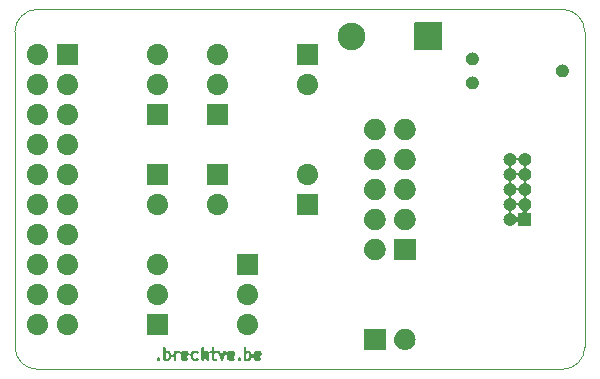
<source format=gts>
G04 #@! TF.GenerationSoftware,KiCad,Pcbnew,7.0.10-7.0.10~ubuntu22.04.1*
G04 #@! TF.CreationDate,2025-03-20T21:46:33+01:00*
G04 #@! TF.ProjectId,jlink-tagConnect-adapter-v4,6a6c696e-6b2d-4746-9167-436f6e6e6563,rev?*
G04 #@! TF.SameCoordinates,Original*
G04 #@! TF.FileFunction,Soldermask,Top*
G04 #@! TF.FilePolarity,Negative*
%FSLAX46Y46*%
G04 Gerber Fmt 4.6, Leading zero omitted, Abs format (unit mm)*
G04 Created by KiCad (PCBNEW 7.0.10-7.0.10~ubuntu22.04.1) date 2025-03-20 21:46:33*
%MOMM*%
%LPD*%
G01*
G04 APERTURE LIST*
G04 #@! TA.AperFunction,Profile*
%ADD10C,0.101600*%
G04 #@! TD*
G04 APERTURE END LIST*
G36*
X102228727Y-120011445D02*
G01*
X102228731Y-120011447D01*
X102262803Y-120036202D01*
X102272765Y-120043440D01*
X102291863Y-120102219D01*
X102291863Y-120112057D01*
X102291863Y-120262329D01*
X102365086Y-120335552D01*
X102467738Y-120335552D01*
X102477577Y-120335552D01*
X102486931Y-120338591D01*
X102486936Y-120338592D01*
X102494583Y-120341077D01*
X102504600Y-120343442D01*
X102512565Y-120344642D01*
X102512570Y-120344643D01*
X102522298Y-120346109D01*
X102617536Y-120393728D01*
X102624543Y-120400629D01*
X102629710Y-120404324D01*
X102634763Y-120407995D01*
X102643526Y-120412460D01*
X102691144Y-120460079D01*
X102695611Y-120468846D01*
X102699298Y-120473921D01*
X102702969Y-120479056D01*
X102709877Y-120486069D01*
X102757496Y-120581306D01*
X102758961Y-120591035D01*
X102784799Y-120672655D01*
X102996625Y-120639927D01*
X102996625Y-120445390D01*
X102996625Y-120435552D01*
X102999664Y-120426198D01*
X102999665Y-120426193D01*
X103011918Y-120388482D01*
X103011919Y-120388479D01*
X103015723Y-120376773D01*
X103021686Y-120372440D01*
X103021690Y-120372437D01*
X103055760Y-120347683D01*
X103055765Y-120347680D01*
X103065723Y-120340446D01*
X103127527Y-120340446D01*
X103133490Y-120344779D01*
X103151551Y-120354893D01*
X103203069Y-120360165D01*
X103233586Y-120350505D01*
X103242379Y-120346109D01*
X103252102Y-120344644D01*
X103252110Y-120344642D01*
X103260075Y-120343442D01*
X103270085Y-120341079D01*
X103277741Y-120338591D01*
X103277753Y-120338589D01*
X103287101Y-120335552D01*
X103382339Y-120335552D01*
X103391693Y-120338591D01*
X103391697Y-120338592D01*
X103429408Y-120350845D01*
X103429409Y-120350845D01*
X103441118Y-120354650D01*
X103477445Y-120404650D01*
X103477445Y-120404652D01*
X103502086Y-120438569D01*
X103617587Y-120447221D01*
X103626788Y-120437879D01*
X103626919Y-120437097D01*
X103648360Y-120415978D01*
X103660968Y-120403179D01*
X103660971Y-120403176D01*
X103669599Y-120394417D01*
X103670385Y-120394286D01*
X103670952Y-120393728D01*
X103685816Y-120386295D01*
X103685819Y-120386294D01*
X103757390Y-120350508D01*
X103757392Y-120350507D01*
X103766189Y-120346109D01*
X103775910Y-120344644D01*
X103775922Y-120344641D01*
X103783885Y-120343442D01*
X103793895Y-120341079D01*
X103801551Y-120338591D01*
X103801563Y-120338589D01*
X103810911Y-120335552D01*
X104001387Y-120335552D01*
X104010741Y-120338591D01*
X104010746Y-120338592D01*
X104018393Y-120341077D01*
X104028410Y-120343442D01*
X104036375Y-120344642D01*
X104036380Y-120344643D01*
X104046108Y-120346109D01*
X104141346Y-120393728D01*
X104141912Y-120394286D01*
X104142699Y-120394417D01*
X104153222Y-120405102D01*
X104163876Y-120415918D01*
X104176602Y-120428452D01*
X104176603Y-120428453D01*
X104185379Y-120437097D01*
X104185509Y-120437883D01*
X104186068Y-120438450D01*
X104233687Y-120533687D01*
X104235160Y-120543473D01*
X104252579Y-120598558D01*
X104420504Y-120611802D01*
X104478975Y-120494864D01*
X104478976Y-120494861D01*
X104483373Y-120486069D01*
X104490270Y-120479065D01*
X104493970Y-120473891D01*
X104493990Y-120473862D01*
X104497644Y-120468832D01*
X104502105Y-120460079D01*
X104525380Y-120436804D01*
X104542771Y-120419413D01*
X104542774Y-120419410D01*
X104549724Y-120412461D01*
X104558482Y-120407997D01*
X104563539Y-120404324D01*
X104563602Y-120404279D01*
X104563650Y-120404243D01*
X104568711Y-120400624D01*
X104575714Y-120393728D01*
X104584508Y-120389330D01*
X104584511Y-120389329D01*
X104662152Y-120350508D01*
X104662154Y-120350507D01*
X104670951Y-120346109D01*
X104680672Y-120344644D01*
X104680684Y-120344641D01*
X104688647Y-120343442D01*
X104698657Y-120341079D01*
X104706313Y-120338591D01*
X104706325Y-120338589D01*
X104715673Y-120335552D01*
X104906149Y-120335552D01*
X104915503Y-120338591D01*
X104915508Y-120338592D01*
X104923155Y-120341077D01*
X104933172Y-120343442D01*
X104941137Y-120344642D01*
X104941142Y-120344643D01*
X104950870Y-120346109D01*
X104959668Y-120350508D01*
X105037309Y-120389328D01*
X105037311Y-120389329D01*
X105046108Y-120393728D01*
X105053113Y-120400628D01*
X105053115Y-120400629D01*
X105079070Y-120426193D01*
X105090141Y-120437097D01*
X105091081Y-120442755D01*
X105112302Y-120474000D01*
X105100271Y-120498061D01*
X105100272Y-120498064D01*
X105072632Y-120553343D01*
X105017780Y-120581819D01*
X104956665Y-120572614D01*
X104895917Y-120542239D01*
X104867588Y-120535552D01*
X104754234Y-120535552D01*
X104725906Y-120542239D01*
X104713204Y-120548589D01*
X104682349Y-120564016D01*
X104653663Y-120592703D01*
X104646402Y-120607223D01*
X104631884Y-120636263D01*
X104625197Y-120664591D01*
X104625197Y-120873179D01*
X104631885Y-120901509D01*
X104653664Y-120945067D01*
X104682351Y-120973754D01*
X104725905Y-120995531D01*
X104754235Y-121002219D01*
X104867588Y-121002219D01*
X104895918Y-120995531D01*
X104947867Y-120969555D01*
X104947872Y-120969553D01*
X104956665Y-120965157D01*
X104966388Y-120963692D01*
X104966390Y-120963692D01*
X105005604Y-120957785D01*
X105005608Y-120957785D01*
X105017780Y-120955952D01*
X105032689Y-120963692D01*
X105061705Y-120978755D01*
X105061706Y-120978755D01*
X105072632Y-120984428D01*
X105100272Y-121039707D01*
X105100271Y-121039707D01*
X105106150Y-121051464D01*
X105092160Y-121088523D01*
X105090141Y-121100674D01*
X105046108Y-121144043D01*
X104950870Y-121191662D01*
X104933162Y-121194328D01*
X104923166Y-121196688D01*
X104906149Y-121202219D01*
X104896309Y-121202219D01*
X104725514Y-121202219D01*
X104715673Y-121202219D01*
X104698651Y-121196688D01*
X104688645Y-121194326D01*
X104670951Y-121191662D01*
X104575714Y-121144043D01*
X104568703Y-121137138D01*
X104563568Y-121133466D01*
X104558491Y-121129777D01*
X104549723Y-121125310D01*
X104537760Y-121113347D01*
X104519265Y-121094851D01*
X104502105Y-121077690D01*
X104497640Y-121068928D01*
X104493990Y-121063904D01*
X104493959Y-121063861D01*
X104490274Y-121058708D01*
X104483373Y-121051701D01*
X104435754Y-120956463D01*
X104434288Y-120946735D01*
X104434287Y-120946730D01*
X104433087Y-120938765D01*
X104430722Y-120928748D01*
X104428237Y-120921101D01*
X104428236Y-120921096D01*
X104425197Y-120911742D01*
X104425197Y-120758320D01*
X104288574Y-120688801D01*
X104218488Y-120739837D01*
X104217747Y-120741451D01*
X104198825Y-120752072D01*
X104192701Y-120755998D01*
X104175146Y-120768753D01*
X104169406Y-120768753D01*
X104167767Y-120769508D01*
X104163855Y-120771705D01*
X104162349Y-120772006D01*
X104115442Y-120793630D01*
X104098532Y-120931985D01*
X104156940Y-120978753D01*
X104167870Y-120984428D01*
X104195510Y-121039707D01*
X104185379Y-121100674D01*
X104141346Y-121144043D01*
X104046108Y-121191662D01*
X104028400Y-121194328D01*
X104018404Y-121196688D01*
X104001387Y-121202219D01*
X103991547Y-121202219D01*
X103820752Y-121202219D01*
X103810911Y-121202219D01*
X103793889Y-121196688D01*
X103783883Y-121194326D01*
X103766189Y-121191662D01*
X103670952Y-121144043D01*
X103670385Y-121143484D01*
X103669598Y-121143354D01*
X103664402Y-121138078D01*
X103664399Y-121138076D01*
X103648403Y-121121834D01*
X103635683Y-121109306D01*
X103635682Y-121109305D01*
X103626919Y-121100674D01*
X103626788Y-121099887D01*
X103626230Y-121099321D01*
X103578611Y-121004082D01*
X103577145Y-120994354D01*
X103577144Y-120994349D01*
X103575944Y-120986384D01*
X103573579Y-120976367D01*
X103571094Y-120968720D01*
X103571093Y-120968715D01*
X103568054Y-120959361D01*
X103568054Y-120583564D01*
X103464999Y-120508692D01*
X103441120Y-120516451D01*
X103441118Y-120516454D01*
X103382339Y-120535552D01*
X103372500Y-120535552D01*
X103325662Y-120535552D01*
X103297334Y-120542239D01*
X103284632Y-120548589D01*
X103253777Y-120564016D01*
X103225091Y-120592703D01*
X103217830Y-120607223D01*
X103203312Y-120636263D01*
X103196625Y-120664590D01*
X103196625Y-121102219D01*
X103177527Y-121160998D01*
X103127527Y-121197325D01*
X103120159Y-121197325D01*
X103078033Y-121197325D01*
X103065723Y-121197325D01*
X103059629Y-121192898D01*
X103025684Y-121168235D01*
X103015723Y-121160998D01*
X103007553Y-121135852D01*
X102999665Y-121111577D01*
X102999664Y-121111573D01*
X102996625Y-121102219D01*
X102996625Y-120897839D01*
X102784795Y-120865115D01*
X102758961Y-120946730D01*
X102757496Y-120956464D01*
X102709877Y-121051701D01*
X102702967Y-121058715D01*
X102699364Y-121063755D01*
X102695615Y-121068915D01*
X102691145Y-121077690D01*
X102643526Y-121125310D01*
X102634755Y-121129778D01*
X102629769Y-121133401D01*
X102629699Y-121133452D01*
X102629680Y-121133466D01*
X102624549Y-121137134D01*
X102617536Y-121144043D01*
X102522298Y-121191662D01*
X102504590Y-121194328D01*
X102494594Y-121196688D01*
X102477577Y-121202219D01*
X102467737Y-121202219D01*
X102296942Y-121202219D01*
X102287101Y-121202219D01*
X102270105Y-121196696D01*
X102243133Y-121194040D01*
X102224200Y-121196281D01*
X102222765Y-121197325D01*
X102215390Y-121197325D01*
X102173271Y-121197325D01*
X102160961Y-121197325D01*
X102154867Y-121192898D01*
X102120922Y-121168235D01*
X102110961Y-121160998D01*
X102091863Y-121102219D01*
X102091863Y-121092399D01*
X102085838Y-121054382D01*
X102091863Y-121052555D01*
X102091863Y-120928996D01*
X102291863Y-120928996D01*
X102365086Y-121002219D01*
X102439017Y-121002219D01*
X102467348Y-120995529D01*
X102485638Y-120986384D01*
X102510903Y-120973750D01*
X102539585Y-120945067D01*
X102561364Y-120901512D01*
X102568053Y-120873180D01*
X102568053Y-120664590D01*
X102561365Y-120636260D01*
X102539587Y-120592704D01*
X102510900Y-120564017D01*
X102467345Y-120542239D01*
X102439016Y-120535552D01*
X102365086Y-120535552D01*
X102291863Y-120608775D01*
X102291863Y-120928996D01*
X102091863Y-120928996D01*
X102091863Y-120112057D01*
X102091863Y-120102219D01*
X102094902Y-120092865D01*
X102094903Y-120092860D01*
X102107156Y-120055149D01*
X102107157Y-120055146D01*
X102110961Y-120043440D01*
X102116924Y-120039107D01*
X102116928Y-120039104D01*
X102150998Y-120014350D01*
X102151003Y-120014347D01*
X102160961Y-120007113D01*
X102222765Y-120007113D01*
X102228727Y-120011445D01*
G37*
G36*
X105466823Y-120011445D02*
G01*
X105466827Y-120011447D01*
X105500899Y-120036202D01*
X105510861Y-120043440D01*
X105529959Y-120102219D01*
X105529959Y-120112057D01*
X105529959Y-120262329D01*
X105603182Y-120335552D01*
X105715673Y-120335552D01*
X105725027Y-120338591D01*
X105725032Y-120338592D01*
X105732679Y-120341077D01*
X105742696Y-120343442D01*
X105750661Y-120344642D01*
X105750666Y-120344643D01*
X105760394Y-120346109D01*
X105855632Y-120393728D01*
X105856198Y-120394286D01*
X105856985Y-120394417D01*
X105878162Y-120415919D01*
X105899367Y-120436804D01*
X105942967Y-120479745D01*
X106065443Y-120462333D01*
X106096758Y-120406422D01*
X106096758Y-120404650D01*
X106101090Y-120398687D01*
X106101092Y-120398684D01*
X106125847Y-120364611D01*
X106125849Y-120364608D01*
X106133085Y-120354650D01*
X106140093Y-120352372D01*
X106140104Y-120352368D01*
X106186979Y-120337137D01*
X106234721Y-120271422D01*
X106234721Y-120112057D01*
X106234721Y-120102219D01*
X106237760Y-120092865D01*
X106237761Y-120092860D01*
X106250014Y-120055149D01*
X106250015Y-120055146D01*
X106253819Y-120043440D01*
X106259782Y-120039107D01*
X106259786Y-120039104D01*
X106293856Y-120014350D01*
X106293861Y-120014347D01*
X106303819Y-120007113D01*
X106365623Y-120007113D01*
X106371585Y-120011445D01*
X106371589Y-120011447D01*
X106405661Y-120036202D01*
X106415623Y-120043440D01*
X106434721Y-120102219D01*
X106434721Y-120112057D01*
X106434721Y-120262329D01*
X106507944Y-120335552D01*
X106562977Y-120335552D01*
X106572816Y-120335552D01*
X106582170Y-120338591D01*
X106582174Y-120338592D01*
X106619887Y-120350845D01*
X106619890Y-120350847D01*
X106631595Y-120354650D01*
X106634965Y-120359289D01*
X106656553Y-120371379D01*
X106718460Y-120372916D01*
X106748824Y-120357841D01*
X106749823Y-120356380D01*
X106756753Y-120353904D01*
X106756759Y-120353902D01*
X106796432Y-120339733D01*
X106796435Y-120339732D01*
X106808026Y-120335593D01*
X106815097Y-120337667D01*
X106815103Y-120337668D01*
X106855514Y-120349521D01*
X106867331Y-120352987D01*
X106882708Y-120372916D01*
X106897936Y-120392652D01*
X106905086Y-120401918D01*
X106932881Y-120479745D01*
X106960918Y-120558246D01*
X107137096Y-120558246D01*
X107189619Y-120411182D01*
X107189621Y-120411177D01*
X107192928Y-120401919D01*
X107198934Y-120394133D01*
X107198937Y-120394130D01*
X107223162Y-120362733D01*
X107223165Y-120362729D01*
X107230683Y-120352987D01*
X107237747Y-120350914D01*
X107237757Y-120350911D01*
X107278172Y-120339058D01*
X107278174Y-120339057D01*
X107289988Y-120335593D01*
X107296920Y-120338069D01*
X107296925Y-120338070D01*
X107336597Y-120352239D01*
X107336598Y-120352239D01*
X107348191Y-120356380D01*
X107383060Y-120407408D01*
X107382894Y-120413144D01*
X107404008Y-120462657D01*
X107544279Y-120481998D01*
X107577500Y-120440672D01*
X107578612Y-120438450D01*
X107579170Y-120437883D01*
X107579301Y-120437097D01*
X107584459Y-120432015D01*
X107584467Y-120432007D01*
X107600802Y-120415918D01*
X107613347Y-120403181D01*
X107613353Y-120403176D01*
X107621981Y-120394417D01*
X107622767Y-120394286D01*
X107623334Y-120393728D01*
X107638198Y-120386295D01*
X107638201Y-120386294D01*
X107709772Y-120350508D01*
X107709774Y-120350507D01*
X107718571Y-120346109D01*
X107728292Y-120344644D01*
X107728304Y-120344641D01*
X107736267Y-120343442D01*
X107746277Y-120341079D01*
X107753933Y-120338591D01*
X107753945Y-120338589D01*
X107763293Y-120335552D01*
X107953769Y-120335552D01*
X107963123Y-120338591D01*
X107963128Y-120338592D01*
X107970775Y-120341077D01*
X107980792Y-120343442D01*
X107988757Y-120344642D01*
X107988762Y-120344643D01*
X107998490Y-120346109D01*
X108093728Y-120393728D01*
X108094294Y-120394286D01*
X108095081Y-120394417D01*
X108105604Y-120405102D01*
X108116258Y-120415918D01*
X108128984Y-120428452D01*
X108128985Y-120428453D01*
X108137761Y-120437097D01*
X108137891Y-120437883D01*
X108138450Y-120438450D01*
X108186069Y-120533687D01*
X108188733Y-120551381D01*
X108191095Y-120561387D01*
X108196626Y-120578409D01*
X108196626Y-120673647D01*
X108194762Y-120679383D01*
X108195945Y-120685297D01*
X108186880Y-120705012D01*
X108184235Y-120711779D01*
X108177528Y-120732426D01*
X108172648Y-120735971D01*
X108170129Y-120741451D01*
X108151207Y-120752072D01*
X108145083Y-120755998D01*
X108127528Y-120768753D01*
X108121788Y-120768753D01*
X108120149Y-120769508D01*
X108116237Y-120771705D01*
X108114731Y-120772006D01*
X108067824Y-120793630D01*
X108050914Y-120931985D01*
X108109322Y-120978753D01*
X108120252Y-120984428D01*
X108147892Y-121039707D01*
X108137761Y-121100674D01*
X108093728Y-121144043D01*
X107998490Y-121191662D01*
X107980782Y-121194328D01*
X107970786Y-121196688D01*
X107953769Y-121202219D01*
X107943929Y-121202219D01*
X107773134Y-121202219D01*
X107763293Y-121202219D01*
X107746271Y-121196688D01*
X107736265Y-121194326D01*
X107718571Y-121191662D01*
X107623334Y-121144043D01*
X107622767Y-121143484D01*
X107621980Y-121143354D01*
X107616784Y-121138078D01*
X107616781Y-121138076D01*
X107600785Y-121121834D01*
X107588065Y-121109306D01*
X107588064Y-121109305D01*
X107579301Y-121100674D01*
X107579170Y-121099887D01*
X107578612Y-121099321D01*
X107530993Y-121004082D01*
X107529527Y-120994354D01*
X107529526Y-120994349D01*
X107528326Y-120986384D01*
X107525961Y-120976367D01*
X107523476Y-120968720D01*
X107523475Y-120968715D01*
X107520436Y-120959361D01*
X107520436Y-120695976D01*
X107313106Y-120660064D01*
X107213420Y-120939184D01*
X107143181Y-121135853D01*
X107127064Y-121156739D01*
X107124968Y-121159625D01*
X107110096Y-121181391D01*
X107107263Y-121182402D01*
X107105426Y-121184784D01*
X107080103Y-121192210D01*
X107076714Y-121193312D01*
X107051893Y-121202178D01*
X107049007Y-121201331D01*
X107046121Y-121202178D01*
X107021300Y-121193313D01*
X107017884Y-121192203D01*
X107016040Y-121191662D01*
X106992588Y-121184784D01*
X106990750Y-121182402D01*
X106987918Y-121181391D01*
X106983758Y-121175303D01*
X106983755Y-121175300D01*
X106973043Y-121159625D01*
X106970925Y-121156710D01*
X106960841Y-121143640D01*
X106960838Y-121143635D01*
X106954833Y-121135852D01*
X106949826Y-121121835D01*
X106870042Y-120898438D01*
X106870041Y-120898438D01*
X106746796Y-120553350D01*
X106655752Y-120508604D01*
X106631596Y-120516452D01*
X106631595Y-120516454D01*
X106572816Y-120535552D01*
X106562977Y-120535552D01*
X106507944Y-120535552D01*
X106434721Y-120608775D01*
X106434721Y-120928996D01*
X106507944Y-121002219D01*
X106562977Y-121002219D01*
X106572816Y-121002219D01*
X106582170Y-121005258D01*
X106582174Y-121005259D01*
X106619885Y-121017512D01*
X106619886Y-121017512D01*
X106631595Y-121021317D01*
X106647274Y-121042897D01*
X106655776Y-121054600D01*
X106667922Y-121071317D01*
X106667922Y-121133121D01*
X106631595Y-121183121D01*
X106572816Y-121202219D01*
X106562977Y-121202219D01*
X106487419Y-121202219D01*
X106477578Y-121202219D01*
X106460556Y-121196688D01*
X106450550Y-121194326D01*
X106432856Y-121191662D01*
X106337619Y-121144043D01*
X106337052Y-121143484D01*
X106336265Y-121143354D01*
X106331069Y-121138078D01*
X106331066Y-121138076D01*
X106315070Y-121121834D01*
X106302350Y-121109306D01*
X106302349Y-121109305D01*
X106293586Y-121100674D01*
X106293455Y-121099887D01*
X106292897Y-121099321D01*
X106245278Y-121004082D01*
X106243812Y-120994354D01*
X106243811Y-120994349D01*
X106242611Y-120986384D01*
X106240246Y-120976367D01*
X106237761Y-120968720D01*
X106237760Y-120968715D01*
X106234721Y-120959361D01*
X106234721Y-120599679D01*
X106186975Y-120533963D01*
X106133085Y-120516454D01*
X106129712Y-120511811D01*
X106082114Y-120485156D01*
X105958530Y-120557590D01*
X105958530Y-120578409D01*
X105958530Y-121102219D01*
X105939432Y-121160998D01*
X105889432Y-121197325D01*
X105882064Y-121197325D01*
X105839938Y-121197325D01*
X105827628Y-121197325D01*
X105821534Y-121192898D01*
X105787589Y-121168235D01*
X105777628Y-121160998D01*
X105758530Y-121102219D01*
X105758530Y-121102218D01*
X105735061Y-121029988D01*
X105553424Y-121029990D01*
X105529959Y-121102213D01*
X105529959Y-121102219D01*
X105510861Y-121160998D01*
X105460861Y-121197325D01*
X105453493Y-121197325D01*
X105411367Y-121197325D01*
X105399057Y-121197325D01*
X105392963Y-121192898D01*
X105359018Y-121168235D01*
X105349057Y-121160998D01*
X105341309Y-121137151D01*
X105332998Y-121111574D01*
X105332997Y-121111569D01*
X105329959Y-121102219D01*
X105329959Y-121092393D01*
X105326310Y-121069364D01*
X105329959Y-121068503D01*
X105329959Y-120112057D01*
X105329959Y-120102219D01*
X105332998Y-120092865D01*
X105332999Y-120092860D01*
X105345252Y-120055149D01*
X105345253Y-120055146D01*
X105349057Y-120043440D01*
X105355020Y-120039107D01*
X105355024Y-120039104D01*
X105389094Y-120014350D01*
X105389099Y-120014347D01*
X105399057Y-120007113D01*
X105460861Y-120007113D01*
X105466823Y-120011445D01*
G37*
G36*
X109038252Y-120011445D02*
G01*
X109038256Y-120011447D01*
X109072328Y-120036202D01*
X109082290Y-120043440D01*
X109101388Y-120102219D01*
X109101388Y-120112057D01*
X109101388Y-120262329D01*
X109174611Y-120335552D01*
X109277263Y-120335552D01*
X109287102Y-120335552D01*
X109296456Y-120338591D01*
X109296461Y-120338592D01*
X109304108Y-120341077D01*
X109314125Y-120343442D01*
X109322090Y-120344642D01*
X109322095Y-120344643D01*
X109331823Y-120346109D01*
X109427061Y-120393728D01*
X109434068Y-120400629D01*
X109439235Y-120404324D01*
X109444288Y-120407995D01*
X109453051Y-120412460D01*
X109500669Y-120460079D01*
X109505136Y-120468846D01*
X109508823Y-120473921D01*
X109512494Y-120479055D01*
X109519402Y-120486069D01*
X109563407Y-120574078D01*
X109582255Y-120611774D01*
X109750127Y-120598590D01*
X109767632Y-120543350D01*
X109769088Y-120533688D01*
X109773475Y-120524913D01*
X109773477Y-120524908D01*
X109812314Y-120447235D01*
X109812315Y-120447232D01*
X109816707Y-120438450D01*
X109817265Y-120437883D01*
X109817396Y-120437097D01*
X109822632Y-120431939D01*
X109822636Y-120431935D01*
X109838897Y-120415918D01*
X109851442Y-120403181D01*
X109851448Y-120403176D01*
X109860076Y-120394417D01*
X109860862Y-120394286D01*
X109861429Y-120393728D01*
X109876293Y-120386295D01*
X109876296Y-120386294D01*
X109947867Y-120350508D01*
X109947869Y-120350507D01*
X109956666Y-120346109D01*
X109966387Y-120344644D01*
X109966399Y-120344641D01*
X109974362Y-120343442D01*
X109984372Y-120341079D01*
X109992028Y-120338591D01*
X109992040Y-120338589D01*
X110001388Y-120335552D01*
X110191864Y-120335552D01*
X110201218Y-120338591D01*
X110201223Y-120338592D01*
X110208870Y-120341077D01*
X110218887Y-120343442D01*
X110226852Y-120344642D01*
X110226857Y-120344643D01*
X110236585Y-120346109D01*
X110331823Y-120393728D01*
X110332389Y-120394286D01*
X110333176Y-120394417D01*
X110343699Y-120405102D01*
X110354353Y-120415918D01*
X110367079Y-120428452D01*
X110367080Y-120428453D01*
X110375856Y-120437097D01*
X110375986Y-120437883D01*
X110376545Y-120438450D01*
X110424164Y-120533687D01*
X110426828Y-120551381D01*
X110429190Y-120561387D01*
X110434721Y-120578409D01*
X110434721Y-120673647D01*
X110432857Y-120679383D01*
X110434040Y-120685297D01*
X110424975Y-120705012D01*
X110422330Y-120711779D01*
X110415623Y-120732426D01*
X110410743Y-120735971D01*
X110408224Y-120741451D01*
X110389302Y-120752072D01*
X110383178Y-120755998D01*
X110365623Y-120768753D01*
X110359883Y-120768753D01*
X110358244Y-120769508D01*
X110354332Y-120771705D01*
X110352826Y-120772006D01*
X110305919Y-120793630D01*
X110289009Y-120931985D01*
X110347417Y-120978753D01*
X110358347Y-120984428D01*
X110385987Y-121039707D01*
X110375856Y-121100674D01*
X110331823Y-121144043D01*
X110236585Y-121191662D01*
X110218877Y-121194328D01*
X110208881Y-121196688D01*
X110191864Y-121202219D01*
X110182024Y-121202219D01*
X110011229Y-121202219D01*
X110001388Y-121202219D01*
X109984366Y-121196688D01*
X109974360Y-121194326D01*
X109956666Y-121191662D01*
X109861429Y-121144043D01*
X109860862Y-121143484D01*
X109860075Y-121143354D01*
X109854879Y-121138078D01*
X109854876Y-121138076D01*
X109838880Y-121121834D01*
X109826160Y-121109306D01*
X109826159Y-121109305D01*
X109817396Y-121100674D01*
X109817265Y-121099887D01*
X109816707Y-121099321D01*
X109809267Y-121084441D01*
X109773481Y-121012869D01*
X109773480Y-121012866D01*
X109769088Y-121004082D01*
X109767629Y-120994397D01*
X109750138Y-120939184D01*
X109582256Y-120925991D01*
X109567021Y-120956459D01*
X109567021Y-120956464D01*
X109519402Y-121051701D01*
X109512491Y-121058716D01*
X109508889Y-121063755D01*
X109505140Y-121068915D01*
X109500670Y-121077690D01*
X109453051Y-121125310D01*
X109444280Y-121129778D01*
X109439294Y-121133401D01*
X109439224Y-121133452D01*
X109439205Y-121133466D01*
X109434074Y-121137134D01*
X109427061Y-121144043D01*
X109331823Y-121191662D01*
X109314115Y-121194328D01*
X109304119Y-121196688D01*
X109287102Y-121202219D01*
X109277262Y-121202219D01*
X109106467Y-121202219D01*
X109096626Y-121202219D01*
X109079630Y-121196696D01*
X109052658Y-121194040D01*
X109033725Y-121196281D01*
X109032290Y-121197325D01*
X109024915Y-121197325D01*
X108982796Y-121197325D01*
X108970486Y-121197325D01*
X108964392Y-121192898D01*
X108930447Y-121168235D01*
X108920486Y-121160998D01*
X108901388Y-121102219D01*
X108901388Y-121092399D01*
X108895363Y-121054382D01*
X108901388Y-121052555D01*
X108901388Y-120928996D01*
X109101388Y-120928996D01*
X109174611Y-121002219D01*
X109248542Y-121002219D01*
X109276873Y-120995529D01*
X109295163Y-120986384D01*
X109320428Y-120973750D01*
X109349110Y-120945067D01*
X109370889Y-120901512D01*
X109377578Y-120873180D01*
X109377578Y-120664590D01*
X109370890Y-120636260D01*
X109349112Y-120592704D01*
X109320425Y-120564017D01*
X109276870Y-120542239D01*
X109248541Y-120535552D01*
X109174611Y-120535552D01*
X109101388Y-120608775D01*
X109101388Y-120928996D01*
X108901388Y-120928996D01*
X108901388Y-120112057D01*
X108901388Y-120102219D01*
X108904427Y-120092865D01*
X108904428Y-120092860D01*
X108916681Y-120055149D01*
X108916682Y-120055146D01*
X108920486Y-120043440D01*
X108926449Y-120039107D01*
X108926453Y-120039104D01*
X108960523Y-120014350D01*
X108960528Y-120014347D01*
X108970486Y-120007113D01*
X109032290Y-120007113D01*
X109038252Y-120011445D01*
G37*
G36*
X101737882Y-120911556D02*
G01*
X101738743Y-120911874D01*
X101746575Y-120911874D01*
X101752540Y-120916208D01*
X101753336Y-120916653D01*
X101761071Y-120917879D01*
X101766280Y-120923088D01*
X101774001Y-120929175D01*
X101777620Y-120931804D01*
X101786384Y-120936270D01*
X101834003Y-120983890D01*
X101838469Y-120992656D01*
X101839726Y-120994386D01*
X101840581Y-120995845D01*
X101843689Y-121000497D01*
X101852393Y-121009201D01*
X101853289Y-121014865D01*
X101871292Y-121041808D01*
X101861683Y-121067861D01*
X101862061Y-121070244D01*
X101857516Y-121079160D01*
X101854319Y-121087829D01*
X101852393Y-121100000D01*
X101847176Y-121105215D01*
X101841092Y-121112934D01*
X101838466Y-121116547D01*
X101834002Y-121125311D01*
X101786384Y-121172930D01*
X101777612Y-121177398D01*
X101775904Y-121178640D01*
X101774418Y-121179512D01*
X101769780Y-121182611D01*
X101761072Y-121191320D01*
X101753781Y-121192474D01*
X101752913Y-121192719D01*
X101746575Y-121197325D01*
X101739199Y-121197325D01*
X101738294Y-121197432D01*
X101731316Y-121200988D01*
X101724027Y-121199833D01*
X101722950Y-121199791D01*
X101717767Y-121199281D01*
X101712188Y-121199061D01*
X101700029Y-121200988D01*
X101693455Y-121197638D01*
X101692605Y-121197325D01*
X101684771Y-121197325D01*
X101678802Y-121192988D01*
X101678011Y-121192545D01*
X101670274Y-121191320D01*
X101665063Y-121186109D01*
X101661222Y-121183081D01*
X101659327Y-121181463D01*
X101653728Y-121177395D01*
X101644962Y-121172929D01*
X101597343Y-121125311D01*
X101592875Y-121116541D01*
X101591625Y-121114821D01*
X101590761Y-121113347D01*
X101587659Y-121108705D01*
X101578953Y-121100000D01*
X101577799Y-121092716D01*
X101577507Y-121091681D01*
X101576387Y-121086579D01*
X101574873Y-121081210D01*
X101569285Y-121070243D01*
X101570438Y-121062961D01*
X101570481Y-121061872D01*
X101570990Y-121056701D01*
X101571209Y-121051113D01*
X101569284Y-121038958D01*
X101572627Y-121032396D01*
X101573005Y-121031372D01*
X101575092Y-121026601D01*
X101577027Y-121021353D01*
X101578953Y-121009201D01*
X101584158Y-121003995D01*
X101587681Y-120999527D01*
X101587921Y-120999240D01*
X101590470Y-120995966D01*
X101592877Y-120992651D01*
X101597343Y-120983890D01*
X101604296Y-120976936D01*
X101604298Y-120976934D01*
X101638006Y-120943224D01*
X101638010Y-120943220D01*
X101644961Y-120936270D01*
X101653716Y-120931808D01*
X101655443Y-120930554D01*
X101656912Y-120929694D01*
X101661571Y-120926580D01*
X101670275Y-120917878D01*
X101677541Y-120916726D01*
X101678439Y-120916473D01*
X101684771Y-120911874D01*
X101692128Y-120911874D01*
X101693054Y-120911764D01*
X101700029Y-120908211D01*
X101707303Y-120909362D01*
X101708400Y-120909406D01*
X101713572Y-120909916D01*
X101719160Y-120910135D01*
X101731317Y-120908211D01*
X101737882Y-120911556D01*
G37*
G36*
X108547407Y-120911556D02*
G01*
X108548268Y-120911874D01*
X108556100Y-120911874D01*
X108562065Y-120916208D01*
X108562861Y-120916653D01*
X108570596Y-120917879D01*
X108575805Y-120923088D01*
X108583526Y-120929175D01*
X108587145Y-120931804D01*
X108595909Y-120936270D01*
X108643528Y-120983890D01*
X108647994Y-120992656D01*
X108649251Y-120994386D01*
X108650106Y-120995845D01*
X108653214Y-121000497D01*
X108661918Y-121009201D01*
X108662814Y-121014865D01*
X108680817Y-121041808D01*
X108671208Y-121067861D01*
X108671586Y-121070244D01*
X108667041Y-121079160D01*
X108663844Y-121087829D01*
X108661918Y-121100000D01*
X108656701Y-121105215D01*
X108650617Y-121112934D01*
X108647991Y-121116547D01*
X108643527Y-121125311D01*
X108595909Y-121172930D01*
X108587137Y-121177398D01*
X108585429Y-121178640D01*
X108583943Y-121179512D01*
X108579305Y-121182611D01*
X108570597Y-121191320D01*
X108563306Y-121192474D01*
X108562438Y-121192719D01*
X108556100Y-121197325D01*
X108548724Y-121197325D01*
X108547819Y-121197432D01*
X108540841Y-121200988D01*
X108533552Y-121199833D01*
X108532475Y-121199791D01*
X108527292Y-121199281D01*
X108521713Y-121199061D01*
X108509554Y-121200988D01*
X108502980Y-121197638D01*
X108502130Y-121197325D01*
X108494296Y-121197325D01*
X108488327Y-121192988D01*
X108487536Y-121192545D01*
X108479799Y-121191320D01*
X108474588Y-121186109D01*
X108470747Y-121183081D01*
X108468852Y-121181463D01*
X108463253Y-121177395D01*
X108454487Y-121172929D01*
X108406868Y-121125311D01*
X108402400Y-121116541D01*
X108401150Y-121114821D01*
X108400286Y-121113347D01*
X108397184Y-121108705D01*
X108388478Y-121100000D01*
X108387323Y-121092715D01*
X108387030Y-121091673D01*
X108385911Y-121086574D01*
X108384398Y-121081212D01*
X108378810Y-121070243D01*
X108379707Y-121064578D01*
X108375622Y-121050094D01*
X108379085Y-121040706D01*
X108378809Y-121038958D01*
X108382152Y-121032396D01*
X108382529Y-121031375D01*
X108384617Y-121026601D01*
X108386552Y-121021353D01*
X108388478Y-121009201D01*
X108393683Y-121003995D01*
X108397206Y-120999527D01*
X108397446Y-120999240D01*
X108399995Y-120995966D01*
X108402402Y-120992651D01*
X108406868Y-120983890D01*
X108413821Y-120976936D01*
X108413823Y-120976934D01*
X108447531Y-120943224D01*
X108447535Y-120943220D01*
X108454486Y-120936270D01*
X108463241Y-120931808D01*
X108464968Y-120930554D01*
X108466437Y-120929694D01*
X108471096Y-120926580D01*
X108479800Y-120917878D01*
X108487066Y-120916726D01*
X108487964Y-120916473D01*
X108494296Y-120911874D01*
X108501653Y-120911874D01*
X108502579Y-120911764D01*
X108509554Y-120908211D01*
X108516828Y-120909362D01*
X108517925Y-120909406D01*
X108523097Y-120909916D01*
X108528685Y-120910135D01*
X108540842Y-120908211D01*
X108547407Y-120911556D01*
G37*
G36*
X120884517Y-118482882D02*
G01*
X120901062Y-118493938D01*
X120912118Y-118510483D01*
X120916000Y-118530000D01*
X120916000Y-120230000D01*
X120912118Y-120249517D01*
X120901062Y-120266062D01*
X120884517Y-120277118D01*
X120865000Y-120281000D01*
X119165000Y-120281000D01*
X119145483Y-120277118D01*
X119128938Y-120266062D01*
X119117882Y-120249517D01*
X119114000Y-120230000D01*
X119114000Y-118530000D01*
X119117882Y-118510483D01*
X119128938Y-118493938D01*
X119145483Y-118482882D01*
X119165000Y-118479000D01*
X120865000Y-118479000D01*
X120884517Y-118482882D01*
G37*
G36*
X122598983Y-118483936D02*
G01*
X122649180Y-118483936D01*
X122692524Y-118493149D01*
X122730659Y-118496905D01*
X122778566Y-118511437D01*
X122833424Y-118523098D01*
X122868530Y-118538728D01*
X122899566Y-118548143D01*
X122948884Y-118574504D01*
X123005500Y-118599711D01*
X123031822Y-118618835D01*
X123055232Y-118631348D01*
X123102988Y-118670540D01*
X123157887Y-118710427D01*
X123175711Y-118730223D01*
X123191675Y-118743324D01*
X123234572Y-118795594D01*
X123283924Y-118850405D01*
X123294292Y-118868363D01*
X123303651Y-118879767D01*
X123338273Y-118944542D01*
X123378104Y-119013530D01*
X123382685Y-119027630D01*
X123386856Y-119035433D01*
X123409852Y-119111242D01*
X123436311Y-119192672D01*
X123437242Y-119201532D01*
X123438094Y-119204340D01*
X123446384Y-119288513D01*
X123456000Y-119380000D01*
X123446383Y-119471494D01*
X123438094Y-119555659D01*
X123437242Y-119558466D01*
X123436311Y-119567328D01*
X123409848Y-119648771D01*
X123386856Y-119724566D01*
X123382686Y-119732366D01*
X123378104Y-119746470D01*
X123338266Y-119815470D01*
X123303651Y-119880232D01*
X123294294Y-119891633D01*
X123283924Y-119909595D01*
X123234563Y-119964415D01*
X123191675Y-120016675D01*
X123175714Y-120029773D01*
X123157887Y-120049573D01*
X123102977Y-120089467D01*
X123055232Y-120128651D01*
X123031827Y-120141161D01*
X123005500Y-120160289D01*
X122948873Y-120185500D01*
X122899566Y-120211856D01*
X122868537Y-120221268D01*
X122833424Y-120236902D01*
X122778555Y-120248564D01*
X122730659Y-120263094D01*
X122692532Y-120266849D01*
X122649180Y-120276064D01*
X122598973Y-120276064D01*
X122555000Y-120280395D01*
X122511027Y-120276064D01*
X122460820Y-120276064D01*
X122417467Y-120266849D01*
X122379340Y-120263094D01*
X122331441Y-120248563D01*
X122276576Y-120236902D01*
X122241464Y-120221269D01*
X122210433Y-120211856D01*
X122161120Y-120185498D01*
X122104500Y-120160289D01*
X122078175Y-120141163D01*
X122054767Y-120128651D01*
X122007013Y-120089460D01*
X121952113Y-120049573D01*
X121934287Y-120029776D01*
X121918324Y-120016675D01*
X121875425Y-119964402D01*
X121826076Y-119909595D01*
X121815708Y-119891637D01*
X121806348Y-119880232D01*
X121771719Y-119815447D01*
X121731896Y-119746470D01*
X121727315Y-119732371D01*
X121723143Y-119724566D01*
X121700136Y-119648725D01*
X121673689Y-119567328D01*
X121672758Y-119558471D01*
X121671905Y-119555659D01*
X121663600Y-119471342D01*
X121654000Y-119380000D01*
X121663599Y-119288664D01*
X121671905Y-119204340D01*
X121672758Y-119201527D01*
X121673689Y-119192672D01*
X121700132Y-119111288D01*
X121723143Y-119035433D01*
X121727315Y-119027626D01*
X121731896Y-119013530D01*
X121771712Y-118944565D01*
X121806348Y-118879767D01*
X121815710Y-118868359D01*
X121826076Y-118850405D01*
X121875416Y-118795607D01*
X121918324Y-118743324D01*
X121934291Y-118730219D01*
X121952113Y-118710427D01*
X122007002Y-118670546D01*
X122054767Y-118631348D01*
X122078180Y-118618833D01*
X122104500Y-118599711D01*
X122161109Y-118574506D01*
X122210433Y-118548143D01*
X122241471Y-118538727D01*
X122276576Y-118523098D01*
X122331430Y-118511438D01*
X122379340Y-118496905D01*
X122417476Y-118493148D01*
X122460820Y-118483936D01*
X122511016Y-118483936D01*
X122555000Y-118479604D01*
X122598983Y-118483936D01*
G37*
G36*
X102469517Y-117212882D02*
G01*
X102486062Y-117223938D01*
X102497118Y-117240483D01*
X102501000Y-117260000D01*
X102501000Y-118960000D01*
X102497118Y-118979517D01*
X102486062Y-118996062D01*
X102469517Y-119007118D01*
X102450000Y-119011000D01*
X100750000Y-119011000D01*
X100730483Y-119007118D01*
X100713938Y-118996062D01*
X100702882Y-118979517D01*
X100699000Y-118960000D01*
X100699000Y-117260000D01*
X100702882Y-117240483D01*
X100713938Y-117223938D01*
X100730483Y-117212882D01*
X100750000Y-117209000D01*
X102450000Y-117209000D01*
X102469517Y-117212882D01*
G37*
G36*
X91483983Y-117213936D02*
G01*
X91534180Y-117213936D01*
X91577524Y-117223149D01*
X91615659Y-117226905D01*
X91663566Y-117241437D01*
X91718424Y-117253098D01*
X91753530Y-117268728D01*
X91784566Y-117278143D01*
X91833884Y-117304504D01*
X91890500Y-117329711D01*
X91916822Y-117348835D01*
X91940232Y-117361348D01*
X91987988Y-117400540D01*
X92042887Y-117440427D01*
X92060711Y-117460223D01*
X92076675Y-117473324D01*
X92119572Y-117525594D01*
X92168924Y-117580405D01*
X92179292Y-117598363D01*
X92188651Y-117609767D01*
X92223273Y-117674542D01*
X92263104Y-117743530D01*
X92267685Y-117757630D01*
X92271856Y-117765433D01*
X92294852Y-117841242D01*
X92321311Y-117922672D01*
X92322242Y-117931532D01*
X92323094Y-117934340D01*
X92331384Y-118018513D01*
X92341000Y-118110000D01*
X92331383Y-118201494D01*
X92323094Y-118285659D01*
X92322242Y-118288466D01*
X92321311Y-118297328D01*
X92294848Y-118378771D01*
X92271856Y-118454566D01*
X92267686Y-118462366D01*
X92263104Y-118476470D01*
X92223266Y-118545470D01*
X92188651Y-118610232D01*
X92179294Y-118621633D01*
X92168924Y-118639595D01*
X92119563Y-118694415D01*
X92076675Y-118746675D01*
X92060714Y-118759773D01*
X92042887Y-118779573D01*
X91987977Y-118819467D01*
X91940232Y-118858651D01*
X91916827Y-118871161D01*
X91890500Y-118890289D01*
X91833873Y-118915500D01*
X91784566Y-118941856D01*
X91753537Y-118951268D01*
X91718424Y-118966902D01*
X91663555Y-118978564D01*
X91615659Y-118993094D01*
X91577532Y-118996849D01*
X91534180Y-119006064D01*
X91483973Y-119006064D01*
X91440000Y-119010395D01*
X91396027Y-119006064D01*
X91345820Y-119006064D01*
X91302467Y-118996849D01*
X91264340Y-118993094D01*
X91216441Y-118978563D01*
X91161576Y-118966902D01*
X91126464Y-118951269D01*
X91095433Y-118941856D01*
X91046120Y-118915498D01*
X90989500Y-118890289D01*
X90963175Y-118871163D01*
X90939767Y-118858651D01*
X90892013Y-118819460D01*
X90837113Y-118779573D01*
X90819287Y-118759776D01*
X90803324Y-118746675D01*
X90760425Y-118694402D01*
X90711076Y-118639595D01*
X90700708Y-118621637D01*
X90691348Y-118610232D01*
X90656719Y-118545447D01*
X90616896Y-118476470D01*
X90612315Y-118462371D01*
X90608143Y-118454566D01*
X90585136Y-118378725D01*
X90558689Y-118297328D01*
X90557758Y-118288471D01*
X90556905Y-118285659D01*
X90548600Y-118201342D01*
X90539000Y-118110000D01*
X90548599Y-118018664D01*
X90556905Y-117934340D01*
X90557758Y-117931527D01*
X90558689Y-117922672D01*
X90585132Y-117841288D01*
X90608143Y-117765433D01*
X90612315Y-117757626D01*
X90616896Y-117743530D01*
X90656712Y-117674565D01*
X90691348Y-117609767D01*
X90700710Y-117598359D01*
X90711076Y-117580405D01*
X90760416Y-117525607D01*
X90803324Y-117473324D01*
X90819291Y-117460219D01*
X90837113Y-117440427D01*
X90892002Y-117400546D01*
X90939767Y-117361348D01*
X90963180Y-117348833D01*
X90989500Y-117329711D01*
X91046109Y-117304506D01*
X91095433Y-117278143D01*
X91126471Y-117268727D01*
X91161576Y-117253098D01*
X91216430Y-117241438D01*
X91264340Y-117226905D01*
X91302476Y-117223148D01*
X91345820Y-117213936D01*
X91396016Y-117213936D01*
X91440000Y-117209604D01*
X91483983Y-117213936D01*
G37*
G36*
X94023983Y-117213936D02*
G01*
X94074180Y-117213936D01*
X94117524Y-117223149D01*
X94155659Y-117226905D01*
X94203566Y-117241437D01*
X94258424Y-117253098D01*
X94293530Y-117268728D01*
X94324566Y-117278143D01*
X94373884Y-117304504D01*
X94430500Y-117329711D01*
X94456822Y-117348835D01*
X94480232Y-117361348D01*
X94527988Y-117400540D01*
X94582887Y-117440427D01*
X94600711Y-117460223D01*
X94616675Y-117473324D01*
X94659572Y-117525594D01*
X94708924Y-117580405D01*
X94719292Y-117598363D01*
X94728651Y-117609767D01*
X94763273Y-117674542D01*
X94803104Y-117743530D01*
X94807685Y-117757630D01*
X94811856Y-117765433D01*
X94834852Y-117841242D01*
X94861311Y-117922672D01*
X94862242Y-117931532D01*
X94863094Y-117934340D01*
X94871384Y-118018513D01*
X94881000Y-118110000D01*
X94871383Y-118201494D01*
X94863094Y-118285659D01*
X94862242Y-118288466D01*
X94861311Y-118297328D01*
X94834848Y-118378771D01*
X94811856Y-118454566D01*
X94807686Y-118462366D01*
X94803104Y-118476470D01*
X94763266Y-118545470D01*
X94728651Y-118610232D01*
X94719294Y-118621633D01*
X94708924Y-118639595D01*
X94659563Y-118694415D01*
X94616675Y-118746675D01*
X94600714Y-118759773D01*
X94582887Y-118779573D01*
X94527977Y-118819467D01*
X94480232Y-118858651D01*
X94456827Y-118871161D01*
X94430500Y-118890289D01*
X94373873Y-118915500D01*
X94324566Y-118941856D01*
X94293537Y-118951268D01*
X94258424Y-118966902D01*
X94203555Y-118978564D01*
X94155659Y-118993094D01*
X94117532Y-118996849D01*
X94074180Y-119006064D01*
X94023973Y-119006064D01*
X93980000Y-119010395D01*
X93936027Y-119006064D01*
X93885820Y-119006064D01*
X93842467Y-118996849D01*
X93804340Y-118993094D01*
X93756441Y-118978563D01*
X93701576Y-118966902D01*
X93666464Y-118951269D01*
X93635433Y-118941856D01*
X93586120Y-118915498D01*
X93529500Y-118890289D01*
X93503175Y-118871163D01*
X93479767Y-118858651D01*
X93432013Y-118819460D01*
X93377113Y-118779573D01*
X93359287Y-118759776D01*
X93343324Y-118746675D01*
X93300425Y-118694402D01*
X93251076Y-118639595D01*
X93240708Y-118621637D01*
X93231348Y-118610232D01*
X93196719Y-118545447D01*
X93156896Y-118476470D01*
X93152315Y-118462371D01*
X93148143Y-118454566D01*
X93125136Y-118378725D01*
X93098689Y-118297328D01*
X93097758Y-118288471D01*
X93096905Y-118285659D01*
X93088600Y-118201342D01*
X93079000Y-118110000D01*
X93088599Y-118018664D01*
X93096905Y-117934340D01*
X93097758Y-117931527D01*
X93098689Y-117922672D01*
X93125132Y-117841288D01*
X93148143Y-117765433D01*
X93152315Y-117757626D01*
X93156896Y-117743530D01*
X93196712Y-117674565D01*
X93231348Y-117609767D01*
X93240710Y-117598359D01*
X93251076Y-117580405D01*
X93300416Y-117525607D01*
X93343324Y-117473324D01*
X93359291Y-117460219D01*
X93377113Y-117440427D01*
X93432002Y-117400546D01*
X93479767Y-117361348D01*
X93503180Y-117348833D01*
X93529500Y-117329711D01*
X93586109Y-117304506D01*
X93635433Y-117278143D01*
X93666471Y-117268727D01*
X93701576Y-117253098D01*
X93756430Y-117241438D01*
X93804340Y-117226905D01*
X93842476Y-117223148D01*
X93885820Y-117213936D01*
X93936016Y-117213936D01*
X93980000Y-117209604D01*
X94023983Y-117213936D01*
G37*
G36*
X109263983Y-117213936D02*
G01*
X109314180Y-117213936D01*
X109357524Y-117223149D01*
X109395659Y-117226905D01*
X109443566Y-117241437D01*
X109498424Y-117253098D01*
X109533530Y-117268728D01*
X109564566Y-117278143D01*
X109613884Y-117304504D01*
X109670500Y-117329711D01*
X109696822Y-117348835D01*
X109720232Y-117361348D01*
X109767988Y-117400540D01*
X109822887Y-117440427D01*
X109840711Y-117460223D01*
X109856675Y-117473324D01*
X109899572Y-117525594D01*
X109948924Y-117580405D01*
X109959292Y-117598363D01*
X109968651Y-117609767D01*
X110003273Y-117674542D01*
X110043104Y-117743530D01*
X110047685Y-117757630D01*
X110051856Y-117765433D01*
X110074852Y-117841242D01*
X110101311Y-117922672D01*
X110102242Y-117931532D01*
X110103094Y-117934340D01*
X110111384Y-118018513D01*
X110121000Y-118110000D01*
X110111383Y-118201494D01*
X110103094Y-118285659D01*
X110102242Y-118288466D01*
X110101311Y-118297328D01*
X110074848Y-118378771D01*
X110051856Y-118454566D01*
X110047686Y-118462366D01*
X110043104Y-118476470D01*
X110003266Y-118545470D01*
X109968651Y-118610232D01*
X109959294Y-118621633D01*
X109948924Y-118639595D01*
X109899563Y-118694415D01*
X109856675Y-118746675D01*
X109840714Y-118759773D01*
X109822887Y-118779573D01*
X109767977Y-118819467D01*
X109720232Y-118858651D01*
X109696827Y-118871161D01*
X109670500Y-118890289D01*
X109613873Y-118915500D01*
X109564566Y-118941856D01*
X109533537Y-118951268D01*
X109498424Y-118966902D01*
X109443555Y-118978564D01*
X109395659Y-118993094D01*
X109357532Y-118996849D01*
X109314180Y-119006064D01*
X109263973Y-119006064D01*
X109220000Y-119010395D01*
X109176027Y-119006064D01*
X109125820Y-119006064D01*
X109082467Y-118996849D01*
X109044340Y-118993094D01*
X108996441Y-118978563D01*
X108941576Y-118966902D01*
X108906464Y-118951269D01*
X108875433Y-118941856D01*
X108826120Y-118915498D01*
X108769500Y-118890289D01*
X108743175Y-118871163D01*
X108719767Y-118858651D01*
X108672013Y-118819460D01*
X108617113Y-118779573D01*
X108599287Y-118759776D01*
X108583324Y-118746675D01*
X108540425Y-118694402D01*
X108491076Y-118639595D01*
X108480708Y-118621637D01*
X108471348Y-118610232D01*
X108436719Y-118545447D01*
X108396896Y-118476470D01*
X108392315Y-118462371D01*
X108388143Y-118454566D01*
X108365136Y-118378725D01*
X108338689Y-118297328D01*
X108337758Y-118288471D01*
X108336905Y-118285659D01*
X108328600Y-118201342D01*
X108319000Y-118110000D01*
X108328599Y-118018664D01*
X108336905Y-117934340D01*
X108337758Y-117931527D01*
X108338689Y-117922672D01*
X108365132Y-117841288D01*
X108388143Y-117765433D01*
X108392315Y-117757626D01*
X108396896Y-117743530D01*
X108436712Y-117674565D01*
X108471348Y-117609767D01*
X108480710Y-117598359D01*
X108491076Y-117580405D01*
X108540416Y-117525607D01*
X108583324Y-117473324D01*
X108599291Y-117460219D01*
X108617113Y-117440427D01*
X108672002Y-117400546D01*
X108719767Y-117361348D01*
X108743180Y-117348833D01*
X108769500Y-117329711D01*
X108826109Y-117304506D01*
X108875433Y-117278143D01*
X108906471Y-117268727D01*
X108941576Y-117253098D01*
X108996430Y-117241438D01*
X109044340Y-117226905D01*
X109082476Y-117223148D01*
X109125820Y-117213936D01*
X109176016Y-117213936D01*
X109220000Y-117209604D01*
X109263983Y-117213936D01*
G37*
G36*
X91483983Y-114673936D02*
G01*
X91534180Y-114673936D01*
X91577524Y-114683149D01*
X91615659Y-114686905D01*
X91663566Y-114701437D01*
X91718424Y-114713098D01*
X91753530Y-114728728D01*
X91784566Y-114738143D01*
X91833884Y-114764504D01*
X91890500Y-114789711D01*
X91916822Y-114808835D01*
X91940232Y-114821348D01*
X91987988Y-114860540D01*
X92042887Y-114900427D01*
X92060711Y-114920223D01*
X92076675Y-114933324D01*
X92119572Y-114985594D01*
X92168924Y-115040405D01*
X92179292Y-115058363D01*
X92188651Y-115069767D01*
X92223273Y-115134542D01*
X92263104Y-115203530D01*
X92267685Y-115217630D01*
X92271856Y-115225433D01*
X92294852Y-115301242D01*
X92321311Y-115382672D01*
X92322242Y-115391532D01*
X92323094Y-115394340D01*
X92331384Y-115478513D01*
X92341000Y-115570000D01*
X92331383Y-115661494D01*
X92323094Y-115745659D01*
X92322242Y-115748466D01*
X92321311Y-115757328D01*
X92294848Y-115838771D01*
X92271856Y-115914566D01*
X92267686Y-115922366D01*
X92263104Y-115936470D01*
X92223266Y-116005470D01*
X92188651Y-116070232D01*
X92179294Y-116081633D01*
X92168924Y-116099595D01*
X92119563Y-116154415D01*
X92076675Y-116206675D01*
X92060714Y-116219773D01*
X92042887Y-116239573D01*
X91987977Y-116279467D01*
X91940232Y-116318651D01*
X91916827Y-116331161D01*
X91890500Y-116350289D01*
X91833873Y-116375500D01*
X91784566Y-116401856D01*
X91753537Y-116411268D01*
X91718424Y-116426902D01*
X91663555Y-116438564D01*
X91615659Y-116453094D01*
X91577532Y-116456849D01*
X91534180Y-116466064D01*
X91483973Y-116466064D01*
X91440000Y-116470395D01*
X91396027Y-116466064D01*
X91345820Y-116466064D01*
X91302467Y-116456849D01*
X91264340Y-116453094D01*
X91216441Y-116438563D01*
X91161576Y-116426902D01*
X91126464Y-116411269D01*
X91095433Y-116401856D01*
X91046120Y-116375498D01*
X90989500Y-116350289D01*
X90963175Y-116331163D01*
X90939767Y-116318651D01*
X90892013Y-116279460D01*
X90837113Y-116239573D01*
X90819287Y-116219776D01*
X90803324Y-116206675D01*
X90760425Y-116154402D01*
X90711076Y-116099595D01*
X90700708Y-116081637D01*
X90691348Y-116070232D01*
X90656719Y-116005447D01*
X90616896Y-115936470D01*
X90612315Y-115922371D01*
X90608143Y-115914566D01*
X90585136Y-115838725D01*
X90558689Y-115757328D01*
X90557758Y-115748471D01*
X90556905Y-115745659D01*
X90548600Y-115661342D01*
X90539000Y-115570000D01*
X90548599Y-115478664D01*
X90556905Y-115394340D01*
X90557758Y-115391527D01*
X90558689Y-115382672D01*
X90585132Y-115301288D01*
X90608143Y-115225433D01*
X90612315Y-115217626D01*
X90616896Y-115203530D01*
X90656712Y-115134565D01*
X90691348Y-115069767D01*
X90700710Y-115058359D01*
X90711076Y-115040405D01*
X90760416Y-114985607D01*
X90803324Y-114933324D01*
X90819291Y-114920219D01*
X90837113Y-114900427D01*
X90892002Y-114860546D01*
X90939767Y-114821348D01*
X90963180Y-114808833D01*
X90989500Y-114789711D01*
X91046109Y-114764506D01*
X91095433Y-114738143D01*
X91126471Y-114728727D01*
X91161576Y-114713098D01*
X91216430Y-114701438D01*
X91264340Y-114686905D01*
X91302476Y-114683148D01*
X91345820Y-114673936D01*
X91396016Y-114673936D01*
X91440000Y-114669604D01*
X91483983Y-114673936D01*
G37*
G36*
X94023983Y-114673936D02*
G01*
X94074180Y-114673936D01*
X94117524Y-114683149D01*
X94155659Y-114686905D01*
X94203566Y-114701437D01*
X94258424Y-114713098D01*
X94293530Y-114728728D01*
X94324566Y-114738143D01*
X94373884Y-114764504D01*
X94430500Y-114789711D01*
X94456822Y-114808835D01*
X94480232Y-114821348D01*
X94527988Y-114860540D01*
X94582887Y-114900427D01*
X94600711Y-114920223D01*
X94616675Y-114933324D01*
X94659572Y-114985594D01*
X94708924Y-115040405D01*
X94719292Y-115058363D01*
X94728651Y-115069767D01*
X94763273Y-115134542D01*
X94803104Y-115203530D01*
X94807685Y-115217630D01*
X94811856Y-115225433D01*
X94834852Y-115301242D01*
X94861311Y-115382672D01*
X94862242Y-115391532D01*
X94863094Y-115394340D01*
X94871384Y-115478513D01*
X94881000Y-115570000D01*
X94871383Y-115661494D01*
X94863094Y-115745659D01*
X94862242Y-115748466D01*
X94861311Y-115757328D01*
X94834848Y-115838771D01*
X94811856Y-115914566D01*
X94807686Y-115922366D01*
X94803104Y-115936470D01*
X94763266Y-116005470D01*
X94728651Y-116070232D01*
X94719294Y-116081633D01*
X94708924Y-116099595D01*
X94659563Y-116154415D01*
X94616675Y-116206675D01*
X94600714Y-116219773D01*
X94582887Y-116239573D01*
X94527977Y-116279467D01*
X94480232Y-116318651D01*
X94456827Y-116331161D01*
X94430500Y-116350289D01*
X94373873Y-116375500D01*
X94324566Y-116401856D01*
X94293537Y-116411268D01*
X94258424Y-116426902D01*
X94203555Y-116438564D01*
X94155659Y-116453094D01*
X94117532Y-116456849D01*
X94074180Y-116466064D01*
X94023973Y-116466064D01*
X93980000Y-116470395D01*
X93936027Y-116466064D01*
X93885820Y-116466064D01*
X93842467Y-116456849D01*
X93804340Y-116453094D01*
X93756441Y-116438563D01*
X93701576Y-116426902D01*
X93666464Y-116411269D01*
X93635433Y-116401856D01*
X93586120Y-116375498D01*
X93529500Y-116350289D01*
X93503175Y-116331163D01*
X93479767Y-116318651D01*
X93432013Y-116279460D01*
X93377113Y-116239573D01*
X93359287Y-116219776D01*
X93343324Y-116206675D01*
X93300425Y-116154402D01*
X93251076Y-116099595D01*
X93240708Y-116081637D01*
X93231348Y-116070232D01*
X93196719Y-116005447D01*
X93156896Y-115936470D01*
X93152315Y-115922371D01*
X93148143Y-115914566D01*
X93125136Y-115838725D01*
X93098689Y-115757328D01*
X93097758Y-115748471D01*
X93096905Y-115745659D01*
X93088600Y-115661342D01*
X93079000Y-115570000D01*
X93088599Y-115478664D01*
X93096905Y-115394340D01*
X93097758Y-115391527D01*
X93098689Y-115382672D01*
X93125132Y-115301288D01*
X93148143Y-115225433D01*
X93152315Y-115217626D01*
X93156896Y-115203530D01*
X93196712Y-115134565D01*
X93231348Y-115069767D01*
X93240710Y-115058359D01*
X93251076Y-115040405D01*
X93300416Y-114985607D01*
X93343324Y-114933324D01*
X93359291Y-114920219D01*
X93377113Y-114900427D01*
X93432002Y-114860546D01*
X93479767Y-114821348D01*
X93503180Y-114808833D01*
X93529500Y-114789711D01*
X93586109Y-114764506D01*
X93635433Y-114738143D01*
X93666471Y-114728727D01*
X93701576Y-114713098D01*
X93756430Y-114701438D01*
X93804340Y-114686905D01*
X93842476Y-114683148D01*
X93885820Y-114673936D01*
X93936016Y-114673936D01*
X93980000Y-114669604D01*
X94023983Y-114673936D01*
G37*
G36*
X101643983Y-114673936D02*
G01*
X101694180Y-114673936D01*
X101737524Y-114683149D01*
X101775659Y-114686905D01*
X101823566Y-114701437D01*
X101878424Y-114713098D01*
X101913530Y-114728728D01*
X101944566Y-114738143D01*
X101993884Y-114764504D01*
X102050500Y-114789711D01*
X102076822Y-114808835D01*
X102100232Y-114821348D01*
X102147988Y-114860540D01*
X102202887Y-114900427D01*
X102220711Y-114920223D01*
X102236675Y-114933324D01*
X102279572Y-114985594D01*
X102328924Y-115040405D01*
X102339292Y-115058363D01*
X102348651Y-115069767D01*
X102383273Y-115134542D01*
X102423104Y-115203530D01*
X102427685Y-115217630D01*
X102431856Y-115225433D01*
X102454852Y-115301242D01*
X102481311Y-115382672D01*
X102482242Y-115391532D01*
X102483094Y-115394340D01*
X102491384Y-115478513D01*
X102501000Y-115570000D01*
X102491383Y-115661494D01*
X102483094Y-115745659D01*
X102482242Y-115748466D01*
X102481311Y-115757328D01*
X102454848Y-115838771D01*
X102431856Y-115914566D01*
X102427686Y-115922366D01*
X102423104Y-115936470D01*
X102383266Y-116005470D01*
X102348651Y-116070232D01*
X102339294Y-116081633D01*
X102328924Y-116099595D01*
X102279563Y-116154415D01*
X102236675Y-116206675D01*
X102220714Y-116219773D01*
X102202887Y-116239573D01*
X102147977Y-116279467D01*
X102100232Y-116318651D01*
X102076827Y-116331161D01*
X102050500Y-116350289D01*
X101993873Y-116375500D01*
X101944566Y-116401856D01*
X101913537Y-116411268D01*
X101878424Y-116426902D01*
X101823555Y-116438564D01*
X101775659Y-116453094D01*
X101737532Y-116456849D01*
X101694180Y-116466064D01*
X101643973Y-116466064D01*
X101600000Y-116470395D01*
X101556027Y-116466064D01*
X101505820Y-116466064D01*
X101462467Y-116456849D01*
X101424340Y-116453094D01*
X101376441Y-116438563D01*
X101321576Y-116426902D01*
X101286464Y-116411269D01*
X101255433Y-116401856D01*
X101206120Y-116375498D01*
X101149500Y-116350289D01*
X101123175Y-116331163D01*
X101099767Y-116318651D01*
X101052013Y-116279460D01*
X100997113Y-116239573D01*
X100979287Y-116219776D01*
X100963324Y-116206675D01*
X100920425Y-116154402D01*
X100871076Y-116099595D01*
X100860708Y-116081637D01*
X100851348Y-116070232D01*
X100816719Y-116005447D01*
X100776896Y-115936470D01*
X100772315Y-115922371D01*
X100768143Y-115914566D01*
X100745136Y-115838725D01*
X100718689Y-115757328D01*
X100717758Y-115748471D01*
X100716905Y-115745659D01*
X100708600Y-115661342D01*
X100699000Y-115570000D01*
X100708599Y-115478664D01*
X100716905Y-115394340D01*
X100717758Y-115391527D01*
X100718689Y-115382672D01*
X100745132Y-115301288D01*
X100768143Y-115225433D01*
X100772315Y-115217626D01*
X100776896Y-115203530D01*
X100816712Y-115134565D01*
X100851348Y-115069767D01*
X100860710Y-115058359D01*
X100871076Y-115040405D01*
X100920416Y-114985607D01*
X100963324Y-114933324D01*
X100979291Y-114920219D01*
X100997113Y-114900427D01*
X101052002Y-114860546D01*
X101099767Y-114821348D01*
X101123180Y-114808833D01*
X101149500Y-114789711D01*
X101206109Y-114764506D01*
X101255433Y-114738143D01*
X101286471Y-114728727D01*
X101321576Y-114713098D01*
X101376430Y-114701438D01*
X101424340Y-114686905D01*
X101462476Y-114683148D01*
X101505820Y-114673936D01*
X101556016Y-114673936D01*
X101600000Y-114669604D01*
X101643983Y-114673936D01*
G37*
G36*
X109263983Y-114673936D02*
G01*
X109314180Y-114673936D01*
X109357524Y-114683149D01*
X109395659Y-114686905D01*
X109443566Y-114701437D01*
X109498424Y-114713098D01*
X109533530Y-114728728D01*
X109564566Y-114738143D01*
X109613884Y-114764504D01*
X109670500Y-114789711D01*
X109696822Y-114808835D01*
X109720232Y-114821348D01*
X109767988Y-114860540D01*
X109822887Y-114900427D01*
X109840711Y-114920223D01*
X109856675Y-114933324D01*
X109899572Y-114985594D01*
X109948924Y-115040405D01*
X109959292Y-115058363D01*
X109968651Y-115069767D01*
X110003273Y-115134542D01*
X110043104Y-115203530D01*
X110047685Y-115217630D01*
X110051856Y-115225433D01*
X110074852Y-115301242D01*
X110101311Y-115382672D01*
X110102242Y-115391532D01*
X110103094Y-115394340D01*
X110111384Y-115478513D01*
X110121000Y-115570000D01*
X110111383Y-115661494D01*
X110103094Y-115745659D01*
X110102242Y-115748466D01*
X110101311Y-115757328D01*
X110074848Y-115838771D01*
X110051856Y-115914566D01*
X110047686Y-115922366D01*
X110043104Y-115936470D01*
X110003266Y-116005470D01*
X109968651Y-116070232D01*
X109959294Y-116081633D01*
X109948924Y-116099595D01*
X109899563Y-116154415D01*
X109856675Y-116206675D01*
X109840714Y-116219773D01*
X109822887Y-116239573D01*
X109767977Y-116279467D01*
X109720232Y-116318651D01*
X109696827Y-116331161D01*
X109670500Y-116350289D01*
X109613873Y-116375500D01*
X109564566Y-116401856D01*
X109533537Y-116411268D01*
X109498424Y-116426902D01*
X109443555Y-116438564D01*
X109395659Y-116453094D01*
X109357532Y-116456849D01*
X109314180Y-116466064D01*
X109263973Y-116466064D01*
X109220000Y-116470395D01*
X109176027Y-116466064D01*
X109125820Y-116466064D01*
X109082467Y-116456849D01*
X109044340Y-116453094D01*
X108996441Y-116438563D01*
X108941576Y-116426902D01*
X108906464Y-116411269D01*
X108875433Y-116401856D01*
X108826120Y-116375498D01*
X108769500Y-116350289D01*
X108743175Y-116331163D01*
X108719767Y-116318651D01*
X108672013Y-116279460D01*
X108617113Y-116239573D01*
X108599287Y-116219776D01*
X108583324Y-116206675D01*
X108540425Y-116154402D01*
X108491076Y-116099595D01*
X108480708Y-116081637D01*
X108471348Y-116070232D01*
X108436719Y-116005447D01*
X108396896Y-115936470D01*
X108392315Y-115922371D01*
X108388143Y-115914566D01*
X108365136Y-115838725D01*
X108338689Y-115757328D01*
X108337758Y-115748471D01*
X108336905Y-115745659D01*
X108328600Y-115661342D01*
X108319000Y-115570000D01*
X108328599Y-115478664D01*
X108336905Y-115394340D01*
X108337758Y-115391527D01*
X108338689Y-115382672D01*
X108365132Y-115301288D01*
X108388143Y-115225433D01*
X108392315Y-115217626D01*
X108396896Y-115203530D01*
X108436712Y-115134565D01*
X108471348Y-115069767D01*
X108480710Y-115058359D01*
X108491076Y-115040405D01*
X108540416Y-114985607D01*
X108583324Y-114933324D01*
X108599291Y-114920219D01*
X108617113Y-114900427D01*
X108672002Y-114860546D01*
X108719767Y-114821348D01*
X108743180Y-114808833D01*
X108769500Y-114789711D01*
X108826109Y-114764506D01*
X108875433Y-114738143D01*
X108906471Y-114728727D01*
X108941576Y-114713098D01*
X108996430Y-114701438D01*
X109044340Y-114686905D01*
X109082476Y-114683148D01*
X109125820Y-114673936D01*
X109176016Y-114673936D01*
X109220000Y-114669604D01*
X109263983Y-114673936D01*
G37*
G36*
X110089517Y-112132882D02*
G01*
X110106062Y-112143938D01*
X110117118Y-112160483D01*
X110121000Y-112180000D01*
X110121000Y-113880000D01*
X110117118Y-113899517D01*
X110106062Y-113916062D01*
X110089517Y-113927118D01*
X110070000Y-113931000D01*
X108370000Y-113931000D01*
X108350483Y-113927118D01*
X108333938Y-113916062D01*
X108322882Y-113899517D01*
X108319000Y-113880000D01*
X108319000Y-112180000D01*
X108322882Y-112160483D01*
X108333938Y-112143938D01*
X108350483Y-112132882D01*
X108370000Y-112129000D01*
X110070000Y-112129000D01*
X110089517Y-112132882D01*
G37*
G36*
X91483983Y-112133936D02*
G01*
X91534180Y-112133936D01*
X91577524Y-112143149D01*
X91615659Y-112146905D01*
X91663566Y-112161437D01*
X91718424Y-112173098D01*
X91753530Y-112188728D01*
X91784566Y-112198143D01*
X91833884Y-112224504D01*
X91890500Y-112249711D01*
X91916822Y-112268835D01*
X91940232Y-112281348D01*
X91987988Y-112320540D01*
X92042887Y-112360427D01*
X92060711Y-112380223D01*
X92076675Y-112393324D01*
X92119572Y-112445594D01*
X92168924Y-112500405D01*
X92179292Y-112518363D01*
X92188651Y-112529767D01*
X92223273Y-112594542D01*
X92263104Y-112663530D01*
X92267685Y-112677630D01*
X92271856Y-112685433D01*
X92294852Y-112761242D01*
X92321311Y-112842672D01*
X92322242Y-112851532D01*
X92323094Y-112854340D01*
X92331384Y-112938513D01*
X92341000Y-113030000D01*
X92331383Y-113121494D01*
X92323094Y-113205659D01*
X92322242Y-113208466D01*
X92321311Y-113217328D01*
X92294848Y-113298771D01*
X92271856Y-113374566D01*
X92267686Y-113382366D01*
X92263104Y-113396470D01*
X92223266Y-113465470D01*
X92188651Y-113530232D01*
X92179294Y-113541633D01*
X92168924Y-113559595D01*
X92119563Y-113614415D01*
X92076675Y-113666675D01*
X92060714Y-113679773D01*
X92042887Y-113699573D01*
X91987977Y-113739467D01*
X91940232Y-113778651D01*
X91916827Y-113791161D01*
X91890500Y-113810289D01*
X91833873Y-113835500D01*
X91784566Y-113861856D01*
X91753537Y-113871268D01*
X91718424Y-113886902D01*
X91663555Y-113898564D01*
X91615659Y-113913094D01*
X91577532Y-113916849D01*
X91534180Y-113926064D01*
X91483973Y-113926064D01*
X91440000Y-113930395D01*
X91396027Y-113926064D01*
X91345820Y-113926064D01*
X91302467Y-113916849D01*
X91264340Y-113913094D01*
X91216441Y-113898563D01*
X91161576Y-113886902D01*
X91126464Y-113871269D01*
X91095433Y-113861856D01*
X91046120Y-113835498D01*
X90989500Y-113810289D01*
X90963175Y-113791163D01*
X90939767Y-113778651D01*
X90892013Y-113739460D01*
X90837113Y-113699573D01*
X90819287Y-113679776D01*
X90803324Y-113666675D01*
X90760425Y-113614402D01*
X90711076Y-113559595D01*
X90700708Y-113541637D01*
X90691348Y-113530232D01*
X90656719Y-113465447D01*
X90616896Y-113396470D01*
X90612315Y-113382371D01*
X90608143Y-113374566D01*
X90585136Y-113298725D01*
X90558689Y-113217328D01*
X90557758Y-113208471D01*
X90556905Y-113205659D01*
X90548600Y-113121342D01*
X90539000Y-113030000D01*
X90548599Y-112938664D01*
X90556905Y-112854340D01*
X90557758Y-112851527D01*
X90558689Y-112842672D01*
X90585132Y-112761288D01*
X90608143Y-112685433D01*
X90612315Y-112677626D01*
X90616896Y-112663530D01*
X90656712Y-112594565D01*
X90691348Y-112529767D01*
X90700710Y-112518359D01*
X90711076Y-112500405D01*
X90760416Y-112445607D01*
X90803324Y-112393324D01*
X90819291Y-112380219D01*
X90837113Y-112360427D01*
X90892002Y-112320546D01*
X90939767Y-112281348D01*
X90963180Y-112268833D01*
X90989500Y-112249711D01*
X91046109Y-112224506D01*
X91095433Y-112198143D01*
X91126471Y-112188727D01*
X91161576Y-112173098D01*
X91216430Y-112161438D01*
X91264340Y-112146905D01*
X91302476Y-112143148D01*
X91345820Y-112133936D01*
X91396016Y-112133936D01*
X91440000Y-112129604D01*
X91483983Y-112133936D01*
G37*
G36*
X94023983Y-112133936D02*
G01*
X94074180Y-112133936D01*
X94117524Y-112143149D01*
X94155659Y-112146905D01*
X94203566Y-112161437D01*
X94258424Y-112173098D01*
X94293530Y-112188728D01*
X94324566Y-112198143D01*
X94373884Y-112224504D01*
X94430500Y-112249711D01*
X94456822Y-112268835D01*
X94480232Y-112281348D01*
X94527988Y-112320540D01*
X94582887Y-112360427D01*
X94600711Y-112380223D01*
X94616675Y-112393324D01*
X94659572Y-112445594D01*
X94708924Y-112500405D01*
X94719292Y-112518363D01*
X94728651Y-112529767D01*
X94763273Y-112594542D01*
X94803104Y-112663530D01*
X94807685Y-112677630D01*
X94811856Y-112685433D01*
X94834852Y-112761242D01*
X94861311Y-112842672D01*
X94862242Y-112851532D01*
X94863094Y-112854340D01*
X94871384Y-112938513D01*
X94881000Y-113030000D01*
X94871383Y-113121494D01*
X94863094Y-113205659D01*
X94862242Y-113208466D01*
X94861311Y-113217328D01*
X94834848Y-113298771D01*
X94811856Y-113374566D01*
X94807686Y-113382366D01*
X94803104Y-113396470D01*
X94763266Y-113465470D01*
X94728651Y-113530232D01*
X94719294Y-113541633D01*
X94708924Y-113559595D01*
X94659563Y-113614415D01*
X94616675Y-113666675D01*
X94600714Y-113679773D01*
X94582887Y-113699573D01*
X94527977Y-113739467D01*
X94480232Y-113778651D01*
X94456827Y-113791161D01*
X94430500Y-113810289D01*
X94373873Y-113835500D01*
X94324566Y-113861856D01*
X94293537Y-113871268D01*
X94258424Y-113886902D01*
X94203555Y-113898564D01*
X94155659Y-113913094D01*
X94117532Y-113916849D01*
X94074180Y-113926064D01*
X94023973Y-113926064D01*
X93980000Y-113930395D01*
X93936027Y-113926064D01*
X93885820Y-113926064D01*
X93842467Y-113916849D01*
X93804340Y-113913094D01*
X93756441Y-113898563D01*
X93701576Y-113886902D01*
X93666464Y-113871269D01*
X93635433Y-113861856D01*
X93586120Y-113835498D01*
X93529500Y-113810289D01*
X93503175Y-113791163D01*
X93479767Y-113778651D01*
X93432013Y-113739460D01*
X93377113Y-113699573D01*
X93359287Y-113679776D01*
X93343324Y-113666675D01*
X93300425Y-113614402D01*
X93251076Y-113559595D01*
X93240708Y-113541637D01*
X93231348Y-113530232D01*
X93196719Y-113465447D01*
X93156896Y-113396470D01*
X93152315Y-113382371D01*
X93148143Y-113374566D01*
X93125136Y-113298725D01*
X93098689Y-113217328D01*
X93097758Y-113208471D01*
X93096905Y-113205659D01*
X93088600Y-113121342D01*
X93079000Y-113030000D01*
X93088599Y-112938664D01*
X93096905Y-112854340D01*
X93097758Y-112851527D01*
X93098689Y-112842672D01*
X93125132Y-112761288D01*
X93148143Y-112685433D01*
X93152315Y-112677626D01*
X93156896Y-112663530D01*
X93196712Y-112594565D01*
X93231348Y-112529767D01*
X93240710Y-112518359D01*
X93251076Y-112500405D01*
X93300416Y-112445607D01*
X93343324Y-112393324D01*
X93359291Y-112380219D01*
X93377113Y-112360427D01*
X93432002Y-112320546D01*
X93479767Y-112281348D01*
X93503180Y-112268833D01*
X93529500Y-112249711D01*
X93586109Y-112224506D01*
X93635433Y-112198143D01*
X93666471Y-112188727D01*
X93701576Y-112173098D01*
X93756430Y-112161438D01*
X93804340Y-112146905D01*
X93842476Y-112143148D01*
X93885820Y-112133936D01*
X93936016Y-112133936D01*
X93980000Y-112129604D01*
X94023983Y-112133936D01*
G37*
G36*
X101643983Y-112133936D02*
G01*
X101694180Y-112133936D01*
X101737524Y-112143149D01*
X101775659Y-112146905D01*
X101823566Y-112161437D01*
X101878424Y-112173098D01*
X101913530Y-112188728D01*
X101944566Y-112198143D01*
X101993884Y-112224504D01*
X102050500Y-112249711D01*
X102076822Y-112268835D01*
X102100232Y-112281348D01*
X102147988Y-112320540D01*
X102202887Y-112360427D01*
X102220711Y-112380223D01*
X102236675Y-112393324D01*
X102279572Y-112445594D01*
X102328924Y-112500405D01*
X102339292Y-112518363D01*
X102348651Y-112529767D01*
X102383273Y-112594542D01*
X102423104Y-112663530D01*
X102427685Y-112677630D01*
X102431856Y-112685433D01*
X102454852Y-112761242D01*
X102481311Y-112842672D01*
X102482242Y-112851532D01*
X102483094Y-112854340D01*
X102491384Y-112938513D01*
X102501000Y-113030000D01*
X102491383Y-113121494D01*
X102483094Y-113205659D01*
X102482242Y-113208466D01*
X102481311Y-113217328D01*
X102454848Y-113298771D01*
X102431856Y-113374566D01*
X102427686Y-113382366D01*
X102423104Y-113396470D01*
X102383266Y-113465470D01*
X102348651Y-113530232D01*
X102339294Y-113541633D01*
X102328924Y-113559595D01*
X102279563Y-113614415D01*
X102236675Y-113666675D01*
X102220714Y-113679773D01*
X102202887Y-113699573D01*
X102147977Y-113739467D01*
X102100232Y-113778651D01*
X102076827Y-113791161D01*
X102050500Y-113810289D01*
X101993873Y-113835500D01*
X101944566Y-113861856D01*
X101913537Y-113871268D01*
X101878424Y-113886902D01*
X101823555Y-113898564D01*
X101775659Y-113913094D01*
X101737532Y-113916849D01*
X101694180Y-113926064D01*
X101643973Y-113926064D01*
X101600000Y-113930395D01*
X101556027Y-113926064D01*
X101505820Y-113926064D01*
X101462467Y-113916849D01*
X101424340Y-113913094D01*
X101376441Y-113898563D01*
X101321576Y-113886902D01*
X101286464Y-113871269D01*
X101255433Y-113861856D01*
X101206120Y-113835498D01*
X101149500Y-113810289D01*
X101123175Y-113791163D01*
X101099767Y-113778651D01*
X101052013Y-113739460D01*
X100997113Y-113699573D01*
X100979287Y-113679776D01*
X100963324Y-113666675D01*
X100920425Y-113614402D01*
X100871076Y-113559595D01*
X100860708Y-113541637D01*
X100851348Y-113530232D01*
X100816719Y-113465447D01*
X100776896Y-113396470D01*
X100772315Y-113382371D01*
X100768143Y-113374566D01*
X100745136Y-113298725D01*
X100718689Y-113217328D01*
X100717758Y-113208471D01*
X100716905Y-113205659D01*
X100708600Y-113121342D01*
X100699000Y-113030000D01*
X100708599Y-112938664D01*
X100716905Y-112854340D01*
X100717758Y-112851527D01*
X100718689Y-112842672D01*
X100745132Y-112761288D01*
X100768143Y-112685433D01*
X100772315Y-112677626D01*
X100776896Y-112663530D01*
X100816712Y-112594565D01*
X100851348Y-112529767D01*
X100860710Y-112518359D01*
X100871076Y-112500405D01*
X100920416Y-112445607D01*
X100963324Y-112393324D01*
X100979291Y-112380219D01*
X100997113Y-112360427D01*
X101052002Y-112320546D01*
X101099767Y-112281348D01*
X101123180Y-112268833D01*
X101149500Y-112249711D01*
X101206109Y-112224506D01*
X101255433Y-112198143D01*
X101286471Y-112188727D01*
X101321576Y-112173098D01*
X101376430Y-112161438D01*
X101424340Y-112146905D01*
X101462476Y-112143148D01*
X101505820Y-112133936D01*
X101556016Y-112133936D01*
X101600000Y-112129604D01*
X101643983Y-112133936D01*
G37*
G36*
X123438117Y-110849282D02*
G01*
X123454662Y-110860338D01*
X123465718Y-110876883D01*
X123469600Y-110896400D01*
X123469600Y-112623600D01*
X123465718Y-112643117D01*
X123454662Y-112659662D01*
X123438117Y-112670718D01*
X123418600Y-112674600D01*
X121691400Y-112674600D01*
X121671883Y-112670718D01*
X121655338Y-112659662D01*
X121644282Y-112643117D01*
X121640400Y-112623600D01*
X121640400Y-110896400D01*
X121644282Y-110876883D01*
X121655338Y-110860338D01*
X121671883Y-110849282D01*
X121691400Y-110845400D01*
X123418600Y-110845400D01*
X123438117Y-110849282D01*
G37*
G36*
X120059732Y-110850410D02*
G01*
X120110602Y-110850410D01*
X120154530Y-110859747D01*
X120193309Y-110863567D01*
X120242029Y-110878346D01*
X120297627Y-110890164D01*
X120333202Y-110906003D01*
X120364773Y-110915580D01*
X120414944Y-110942396D01*
X120472300Y-110967933D01*
X120498963Y-110987305D01*
X120522787Y-111000039D01*
X120571388Y-111039925D01*
X120626987Y-111080320D01*
X120645038Y-111100367D01*
X120661292Y-111113707D01*
X120704971Y-111166930D01*
X120754927Y-111222412D01*
X120765422Y-111240590D01*
X120774960Y-111252212D01*
X120810235Y-111318209D01*
X120850529Y-111387999D01*
X120855165Y-111402267D01*
X120859419Y-111410226D01*
X120882873Y-111487545D01*
X120909614Y-111569844D01*
X120910555Y-111578799D01*
X120911432Y-111581690D01*
X120919974Y-111668419D01*
X120929600Y-111760000D01*
X120919973Y-111851588D01*
X120911432Y-111938309D01*
X120910555Y-111941198D01*
X120909614Y-111950156D01*
X120882868Y-112032468D01*
X120859419Y-112109773D01*
X120855165Y-112117730D01*
X120850529Y-112132001D01*
X120810228Y-112201803D01*
X120774960Y-112267787D01*
X120765424Y-112279406D01*
X120754927Y-112297588D01*
X120704962Y-112353079D01*
X120661292Y-112406292D01*
X120645041Y-112419628D01*
X120626987Y-112439680D01*
X120571378Y-112480082D01*
X120522787Y-112519960D01*
X120498968Y-112532690D01*
X120472300Y-112552067D01*
X120414933Y-112577608D01*
X120364773Y-112604419D01*
X120333209Y-112613993D01*
X120297627Y-112629836D01*
X120242018Y-112641656D01*
X120193309Y-112656432D01*
X120154539Y-112660250D01*
X120110602Y-112669590D01*
X120059722Y-112669590D01*
X120015000Y-112673995D01*
X119970278Y-112669590D01*
X119919398Y-112669590D01*
X119875461Y-112660250D01*
X119836690Y-112656432D01*
X119787978Y-112641655D01*
X119732373Y-112629836D01*
X119696792Y-112613994D01*
X119665226Y-112604419D01*
X119615060Y-112577605D01*
X119557700Y-112552067D01*
X119531033Y-112532692D01*
X119507212Y-112519960D01*
X119458613Y-112480075D01*
X119403013Y-112439680D01*
X119384961Y-112419631D01*
X119368707Y-112406292D01*
X119325026Y-112353066D01*
X119275073Y-112297588D01*
X119264578Y-112279410D01*
X119255039Y-112267787D01*
X119219757Y-112201779D01*
X119179471Y-112132001D01*
X119174835Y-112117734D01*
X119170580Y-112109773D01*
X119147116Y-112032422D01*
X119120386Y-111950156D01*
X119119445Y-111941203D01*
X119118567Y-111938309D01*
X119110010Y-111851437D01*
X119100400Y-111760000D01*
X119110009Y-111668570D01*
X119118567Y-111581690D01*
X119119445Y-111578794D01*
X119120386Y-111569844D01*
X119147111Y-111487591D01*
X119170580Y-111410226D01*
X119174836Y-111402262D01*
X119179471Y-111387999D01*
X119219750Y-111318232D01*
X119255039Y-111252212D01*
X119264580Y-111240585D01*
X119275073Y-111222412D01*
X119325016Y-111166943D01*
X119368707Y-111113707D01*
X119384964Y-111100364D01*
X119403013Y-111080320D01*
X119458602Y-111039931D01*
X119507212Y-111000039D01*
X119531039Y-110987303D01*
X119557700Y-110967933D01*
X119615049Y-110942399D01*
X119665226Y-110915580D01*
X119696799Y-110906002D01*
X119732373Y-110890164D01*
X119787967Y-110878346D01*
X119836690Y-110863567D01*
X119875470Y-110859747D01*
X119919398Y-110850410D01*
X119970268Y-110850410D01*
X120015000Y-110846004D01*
X120059732Y-110850410D01*
G37*
G36*
X91483983Y-109593936D02*
G01*
X91534180Y-109593936D01*
X91577524Y-109603149D01*
X91615659Y-109606905D01*
X91663566Y-109621437D01*
X91718424Y-109633098D01*
X91753530Y-109648728D01*
X91784566Y-109658143D01*
X91833884Y-109684504D01*
X91890500Y-109709711D01*
X91916822Y-109728835D01*
X91940232Y-109741348D01*
X91987988Y-109780540D01*
X92042887Y-109820427D01*
X92060711Y-109840223D01*
X92076675Y-109853324D01*
X92119572Y-109905594D01*
X92168924Y-109960405D01*
X92179292Y-109978363D01*
X92188651Y-109989767D01*
X92223273Y-110054542D01*
X92263104Y-110123530D01*
X92267685Y-110137630D01*
X92271856Y-110145433D01*
X92294852Y-110221242D01*
X92321311Y-110302672D01*
X92322242Y-110311532D01*
X92323094Y-110314340D01*
X92331384Y-110398513D01*
X92341000Y-110490000D01*
X92331383Y-110581494D01*
X92323094Y-110665659D01*
X92322242Y-110668466D01*
X92321311Y-110677328D01*
X92294848Y-110758771D01*
X92271856Y-110834566D01*
X92267686Y-110842366D01*
X92263104Y-110856470D01*
X92223266Y-110925470D01*
X92188651Y-110990232D01*
X92179294Y-111001633D01*
X92168924Y-111019595D01*
X92119563Y-111074415D01*
X92076675Y-111126675D01*
X92060714Y-111139773D01*
X92042887Y-111159573D01*
X91987977Y-111199467D01*
X91940232Y-111238651D01*
X91916827Y-111251161D01*
X91890500Y-111270289D01*
X91833873Y-111295500D01*
X91784566Y-111321856D01*
X91753537Y-111331268D01*
X91718424Y-111346902D01*
X91663555Y-111358564D01*
X91615659Y-111373094D01*
X91577532Y-111376849D01*
X91534180Y-111386064D01*
X91483973Y-111386064D01*
X91440000Y-111390395D01*
X91396027Y-111386064D01*
X91345820Y-111386064D01*
X91302467Y-111376849D01*
X91264340Y-111373094D01*
X91216441Y-111358563D01*
X91161576Y-111346902D01*
X91126464Y-111331269D01*
X91095433Y-111321856D01*
X91046120Y-111295498D01*
X90989500Y-111270289D01*
X90963175Y-111251163D01*
X90939767Y-111238651D01*
X90892013Y-111199460D01*
X90837113Y-111159573D01*
X90819287Y-111139776D01*
X90803324Y-111126675D01*
X90760425Y-111074402D01*
X90711076Y-111019595D01*
X90700708Y-111001637D01*
X90691348Y-110990232D01*
X90656719Y-110925447D01*
X90616896Y-110856470D01*
X90612315Y-110842371D01*
X90608143Y-110834566D01*
X90585136Y-110758725D01*
X90558689Y-110677328D01*
X90557758Y-110668471D01*
X90556905Y-110665659D01*
X90548600Y-110581342D01*
X90539000Y-110490000D01*
X90548599Y-110398664D01*
X90556905Y-110314340D01*
X90557758Y-110311527D01*
X90558689Y-110302672D01*
X90585132Y-110221288D01*
X90608143Y-110145433D01*
X90612315Y-110137626D01*
X90616896Y-110123530D01*
X90656712Y-110054565D01*
X90691348Y-109989767D01*
X90700710Y-109978359D01*
X90711076Y-109960405D01*
X90760416Y-109905607D01*
X90803324Y-109853324D01*
X90819291Y-109840219D01*
X90837113Y-109820427D01*
X90892002Y-109780546D01*
X90939767Y-109741348D01*
X90963180Y-109728833D01*
X90989500Y-109709711D01*
X91046109Y-109684506D01*
X91095433Y-109658143D01*
X91126471Y-109648727D01*
X91161576Y-109633098D01*
X91216430Y-109621438D01*
X91264340Y-109606905D01*
X91302476Y-109603148D01*
X91345820Y-109593936D01*
X91396016Y-109593936D01*
X91440000Y-109589604D01*
X91483983Y-109593936D01*
G37*
G36*
X94023983Y-109593936D02*
G01*
X94074180Y-109593936D01*
X94117524Y-109603149D01*
X94155659Y-109606905D01*
X94203566Y-109621437D01*
X94258424Y-109633098D01*
X94293530Y-109648728D01*
X94324566Y-109658143D01*
X94373884Y-109684504D01*
X94430500Y-109709711D01*
X94456822Y-109728835D01*
X94480232Y-109741348D01*
X94527988Y-109780540D01*
X94582887Y-109820427D01*
X94600711Y-109840223D01*
X94616675Y-109853324D01*
X94659572Y-109905594D01*
X94708924Y-109960405D01*
X94719292Y-109978363D01*
X94728651Y-109989767D01*
X94763273Y-110054542D01*
X94803104Y-110123530D01*
X94807685Y-110137630D01*
X94811856Y-110145433D01*
X94834852Y-110221242D01*
X94861311Y-110302672D01*
X94862242Y-110311532D01*
X94863094Y-110314340D01*
X94871384Y-110398513D01*
X94881000Y-110490000D01*
X94871383Y-110581494D01*
X94863094Y-110665659D01*
X94862242Y-110668466D01*
X94861311Y-110677328D01*
X94834848Y-110758771D01*
X94811856Y-110834566D01*
X94807686Y-110842366D01*
X94803104Y-110856470D01*
X94763266Y-110925470D01*
X94728651Y-110990232D01*
X94719294Y-111001633D01*
X94708924Y-111019595D01*
X94659563Y-111074415D01*
X94616675Y-111126675D01*
X94600714Y-111139773D01*
X94582887Y-111159573D01*
X94527977Y-111199467D01*
X94480232Y-111238651D01*
X94456827Y-111251161D01*
X94430500Y-111270289D01*
X94373873Y-111295500D01*
X94324566Y-111321856D01*
X94293537Y-111331268D01*
X94258424Y-111346902D01*
X94203555Y-111358564D01*
X94155659Y-111373094D01*
X94117532Y-111376849D01*
X94074180Y-111386064D01*
X94023973Y-111386064D01*
X93980000Y-111390395D01*
X93936027Y-111386064D01*
X93885820Y-111386064D01*
X93842467Y-111376849D01*
X93804340Y-111373094D01*
X93756441Y-111358563D01*
X93701576Y-111346902D01*
X93666464Y-111331269D01*
X93635433Y-111321856D01*
X93586120Y-111295498D01*
X93529500Y-111270289D01*
X93503175Y-111251163D01*
X93479767Y-111238651D01*
X93432013Y-111199460D01*
X93377113Y-111159573D01*
X93359287Y-111139776D01*
X93343324Y-111126675D01*
X93300425Y-111074402D01*
X93251076Y-111019595D01*
X93240708Y-111001637D01*
X93231348Y-110990232D01*
X93196719Y-110925447D01*
X93156896Y-110856470D01*
X93152315Y-110842371D01*
X93148143Y-110834566D01*
X93125136Y-110758725D01*
X93098689Y-110677328D01*
X93097758Y-110668471D01*
X93096905Y-110665659D01*
X93088600Y-110581342D01*
X93079000Y-110490000D01*
X93088599Y-110398664D01*
X93096905Y-110314340D01*
X93097758Y-110311527D01*
X93098689Y-110302672D01*
X93125132Y-110221288D01*
X93148143Y-110145433D01*
X93152315Y-110137626D01*
X93156896Y-110123530D01*
X93196712Y-110054565D01*
X93231348Y-109989767D01*
X93240710Y-109978359D01*
X93251076Y-109960405D01*
X93300416Y-109905607D01*
X93343324Y-109853324D01*
X93359291Y-109840219D01*
X93377113Y-109820427D01*
X93432002Y-109780546D01*
X93479767Y-109741348D01*
X93503180Y-109728833D01*
X93529500Y-109709711D01*
X93586109Y-109684506D01*
X93635433Y-109658143D01*
X93666471Y-109648727D01*
X93701576Y-109633098D01*
X93756430Y-109621438D01*
X93804340Y-109606905D01*
X93842476Y-109603148D01*
X93885820Y-109593936D01*
X93936016Y-109593936D01*
X93980000Y-109589604D01*
X94023983Y-109593936D01*
G37*
G36*
X120059732Y-108310410D02*
G01*
X120110602Y-108310410D01*
X120154530Y-108319747D01*
X120193309Y-108323567D01*
X120242029Y-108338346D01*
X120297627Y-108350164D01*
X120333202Y-108366003D01*
X120364773Y-108375580D01*
X120414944Y-108402396D01*
X120472300Y-108427933D01*
X120498963Y-108447305D01*
X120522787Y-108460039D01*
X120571388Y-108499925D01*
X120626987Y-108540320D01*
X120645038Y-108560367D01*
X120661292Y-108573707D01*
X120704971Y-108626930D01*
X120754927Y-108682412D01*
X120765422Y-108700590D01*
X120774960Y-108712212D01*
X120810235Y-108778209D01*
X120850529Y-108847999D01*
X120855165Y-108862267D01*
X120859419Y-108870226D01*
X120882873Y-108947545D01*
X120909614Y-109029844D01*
X120910555Y-109038799D01*
X120911432Y-109041690D01*
X120919974Y-109128419D01*
X120929600Y-109220000D01*
X120919973Y-109311588D01*
X120911432Y-109398309D01*
X120910555Y-109401198D01*
X120909614Y-109410156D01*
X120882868Y-109492468D01*
X120859419Y-109569773D01*
X120855165Y-109577730D01*
X120850529Y-109592001D01*
X120810228Y-109661803D01*
X120774960Y-109727787D01*
X120765424Y-109739406D01*
X120754927Y-109757588D01*
X120704962Y-109813079D01*
X120661292Y-109866292D01*
X120645041Y-109879628D01*
X120626987Y-109899680D01*
X120571378Y-109940082D01*
X120522787Y-109979960D01*
X120498968Y-109992690D01*
X120472300Y-110012067D01*
X120414933Y-110037608D01*
X120364773Y-110064419D01*
X120333209Y-110073993D01*
X120297627Y-110089836D01*
X120242018Y-110101656D01*
X120193309Y-110116432D01*
X120154539Y-110120250D01*
X120110602Y-110129590D01*
X120059722Y-110129590D01*
X120015000Y-110133995D01*
X119970278Y-110129590D01*
X119919398Y-110129590D01*
X119875461Y-110120250D01*
X119836690Y-110116432D01*
X119787978Y-110101655D01*
X119732373Y-110089836D01*
X119696792Y-110073994D01*
X119665226Y-110064419D01*
X119615060Y-110037605D01*
X119557700Y-110012067D01*
X119531033Y-109992692D01*
X119507212Y-109979960D01*
X119458613Y-109940075D01*
X119403013Y-109899680D01*
X119384961Y-109879631D01*
X119368707Y-109866292D01*
X119325026Y-109813066D01*
X119275073Y-109757588D01*
X119264578Y-109739410D01*
X119255039Y-109727787D01*
X119219757Y-109661779D01*
X119179471Y-109592001D01*
X119174835Y-109577734D01*
X119170580Y-109569773D01*
X119147116Y-109492422D01*
X119120386Y-109410156D01*
X119119445Y-109401203D01*
X119118567Y-109398309D01*
X119110010Y-109311437D01*
X119100400Y-109220000D01*
X119110009Y-109128570D01*
X119118567Y-109041690D01*
X119119445Y-109038794D01*
X119120386Y-109029844D01*
X119147111Y-108947591D01*
X119170580Y-108870226D01*
X119174836Y-108862262D01*
X119179471Y-108847999D01*
X119219750Y-108778232D01*
X119255039Y-108712212D01*
X119264580Y-108700585D01*
X119275073Y-108682412D01*
X119325016Y-108626943D01*
X119368707Y-108573707D01*
X119384964Y-108560364D01*
X119403013Y-108540320D01*
X119458602Y-108499931D01*
X119507212Y-108460039D01*
X119531039Y-108447303D01*
X119557700Y-108427933D01*
X119615049Y-108402399D01*
X119665226Y-108375580D01*
X119696799Y-108366002D01*
X119732373Y-108350164D01*
X119787967Y-108338346D01*
X119836690Y-108323567D01*
X119875470Y-108319747D01*
X119919398Y-108310410D01*
X119970268Y-108310410D01*
X120015000Y-108306004D01*
X120059732Y-108310410D01*
G37*
G36*
X122599732Y-108310410D02*
G01*
X122650602Y-108310410D01*
X122694530Y-108319747D01*
X122733309Y-108323567D01*
X122782029Y-108338346D01*
X122837627Y-108350164D01*
X122873202Y-108366003D01*
X122904773Y-108375580D01*
X122954944Y-108402396D01*
X123012300Y-108427933D01*
X123038963Y-108447305D01*
X123062787Y-108460039D01*
X123111388Y-108499925D01*
X123166987Y-108540320D01*
X123185038Y-108560367D01*
X123201292Y-108573707D01*
X123244971Y-108626930D01*
X123294927Y-108682412D01*
X123305422Y-108700590D01*
X123314960Y-108712212D01*
X123350235Y-108778209D01*
X123390529Y-108847999D01*
X123395165Y-108862267D01*
X123399419Y-108870226D01*
X123422873Y-108947545D01*
X123449614Y-109029844D01*
X123450555Y-109038799D01*
X123451432Y-109041690D01*
X123459974Y-109128419D01*
X123469600Y-109220000D01*
X123459973Y-109311588D01*
X123451432Y-109398309D01*
X123450555Y-109401198D01*
X123449614Y-109410156D01*
X123422868Y-109492468D01*
X123399419Y-109569773D01*
X123395165Y-109577730D01*
X123390529Y-109592001D01*
X123350228Y-109661803D01*
X123314960Y-109727787D01*
X123305424Y-109739406D01*
X123294927Y-109757588D01*
X123244962Y-109813079D01*
X123201292Y-109866292D01*
X123185041Y-109879628D01*
X123166987Y-109899680D01*
X123111378Y-109940082D01*
X123062787Y-109979960D01*
X123038968Y-109992690D01*
X123012300Y-110012067D01*
X122954933Y-110037608D01*
X122904773Y-110064419D01*
X122873209Y-110073993D01*
X122837627Y-110089836D01*
X122782018Y-110101656D01*
X122733309Y-110116432D01*
X122694539Y-110120250D01*
X122650602Y-110129590D01*
X122599722Y-110129590D01*
X122555000Y-110133995D01*
X122510278Y-110129590D01*
X122459398Y-110129590D01*
X122415461Y-110120250D01*
X122376690Y-110116432D01*
X122327978Y-110101655D01*
X122272373Y-110089836D01*
X122236792Y-110073994D01*
X122205226Y-110064419D01*
X122155060Y-110037605D01*
X122097700Y-110012067D01*
X122071033Y-109992692D01*
X122047212Y-109979960D01*
X121998613Y-109940075D01*
X121943013Y-109899680D01*
X121924961Y-109879631D01*
X121908707Y-109866292D01*
X121865026Y-109813066D01*
X121815073Y-109757588D01*
X121804578Y-109739410D01*
X121795039Y-109727787D01*
X121759757Y-109661779D01*
X121719471Y-109592001D01*
X121714835Y-109577734D01*
X121710580Y-109569773D01*
X121687116Y-109492422D01*
X121660386Y-109410156D01*
X121659445Y-109401203D01*
X121658567Y-109398309D01*
X121650010Y-109311437D01*
X121640400Y-109220000D01*
X121650009Y-109128570D01*
X121658567Y-109041690D01*
X121659445Y-109038794D01*
X121660386Y-109029844D01*
X121687111Y-108947591D01*
X121710580Y-108870226D01*
X121714836Y-108862262D01*
X121719471Y-108847999D01*
X121759750Y-108778232D01*
X121795039Y-108712212D01*
X121804580Y-108700585D01*
X121815073Y-108682412D01*
X121865016Y-108626943D01*
X121908707Y-108573707D01*
X121924964Y-108560364D01*
X121943013Y-108540320D01*
X121998602Y-108499931D01*
X122047212Y-108460039D01*
X122071039Y-108447303D01*
X122097700Y-108427933D01*
X122155049Y-108402399D01*
X122205226Y-108375580D01*
X122236799Y-108366002D01*
X122272373Y-108350164D01*
X122327967Y-108338346D01*
X122376690Y-108323567D01*
X122415470Y-108319747D01*
X122459398Y-108310410D01*
X122510268Y-108310410D01*
X122555000Y-108306004D01*
X122599732Y-108310410D01*
G37*
G36*
X132752439Y-103593929D02*
G01*
X132781305Y-103593929D01*
X132814403Y-103602086D01*
X132857609Y-103607775D01*
X132887182Y-103620024D01*
X132910063Y-103625664D01*
X132944752Y-103643870D01*
X132990500Y-103662820D01*
X133011374Y-103678837D01*
X133027483Y-103687292D01*
X133060420Y-103716471D01*
X133104616Y-103750384D01*
X133117174Y-103766751D01*
X133126740Y-103775225D01*
X133154166Y-103814960D01*
X133192180Y-103864500D01*
X133197910Y-103878334D01*
X133202073Y-103884365D01*
X133220132Y-103931984D01*
X133247225Y-103997391D01*
X133248440Y-104006625D01*
X133249097Y-104008356D01*
X133254179Y-104050212D01*
X133266000Y-104140000D01*
X133254178Y-104229795D01*
X133249097Y-104271643D01*
X133248440Y-104273372D01*
X133247225Y-104282609D01*
X133220128Y-104348026D01*
X133202073Y-104395634D01*
X133197911Y-104401663D01*
X133192180Y-104415500D01*
X133154160Y-104465048D01*
X133126740Y-104504774D01*
X133117177Y-104513245D01*
X133104616Y-104529616D01*
X133060411Y-104563534D01*
X133027483Y-104592707D01*
X133011378Y-104601159D01*
X132990500Y-104617180D01*
X132944740Y-104636134D01*
X132910062Y-104654335D01*
X132887188Y-104659972D01*
X132857609Y-104672225D01*
X132817826Y-104677462D01*
X132817826Y-104872537D01*
X132857609Y-104877775D01*
X132887184Y-104890025D01*
X132910062Y-104895664D01*
X132944749Y-104913869D01*
X132990500Y-104932820D01*
X133011374Y-104948837D01*
X133027483Y-104957292D01*
X133060420Y-104986471D01*
X133104616Y-105020384D01*
X133117174Y-105036751D01*
X133126740Y-105045225D01*
X133154166Y-105084960D01*
X133192180Y-105134500D01*
X133197910Y-105148334D01*
X133202073Y-105154365D01*
X133220132Y-105201984D01*
X133247225Y-105267391D01*
X133248440Y-105276625D01*
X133249097Y-105278356D01*
X133254179Y-105320212D01*
X133266000Y-105410000D01*
X133254178Y-105499795D01*
X133249097Y-105541643D01*
X133248440Y-105543372D01*
X133247225Y-105552609D01*
X133220128Y-105618026D01*
X133202073Y-105665634D01*
X133197911Y-105671663D01*
X133192180Y-105685500D01*
X133154160Y-105735048D01*
X133126740Y-105774774D01*
X133117177Y-105783245D01*
X133104616Y-105799616D01*
X133060411Y-105833534D01*
X133027483Y-105862707D01*
X133011378Y-105871159D01*
X132990500Y-105887180D01*
X132944740Y-105906134D01*
X132910062Y-105924335D01*
X132887188Y-105929972D01*
X132857609Y-105942225D01*
X132817826Y-105947462D01*
X132817826Y-106142537D01*
X132857609Y-106147775D01*
X132887184Y-106160025D01*
X132910062Y-106165664D01*
X132944749Y-106183869D01*
X132990500Y-106202820D01*
X133011374Y-106218837D01*
X133027483Y-106227292D01*
X133060420Y-106256471D01*
X133104616Y-106290384D01*
X133117174Y-106306751D01*
X133126740Y-106315225D01*
X133154166Y-106354960D01*
X133192180Y-106404500D01*
X133197910Y-106418334D01*
X133202073Y-106424365D01*
X133220132Y-106471984D01*
X133247225Y-106537391D01*
X133248440Y-106546625D01*
X133249097Y-106548356D01*
X133254179Y-106590212D01*
X133266000Y-106680000D01*
X133254178Y-106769795D01*
X133249097Y-106811643D01*
X133248440Y-106813372D01*
X133247225Y-106822609D01*
X133220128Y-106888026D01*
X133202073Y-106935634D01*
X133197911Y-106941663D01*
X133192180Y-106955500D01*
X133154160Y-107005048D01*
X133126740Y-107044774D01*
X133117177Y-107053245D01*
X133104616Y-107069616D01*
X133060411Y-107103534D01*
X133027483Y-107132707D01*
X133011378Y-107141159D01*
X132990500Y-107157180D01*
X132944740Y-107176134D01*
X132910062Y-107194335D01*
X132887188Y-107199972D01*
X132857609Y-107212225D01*
X132817826Y-107217462D01*
X132817826Y-107412537D01*
X132857609Y-107417775D01*
X132887184Y-107430025D01*
X132910062Y-107435664D01*
X132944749Y-107453869D01*
X132990500Y-107472820D01*
X133011374Y-107488837D01*
X133027483Y-107497292D01*
X133060420Y-107526471D01*
X133104616Y-107560384D01*
X133117174Y-107576751D01*
X133126740Y-107585225D01*
X133154166Y-107624960D01*
X133192180Y-107674500D01*
X133197910Y-107688334D01*
X133202073Y-107694365D01*
X133220132Y-107741984D01*
X133247225Y-107807391D01*
X133248440Y-107816625D01*
X133249097Y-107818356D01*
X133254179Y-107860212D01*
X133266000Y-107950000D01*
X133254178Y-108039795D01*
X133249097Y-108081643D01*
X133248440Y-108083372D01*
X133247225Y-108092609D01*
X133220128Y-108158026D01*
X133202073Y-108205634D01*
X133197911Y-108211663D01*
X133192180Y-108225500D01*
X133154160Y-108275048D01*
X133126740Y-108314774D01*
X133117177Y-108323245D01*
X133104616Y-108339616D01*
X133060411Y-108373534D01*
X133027483Y-108402707D01*
X133011378Y-108411159D01*
X132990500Y-108427180D01*
X132944736Y-108446135D01*
X132882443Y-108478830D01*
X132929315Y-108669000D01*
X133215000Y-108669000D01*
X133234517Y-108672882D01*
X133251062Y-108683938D01*
X133262118Y-108700483D01*
X133266000Y-108720000D01*
X133266000Y-109720000D01*
X133262118Y-109739517D01*
X133251062Y-109756062D01*
X133234517Y-109767118D01*
X133215000Y-109771000D01*
X132215000Y-109771000D01*
X132195483Y-109767118D01*
X132178938Y-109756062D01*
X132167882Y-109739517D01*
X132164000Y-109720000D01*
X132164000Y-109584773D01*
X132163999Y-109448788D01*
X131988376Y-109394063D01*
X131927911Y-109481662D01*
X131922180Y-109495500D01*
X131884160Y-109545047D01*
X131856741Y-109584773D01*
X131847177Y-109593245D01*
X131834616Y-109609616D01*
X131790411Y-109643535D01*
X131757483Y-109672707D01*
X131741378Y-109681159D01*
X131720500Y-109697180D01*
X131674743Y-109716132D01*
X131640063Y-109734335D01*
X131617187Y-109739973D01*
X131587609Y-109752225D01*
X131544401Y-109757913D01*
X131511305Y-109766071D01*
X131482439Y-109766071D01*
X131445000Y-109771000D01*
X131407561Y-109766071D01*
X131378695Y-109766071D01*
X131345597Y-109757913D01*
X131302391Y-109752225D01*
X131272814Y-109739973D01*
X131249936Y-109734335D01*
X131215251Y-109716130D01*
X131169500Y-109697180D01*
X131148623Y-109681161D01*
X131132516Y-109672707D01*
X131099580Y-109643529D01*
X131055384Y-109609616D01*
X131042824Y-109593248D01*
X131033259Y-109584774D01*
X131005830Y-109545035D01*
X130967820Y-109495500D01*
X130962090Y-109481666D01*
X130957926Y-109475634D01*
X130939859Y-109427998D01*
X130912775Y-109362609D01*
X130911559Y-109353376D01*
X130910902Y-109351643D01*
X130905809Y-109309697D01*
X130894000Y-109220000D01*
X130905807Y-109130310D01*
X130910902Y-109088356D01*
X130911559Y-109086621D01*
X130912775Y-109077391D01*
X130939855Y-109012012D01*
X130957926Y-108964365D01*
X130962091Y-108958330D01*
X130967820Y-108944500D01*
X131005823Y-108894973D01*
X131033259Y-108855225D01*
X131042827Y-108846748D01*
X131055384Y-108830384D01*
X131099572Y-108796477D01*
X131132516Y-108767292D01*
X131148627Y-108758835D01*
X131169500Y-108742820D01*
X131215246Y-108723871D01*
X131249939Y-108705663D01*
X131272820Y-108700023D01*
X131302391Y-108687775D01*
X131342173Y-108682537D01*
X131547826Y-108682537D01*
X131587609Y-108687775D01*
X131617184Y-108700025D01*
X131640062Y-108705664D01*
X131674749Y-108723869D01*
X131720500Y-108742820D01*
X131741374Y-108758837D01*
X131757483Y-108767292D01*
X131790420Y-108796471D01*
X131834616Y-108830384D01*
X131847174Y-108846751D01*
X131856740Y-108855225D01*
X131884168Y-108894962D01*
X131922180Y-108944500D01*
X131927909Y-108958332D01*
X131988377Y-109045935D01*
X132164000Y-108991209D01*
X132164000Y-108732310D01*
X132164000Y-108720000D01*
X132167882Y-108700483D01*
X132178938Y-108683938D01*
X132195483Y-108672882D01*
X132215000Y-108669000D01*
X132227313Y-108669000D01*
X132500685Y-108668999D01*
X132547557Y-108478830D01*
X132485261Y-108446134D01*
X132439500Y-108427180D01*
X132418622Y-108411160D01*
X132402516Y-108402707D01*
X132369580Y-108373529D01*
X132325384Y-108339616D01*
X132312824Y-108323248D01*
X132303259Y-108314774D01*
X132275830Y-108275035D01*
X132237820Y-108225500D01*
X132232090Y-108211666D01*
X132227926Y-108205634D01*
X132209860Y-108157999D01*
X132182775Y-108092609D01*
X132181559Y-108083376D01*
X132166280Y-108043088D01*
X131993720Y-108043088D01*
X131978440Y-108083375D01*
X131977225Y-108092609D01*
X131950131Y-108158019D01*
X131932073Y-108205634D01*
X131927911Y-108211663D01*
X131922180Y-108225500D01*
X131884160Y-108275048D01*
X131856740Y-108314774D01*
X131847177Y-108323245D01*
X131834616Y-108339616D01*
X131790411Y-108373534D01*
X131757483Y-108402707D01*
X131741378Y-108411159D01*
X131720500Y-108427180D01*
X131674740Y-108446134D01*
X131640062Y-108464335D01*
X131617188Y-108469972D01*
X131587609Y-108482225D01*
X131547826Y-108487462D01*
X131547826Y-108682537D01*
X131342173Y-108682537D01*
X131342173Y-108487462D01*
X131302391Y-108482225D01*
X131272816Y-108469974D01*
X131249939Y-108464336D01*
X131215255Y-108446132D01*
X131169500Y-108427180D01*
X131148623Y-108411160D01*
X131132516Y-108402707D01*
X131099580Y-108373529D01*
X131055384Y-108339616D01*
X131042824Y-108323248D01*
X131033259Y-108314774D01*
X131005830Y-108275035D01*
X130967820Y-108225500D01*
X130962090Y-108211666D01*
X130957926Y-108205634D01*
X130939859Y-108157998D01*
X130912775Y-108092609D01*
X130911559Y-108083376D01*
X130910902Y-108081643D01*
X130905809Y-108039697D01*
X130894000Y-107950000D01*
X130905807Y-107860310D01*
X130910902Y-107818356D01*
X130911559Y-107816621D01*
X130912775Y-107807391D01*
X130939855Y-107742012D01*
X130957926Y-107694365D01*
X130962091Y-107688330D01*
X130967820Y-107674500D01*
X131005823Y-107624973D01*
X131033259Y-107585225D01*
X131042827Y-107576748D01*
X131055384Y-107560384D01*
X131099572Y-107526477D01*
X131132516Y-107497292D01*
X131148627Y-107488835D01*
X131169500Y-107472820D01*
X131215246Y-107453871D01*
X131249939Y-107435663D01*
X131272820Y-107430023D01*
X131302391Y-107417775D01*
X131342173Y-107412537D01*
X131547826Y-107412537D01*
X131587609Y-107417775D01*
X131617184Y-107430025D01*
X131640062Y-107435664D01*
X131674749Y-107453869D01*
X131720500Y-107472820D01*
X131741374Y-107488837D01*
X131757483Y-107497292D01*
X131790420Y-107526471D01*
X131834616Y-107560384D01*
X131847174Y-107576751D01*
X131856740Y-107585225D01*
X131884166Y-107624960D01*
X131922180Y-107674500D01*
X131927910Y-107688334D01*
X131932073Y-107694365D01*
X131950135Y-107741991D01*
X131977225Y-107807391D01*
X131978440Y-107816623D01*
X131993720Y-107856911D01*
X132166280Y-107856911D01*
X132181559Y-107816622D01*
X132182775Y-107807391D01*
X132209855Y-107742011D01*
X132227926Y-107694365D01*
X132232091Y-107688330D01*
X132237820Y-107674500D01*
X132275823Y-107624973D01*
X132303259Y-107585225D01*
X132312827Y-107576748D01*
X132325384Y-107560384D01*
X132369572Y-107526477D01*
X132402516Y-107497292D01*
X132418627Y-107488835D01*
X132439500Y-107472820D01*
X132485246Y-107453871D01*
X132519939Y-107435663D01*
X132542820Y-107430023D01*
X132572391Y-107417775D01*
X132612173Y-107412537D01*
X132612173Y-107217462D01*
X132572391Y-107212225D01*
X132542816Y-107199974D01*
X132519939Y-107194336D01*
X132485255Y-107176132D01*
X132439500Y-107157180D01*
X132418623Y-107141160D01*
X132402516Y-107132707D01*
X132369580Y-107103529D01*
X132325384Y-107069616D01*
X132312824Y-107053248D01*
X132303259Y-107044774D01*
X132275830Y-107005035D01*
X132237820Y-106955500D01*
X132232090Y-106941666D01*
X132227926Y-106935634D01*
X132209860Y-106887999D01*
X132182775Y-106822609D01*
X132181559Y-106813376D01*
X132166280Y-106773088D01*
X131993720Y-106773088D01*
X131978440Y-106813375D01*
X131977225Y-106822609D01*
X131950131Y-106888019D01*
X131932073Y-106935634D01*
X131927911Y-106941663D01*
X131922180Y-106955500D01*
X131884160Y-107005048D01*
X131856740Y-107044774D01*
X131847177Y-107053245D01*
X131834616Y-107069616D01*
X131790411Y-107103534D01*
X131757483Y-107132707D01*
X131741378Y-107141159D01*
X131720500Y-107157180D01*
X131674740Y-107176134D01*
X131640062Y-107194335D01*
X131617188Y-107199972D01*
X131587609Y-107212225D01*
X131547826Y-107217462D01*
X131547826Y-107412537D01*
X131342173Y-107412537D01*
X131342173Y-107217462D01*
X131302391Y-107212225D01*
X131272816Y-107199974D01*
X131249939Y-107194336D01*
X131215255Y-107176132D01*
X131169500Y-107157180D01*
X131148623Y-107141160D01*
X131132516Y-107132707D01*
X131099580Y-107103529D01*
X131055384Y-107069616D01*
X131042824Y-107053248D01*
X131033259Y-107044774D01*
X131005830Y-107005035D01*
X130967820Y-106955500D01*
X130962090Y-106941666D01*
X130957926Y-106935634D01*
X130939859Y-106887998D01*
X130912775Y-106822609D01*
X130911559Y-106813376D01*
X130910902Y-106811643D01*
X130905809Y-106769697D01*
X130894000Y-106680000D01*
X130905807Y-106590310D01*
X130910902Y-106548356D01*
X130911559Y-106546621D01*
X130912775Y-106537391D01*
X130939855Y-106472012D01*
X130957926Y-106424365D01*
X130962091Y-106418330D01*
X130967820Y-106404500D01*
X131005823Y-106354973D01*
X131033259Y-106315225D01*
X131042827Y-106306748D01*
X131055384Y-106290384D01*
X131099572Y-106256477D01*
X131132516Y-106227292D01*
X131148627Y-106218835D01*
X131169500Y-106202820D01*
X131215246Y-106183871D01*
X131249939Y-106165663D01*
X131272820Y-106160023D01*
X131302391Y-106147775D01*
X131342173Y-106142537D01*
X131547826Y-106142537D01*
X131587609Y-106147775D01*
X131617184Y-106160025D01*
X131640062Y-106165664D01*
X131674749Y-106183869D01*
X131720500Y-106202820D01*
X131741374Y-106218837D01*
X131757483Y-106227292D01*
X131790420Y-106256471D01*
X131834616Y-106290384D01*
X131847174Y-106306751D01*
X131856740Y-106315225D01*
X131884166Y-106354960D01*
X131922180Y-106404500D01*
X131927910Y-106418334D01*
X131932073Y-106424365D01*
X131950135Y-106471991D01*
X131977225Y-106537391D01*
X131978440Y-106546623D01*
X131993720Y-106586911D01*
X132166280Y-106586911D01*
X132181559Y-106546622D01*
X132182775Y-106537391D01*
X132209855Y-106472011D01*
X132227926Y-106424365D01*
X132232091Y-106418330D01*
X132237820Y-106404500D01*
X132275823Y-106354973D01*
X132303259Y-106315225D01*
X132312827Y-106306748D01*
X132325384Y-106290384D01*
X132369572Y-106256477D01*
X132402516Y-106227292D01*
X132418627Y-106218835D01*
X132439500Y-106202820D01*
X132485246Y-106183871D01*
X132519939Y-106165663D01*
X132542820Y-106160023D01*
X132572391Y-106147775D01*
X132612173Y-106142537D01*
X132612173Y-105947462D01*
X132572391Y-105942225D01*
X132542816Y-105929974D01*
X132519939Y-105924336D01*
X132485255Y-105906132D01*
X132439500Y-105887180D01*
X132418623Y-105871160D01*
X132402516Y-105862707D01*
X132369580Y-105833529D01*
X132325384Y-105799616D01*
X132312824Y-105783248D01*
X132303259Y-105774774D01*
X132275830Y-105735035D01*
X132237820Y-105685500D01*
X132232090Y-105671666D01*
X132227926Y-105665634D01*
X132209860Y-105617999D01*
X132182775Y-105552609D01*
X132181559Y-105543376D01*
X132166280Y-105503088D01*
X131993720Y-105503088D01*
X131978440Y-105543375D01*
X131977225Y-105552609D01*
X131950131Y-105618019D01*
X131932073Y-105665634D01*
X131927911Y-105671663D01*
X131922180Y-105685500D01*
X131884160Y-105735048D01*
X131856740Y-105774774D01*
X131847177Y-105783245D01*
X131834616Y-105799616D01*
X131790411Y-105833534D01*
X131757483Y-105862707D01*
X131741378Y-105871159D01*
X131720500Y-105887180D01*
X131674740Y-105906134D01*
X131640062Y-105924335D01*
X131617188Y-105929972D01*
X131587609Y-105942225D01*
X131547826Y-105947462D01*
X131547826Y-106142537D01*
X131342173Y-106142537D01*
X131342173Y-105947462D01*
X131302391Y-105942225D01*
X131272816Y-105929974D01*
X131249939Y-105924336D01*
X131215255Y-105906132D01*
X131169500Y-105887180D01*
X131148623Y-105871160D01*
X131132516Y-105862707D01*
X131099580Y-105833529D01*
X131055384Y-105799616D01*
X131042824Y-105783248D01*
X131033259Y-105774774D01*
X131005830Y-105735035D01*
X130967820Y-105685500D01*
X130962090Y-105671666D01*
X130957926Y-105665634D01*
X130939859Y-105617998D01*
X130912775Y-105552609D01*
X130911559Y-105543376D01*
X130910902Y-105541643D01*
X130905809Y-105499697D01*
X130894000Y-105410000D01*
X130905807Y-105320310D01*
X130910902Y-105278356D01*
X130911559Y-105276621D01*
X130912775Y-105267391D01*
X130939855Y-105202012D01*
X130957926Y-105154365D01*
X130962091Y-105148330D01*
X130967820Y-105134500D01*
X131005823Y-105084973D01*
X131033259Y-105045225D01*
X131042827Y-105036748D01*
X131055384Y-105020384D01*
X131099572Y-104986477D01*
X131132516Y-104957292D01*
X131148627Y-104948835D01*
X131169500Y-104932820D01*
X131215246Y-104913871D01*
X131249939Y-104895663D01*
X131272820Y-104890023D01*
X131302391Y-104877775D01*
X131342173Y-104872537D01*
X131547826Y-104872537D01*
X131587609Y-104877775D01*
X131617184Y-104890025D01*
X131640062Y-104895664D01*
X131674749Y-104913869D01*
X131720500Y-104932820D01*
X131741374Y-104948837D01*
X131757483Y-104957292D01*
X131790420Y-104986471D01*
X131834616Y-105020384D01*
X131847174Y-105036751D01*
X131856740Y-105045225D01*
X131884166Y-105084960D01*
X131922180Y-105134500D01*
X131927910Y-105148334D01*
X131932073Y-105154365D01*
X131950135Y-105201991D01*
X131977225Y-105267391D01*
X131978440Y-105276623D01*
X131993720Y-105316911D01*
X132166280Y-105316911D01*
X132181559Y-105276622D01*
X132182775Y-105267391D01*
X132209855Y-105202011D01*
X132227926Y-105154365D01*
X132232091Y-105148330D01*
X132237820Y-105134500D01*
X132275823Y-105084973D01*
X132303259Y-105045225D01*
X132312827Y-105036748D01*
X132325384Y-105020384D01*
X132369572Y-104986477D01*
X132402516Y-104957292D01*
X132418627Y-104948835D01*
X132439500Y-104932820D01*
X132485246Y-104913871D01*
X132519939Y-104895663D01*
X132542820Y-104890023D01*
X132572391Y-104877775D01*
X132612173Y-104872537D01*
X132612173Y-104677462D01*
X132572391Y-104672225D01*
X132542816Y-104659974D01*
X132519939Y-104654336D01*
X132485255Y-104636132D01*
X132439500Y-104617180D01*
X132418623Y-104601160D01*
X132402516Y-104592707D01*
X132369580Y-104563529D01*
X132325384Y-104529616D01*
X132312824Y-104513248D01*
X132303259Y-104504774D01*
X132275830Y-104465035D01*
X132237820Y-104415500D01*
X132232090Y-104401666D01*
X132227926Y-104395634D01*
X132209860Y-104347999D01*
X132182775Y-104282609D01*
X132181559Y-104273376D01*
X132166280Y-104233088D01*
X131993720Y-104233088D01*
X131978440Y-104273375D01*
X131977225Y-104282609D01*
X131950131Y-104348019D01*
X131932073Y-104395634D01*
X131927911Y-104401663D01*
X131922180Y-104415500D01*
X131884160Y-104465048D01*
X131856740Y-104504774D01*
X131847177Y-104513245D01*
X131834616Y-104529616D01*
X131790411Y-104563534D01*
X131757483Y-104592707D01*
X131741378Y-104601159D01*
X131720500Y-104617180D01*
X131674740Y-104636134D01*
X131640062Y-104654335D01*
X131617188Y-104659972D01*
X131587609Y-104672225D01*
X131547826Y-104677462D01*
X131547826Y-104872537D01*
X131342173Y-104872537D01*
X131342173Y-104677462D01*
X131302391Y-104672225D01*
X131272816Y-104659974D01*
X131249939Y-104654336D01*
X131215255Y-104636132D01*
X131169500Y-104617180D01*
X131148623Y-104601160D01*
X131132516Y-104592707D01*
X131099580Y-104563529D01*
X131055384Y-104529616D01*
X131042824Y-104513248D01*
X131033259Y-104504774D01*
X131005830Y-104465035D01*
X130967820Y-104415500D01*
X130962090Y-104401666D01*
X130957926Y-104395634D01*
X130939859Y-104347998D01*
X130912775Y-104282609D01*
X130911559Y-104273376D01*
X130910902Y-104271643D01*
X130905809Y-104229697D01*
X130894000Y-104140000D01*
X130905807Y-104050310D01*
X130910902Y-104008356D01*
X130911559Y-104006621D01*
X130912775Y-103997391D01*
X130939855Y-103932012D01*
X130957926Y-103884365D01*
X130962091Y-103878330D01*
X130967820Y-103864500D01*
X131005823Y-103814973D01*
X131033259Y-103775225D01*
X131042827Y-103766748D01*
X131055384Y-103750384D01*
X131099572Y-103716477D01*
X131132516Y-103687292D01*
X131148627Y-103678835D01*
X131169500Y-103662820D01*
X131215242Y-103643872D01*
X131249936Y-103625664D01*
X131272818Y-103620024D01*
X131302391Y-103607775D01*
X131345595Y-103602086D01*
X131378695Y-103593929D01*
X131407561Y-103593929D01*
X131445000Y-103589000D01*
X131482439Y-103593929D01*
X131511305Y-103593929D01*
X131544403Y-103602086D01*
X131587609Y-103607775D01*
X131617182Y-103620024D01*
X131640063Y-103625664D01*
X131674752Y-103643870D01*
X131720500Y-103662820D01*
X131741374Y-103678837D01*
X131757483Y-103687292D01*
X131790420Y-103716471D01*
X131834616Y-103750384D01*
X131847174Y-103766751D01*
X131856740Y-103775225D01*
X131884166Y-103814960D01*
X131922180Y-103864500D01*
X131927910Y-103878334D01*
X131932073Y-103884365D01*
X131950135Y-103931991D01*
X131977225Y-103997391D01*
X131978440Y-104006623D01*
X131993720Y-104046911D01*
X132166280Y-104046911D01*
X132181559Y-104006622D01*
X132182775Y-103997391D01*
X132209855Y-103932011D01*
X132227926Y-103884365D01*
X132232091Y-103878330D01*
X132237820Y-103864500D01*
X132275823Y-103814973D01*
X132303259Y-103775225D01*
X132312827Y-103766748D01*
X132325384Y-103750384D01*
X132369572Y-103716477D01*
X132402516Y-103687292D01*
X132418627Y-103678835D01*
X132439500Y-103662820D01*
X132485242Y-103643872D01*
X132519936Y-103625664D01*
X132542818Y-103620024D01*
X132572391Y-103607775D01*
X132615595Y-103602086D01*
X132648695Y-103593929D01*
X132677561Y-103593929D01*
X132715000Y-103589000D01*
X132752439Y-103593929D01*
G37*
G36*
X115169517Y-107052882D02*
G01*
X115186062Y-107063938D01*
X115197118Y-107080483D01*
X115201000Y-107100000D01*
X115201000Y-108800000D01*
X115197118Y-108819517D01*
X115186062Y-108836062D01*
X115169517Y-108847118D01*
X115150000Y-108851000D01*
X113450000Y-108851000D01*
X113430483Y-108847118D01*
X113413938Y-108836062D01*
X113402882Y-108819517D01*
X113399000Y-108800000D01*
X113399000Y-107100000D01*
X113402882Y-107080483D01*
X113413938Y-107063938D01*
X113430483Y-107052882D01*
X113450000Y-107049000D01*
X115150000Y-107049000D01*
X115169517Y-107052882D01*
G37*
G36*
X91483983Y-107053936D02*
G01*
X91534180Y-107053936D01*
X91577524Y-107063149D01*
X91615659Y-107066905D01*
X91663566Y-107081437D01*
X91718424Y-107093098D01*
X91753530Y-107108728D01*
X91784566Y-107118143D01*
X91833884Y-107144504D01*
X91890500Y-107169711D01*
X91916822Y-107188835D01*
X91940232Y-107201348D01*
X91987988Y-107240540D01*
X92042887Y-107280427D01*
X92060711Y-107300223D01*
X92076675Y-107313324D01*
X92119572Y-107365594D01*
X92168924Y-107420405D01*
X92179292Y-107438363D01*
X92188651Y-107449767D01*
X92223273Y-107514542D01*
X92263104Y-107583530D01*
X92267685Y-107597630D01*
X92271856Y-107605433D01*
X92294852Y-107681242D01*
X92321311Y-107762672D01*
X92322242Y-107771532D01*
X92323094Y-107774340D01*
X92331384Y-107858513D01*
X92341000Y-107950000D01*
X92331383Y-108041494D01*
X92323094Y-108125659D01*
X92322242Y-108128466D01*
X92321311Y-108137328D01*
X92294848Y-108218771D01*
X92271856Y-108294566D01*
X92267686Y-108302366D01*
X92263104Y-108316470D01*
X92223266Y-108385470D01*
X92188651Y-108450232D01*
X92179294Y-108461633D01*
X92168924Y-108479595D01*
X92119563Y-108534415D01*
X92076675Y-108586675D01*
X92060714Y-108599773D01*
X92042887Y-108619573D01*
X91987977Y-108659467D01*
X91940232Y-108698651D01*
X91916827Y-108711161D01*
X91890500Y-108730289D01*
X91833873Y-108755500D01*
X91784566Y-108781856D01*
X91753537Y-108791268D01*
X91718424Y-108806902D01*
X91663555Y-108818564D01*
X91615659Y-108833094D01*
X91577532Y-108836849D01*
X91534180Y-108846064D01*
X91483973Y-108846064D01*
X91440000Y-108850395D01*
X91396027Y-108846064D01*
X91345820Y-108846064D01*
X91302467Y-108836849D01*
X91264340Y-108833094D01*
X91216441Y-108818563D01*
X91161576Y-108806902D01*
X91126464Y-108791269D01*
X91095433Y-108781856D01*
X91046120Y-108755498D01*
X90989500Y-108730289D01*
X90963175Y-108711163D01*
X90939767Y-108698651D01*
X90892013Y-108659460D01*
X90837113Y-108619573D01*
X90819287Y-108599776D01*
X90803324Y-108586675D01*
X90760425Y-108534402D01*
X90711076Y-108479595D01*
X90700708Y-108461637D01*
X90691348Y-108450232D01*
X90656719Y-108385447D01*
X90616896Y-108316470D01*
X90612315Y-108302371D01*
X90608143Y-108294566D01*
X90585136Y-108218725D01*
X90558689Y-108137328D01*
X90557758Y-108128471D01*
X90556905Y-108125659D01*
X90548600Y-108041342D01*
X90539000Y-107950000D01*
X90548599Y-107858664D01*
X90556905Y-107774340D01*
X90557758Y-107771527D01*
X90558689Y-107762672D01*
X90585132Y-107681288D01*
X90608143Y-107605433D01*
X90612315Y-107597626D01*
X90616896Y-107583530D01*
X90656712Y-107514565D01*
X90691348Y-107449767D01*
X90700710Y-107438359D01*
X90711076Y-107420405D01*
X90760416Y-107365607D01*
X90803324Y-107313324D01*
X90819291Y-107300219D01*
X90837113Y-107280427D01*
X90892002Y-107240546D01*
X90939767Y-107201348D01*
X90963180Y-107188833D01*
X90989500Y-107169711D01*
X91046109Y-107144506D01*
X91095433Y-107118143D01*
X91126471Y-107108727D01*
X91161576Y-107093098D01*
X91216430Y-107081438D01*
X91264340Y-107066905D01*
X91302476Y-107063148D01*
X91345820Y-107053936D01*
X91396016Y-107053936D01*
X91440000Y-107049604D01*
X91483983Y-107053936D01*
G37*
G36*
X94023983Y-107053936D02*
G01*
X94074180Y-107053936D01*
X94117524Y-107063149D01*
X94155659Y-107066905D01*
X94203566Y-107081437D01*
X94258424Y-107093098D01*
X94293530Y-107108728D01*
X94324566Y-107118143D01*
X94373884Y-107144504D01*
X94430500Y-107169711D01*
X94456822Y-107188835D01*
X94480232Y-107201348D01*
X94527988Y-107240540D01*
X94582887Y-107280427D01*
X94600711Y-107300223D01*
X94616675Y-107313324D01*
X94659572Y-107365594D01*
X94708924Y-107420405D01*
X94719292Y-107438363D01*
X94728651Y-107449767D01*
X94763273Y-107514542D01*
X94803104Y-107583530D01*
X94807685Y-107597630D01*
X94811856Y-107605433D01*
X94834852Y-107681242D01*
X94861311Y-107762672D01*
X94862242Y-107771532D01*
X94863094Y-107774340D01*
X94871384Y-107858513D01*
X94881000Y-107950000D01*
X94871383Y-108041494D01*
X94863094Y-108125659D01*
X94862242Y-108128466D01*
X94861311Y-108137328D01*
X94834848Y-108218771D01*
X94811856Y-108294566D01*
X94807686Y-108302366D01*
X94803104Y-108316470D01*
X94763266Y-108385470D01*
X94728651Y-108450232D01*
X94719294Y-108461633D01*
X94708924Y-108479595D01*
X94659563Y-108534415D01*
X94616675Y-108586675D01*
X94600714Y-108599773D01*
X94582887Y-108619573D01*
X94527977Y-108659467D01*
X94480232Y-108698651D01*
X94456827Y-108711161D01*
X94430500Y-108730289D01*
X94373873Y-108755500D01*
X94324566Y-108781856D01*
X94293537Y-108791268D01*
X94258424Y-108806902D01*
X94203555Y-108818564D01*
X94155659Y-108833094D01*
X94117532Y-108836849D01*
X94074180Y-108846064D01*
X94023973Y-108846064D01*
X93980000Y-108850395D01*
X93936027Y-108846064D01*
X93885820Y-108846064D01*
X93842467Y-108836849D01*
X93804340Y-108833094D01*
X93756441Y-108818563D01*
X93701576Y-108806902D01*
X93666464Y-108791269D01*
X93635433Y-108781856D01*
X93586120Y-108755498D01*
X93529500Y-108730289D01*
X93503175Y-108711163D01*
X93479767Y-108698651D01*
X93432013Y-108659460D01*
X93377113Y-108619573D01*
X93359287Y-108599776D01*
X93343324Y-108586675D01*
X93300425Y-108534402D01*
X93251076Y-108479595D01*
X93240708Y-108461637D01*
X93231348Y-108450232D01*
X93196719Y-108385447D01*
X93156896Y-108316470D01*
X93152315Y-108302371D01*
X93148143Y-108294566D01*
X93125136Y-108218725D01*
X93098689Y-108137328D01*
X93097758Y-108128471D01*
X93096905Y-108125659D01*
X93088600Y-108041342D01*
X93079000Y-107950000D01*
X93088599Y-107858664D01*
X93096905Y-107774340D01*
X93097758Y-107771527D01*
X93098689Y-107762672D01*
X93125132Y-107681288D01*
X93148143Y-107605433D01*
X93152315Y-107597626D01*
X93156896Y-107583530D01*
X93196712Y-107514565D01*
X93231348Y-107449767D01*
X93240710Y-107438359D01*
X93251076Y-107420405D01*
X93300416Y-107365607D01*
X93343324Y-107313324D01*
X93359291Y-107300219D01*
X93377113Y-107280427D01*
X93432002Y-107240546D01*
X93479767Y-107201348D01*
X93503180Y-107188833D01*
X93529500Y-107169711D01*
X93586109Y-107144506D01*
X93635433Y-107118143D01*
X93666471Y-107108727D01*
X93701576Y-107093098D01*
X93756430Y-107081438D01*
X93804340Y-107066905D01*
X93842476Y-107063148D01*
X93885820Y-107053936D01*
X93936016Y-107053936D01*
X93980000Y-107049604D01*
X94023983Y-107053936D01*
G37*
G36*
X101643983Y-107053936D02*
G01*
X101694180Y-107053936D01*
X101737524Y-107063149D01*
X101775659Y-107066905D01*
X101823566Y-107081437D01*
X101878424Y-107093098D01*
X101913530Y-107108728D01*
X101944566Y-107118143D01*
X101993884Y-107144504D01*
X102050500Y-107169711D01*
X102076822Y-107188835D01*
X102100232Y-107201348D01*
X102147988Y-107240540D01*
X102202887Y-107280427D01*
X102220711Y-107300223D01*
X102236675Y-107313324D01*
X102279572Y-107365594D01*
X102328924Y-107420405D01*
X102339292Y-107438363D01*
X102348651Y-107449767D01*
X102383273Y-107514542D01*
X102423104Y-107583530D01*
X102427685Y-107597630D01*
X102431856Y-107605433D01*
X102454852Y-107681242D01*
X102481311Y-107762672D01*
X102482242Y-107771532D01*
X102483094Y-107774340D01*
X102491384Y-107858513D01*
X102501000Y-107950000D01*
X102491383Y-108041494D01*
X102483094Y-108125659D01*
X102482242Y-108128466D01*
X102481311Y-108137328D01*
X102454848Y-108218771D01*
X102431856Y-108294566D01*
X102427686Y-108302366D01*
X102423104Y-108316470D01*
X102383266Y-108385470D01*
X102348651Y-108450232D01*
X102339294Y-108461633D01*
X102328924Y-108479595D01*
X102279563Y-108534415D01*
X102236675Y-108586675D01*
X102220714Y-108599773D01*
X102202887Y-108619573D01*
X102147977Y-108659467D01*
X102100232Y-108698651D01*
X102076827Y-108711161D01*
X102050500Y-108730289D01*
X101993873Y-108755500D01*
X101944566Y-108781856D01*
X101913537Y-108791268D01*
X101878424Y-108806902D01*
X101823555Y-108818564D01*
X101775659Y-108833094D01*
X101737532Y-108836849D01*
X101694180Y-108846064D01*
X101643973Y-108846064D01*
X101600000Y-108850395D01*
X101556027Y-108846064D01*
X101505820Y-108846064D01*
X101462467Y-108836849D01*
X101424340Y-108833094D01*
X101376441Y-108818563D01*
X101321576Y-108806902D01*
X101286464Y-108791269D01*
X101255433Y-108781856D01*
X101206120Y-108755498D01*
X101149500Y-108730289D01*
X101123175Y-108711163D01*
X101099767Y-108698651D01*
X101052013Y-108659460D01*
X100997113Y-108619573D01*
X100979287Y-108599776D01*
X100963324Y-108586675D01*
X100920425Y-108534402D01*
X100871076Y-108479595D01*
X100860708Y-108461637D01*
X100851348Y-108450232D01*
X100816719Y-108385447D01*
X100776896Y-108316470D01*
X100772315Y-108302371D01*
X100768143Y-108294566D01*
X100745136Y-108218725D01*
X100718689Y-108137328D01*
X100717758Y-108128471D01*
X100716905Y-108125659D01*
X100708600Y-108041342D01*
X100699000Y-107950000D01*
X100708599Y-107858664D01*
X100716905Y-107774340D01*
X100717758Y-107771527D01*
X100718689Y-107762672D01*
X100745132Y-107681288D01*
X100768143Y-107605433D01*
X100772315Y-107597626D01*
X100776896Y-107583530D01*
X100816712Y-107514565D01*
X100851348Y-107449767D01*
X100860710Y-107438359D01*
X100871076Y-107420405D01*
X100920416Y-107365607D01*
X100963324Y-107313324D01*
X100979291Y-107300219D01*
X100997113Y-107280427D01*
X101052002Y-107240546D01*
X101099767Y-107201348D01*
X101123180Y-107188833D01*
X101149500Y-107169711D01*
X101206109Y-107144506D01*
X101255433Y-107118143D01*
X101286471Y-107108727D01*
X101321576Y-107093098D01*
X101376430Y-107081438D01*
X101424340Y-107066905D01*
X101462476Y-107063148D01*
X101505820Y-107053936D01*
X101556016Y-107053936D01*
X101600000Y-107049604D01*
X101643983Y-107053936D01*
G37*
G36*
X106723983Y-107053936D02*
G01*
X106774180Y-107053936D01*
X106817524Y-107063149D01*
X106855659Y-107066905D01*
X106903566Y-107081437D01*
X106958424Y-107093098D01*
X106993530Y-107108728D01*
X107024566Y-107118143D01*
X107073884Y-107144504D01*
X107130500Y-107169711D01*
X107156822Y-107188835D01*
X107180232Y-107201348D01*
X107227988Y-107240540D01*
X107282887Y-107280427D01*
X107300711Y-107300223D01*
X107316675Y-107313324D01*
X107359572Y-107365594D01*
X107408924Y-107420405D01*
X107419292Y-107438363D01*
X107428651Y-107449767D01*
X107463273Y-107514542D01*
X107503104Y-107583530D01*
X107507685Y-107597630D01*
X107511856Y-107605433D01*
X107534852Y-107681242D01*
X107561311Y-107762672D01*
X107562242Y-107771532D01*
X107563094Y-107774340D01*
X107571384Y-107858513D01*
X107581000Y-107950000D01*
X107571383Y-108041494D01*
X107563094Y-108125659D01*
X107562242Y-108128466D01*
X107561311Y-108137328D01*
X107534848Y-108218771D01*
X107511856Y-108294566D01*
X107507686Y-108302366D01*
X107503104Y-108316470D01*
X107463266Y-108385470D01*
X107428651Y-108450232D01*
X107419294Y-108461633D01*
X107408924Y-108479595D01*
X107359563Y-108534415D01*
X107316675Y-108586675D01*
X107300714Y-108599773D01*
X107282887Y-108619573D01*
X107227977Y-108659467D01*
X107180232Y-108698651D01*
X107156827Y-108711161D01*
X107130500Y-108730289D01*
X107073873Y-108755500D01*
X107024566Y-108781856D01*
X106993537Y-108791268D01*
X106958424Y-108806902D01*
X106903555Y-108818564D01*
X106855659Y-108833094D01*
X106817532Y-108836849D01*
X106774180Y-108846064D01*
X106723973Y-108846064D01*
X106680000Y-108850395D01*
X106636027Y-108846064D01*
X106585820Y-108846064D01*
X106542467Y-108836849D01*
X106504340Y-108833094D01*
X106456441Y-108818563D01*
X106401576Y-108806902D01*
X106366464Y-108791269D01*
X106335433Y-108781856D01*
X106286120Y-108755498D01*
X106229500Y-108730289D01*
X106203175Y-108711163D01*
X106179767Y-108698651D01*
X106132013Y-108659460D01*
X106077113Y-108619573D01*
X106059287Y-108599776D01*
X106043324Y-108586675D01*
X106000425Y-108534402D01*
X105951076Y-108479595D01*
X105940708Y-108461637D01*
X105931348Y-108450232D01*
X105896719Y-108385447D01*
X105856896Y-108316470D01*
X105852315Y-108302371D01*
X105848143Y-108294566D01*
X105825136Y-108218725D01*
X105798689Y-108137328D01*
X105797758Y-108128471D01*
X105796905Y-108125659D01*
X105788600Y-108041342D01*
X105779000Y-107950000D01*
X105788599Y-107858664D01*
X105796905Y-107774340D01*
X105797758Y-107771527D01*
X105798689Y-107762672D01*
X105825132Y-107681288D01*
X105848143Y-107605433D01*
X105852315Y-107597626D01*
X105856896Y-107583530D01*
X105896712Y-107514565D01*
X105931348Y-107449767D01*
X105940710Y-107438359D01*
X105951076Y-107420405D01*
X106000416Y-107365607D01*
X106043324Y-107313324D01*
X106059291Y-107300219D01*
X106077113Y-107280427D01*
X106132002Y-107240546D01*
X106179767Y-107201348D01*
X106203180Y-107188833D01*
X106229500Y-107169711D01*
X106286109Y-107144506D01*
X106335433Y-107118143D01*
X106366471Y-107108727D01*
X106401576Y-107093098D01*
X106456430Y-107081438D01*
X106504340Y-107066905D01*
X106542476Y-107063148D01*
X106585820Y-107053936D01*
X106636016Y-107053936D01*
X106680000Y-107049604D01*
X106723983Y-107053936D01*
G37*
G36*
X120059732Y-105770410D02*
G01*
X120110602Y-105770410D01*
X120154530Y-105779747D01*
X120193309Y-105783567D01*
X120242029Y-105798346D01*
X120297627Y-105810164D01*
X120333202Y-105826003D01*
X120364773Y-105835580D01*
X120414944Y-105862396D01*
X120472300Y-105887933D01*
X120498963Y-105907305D01*
X120522787Y-105920039D01*
X120571388Y-105959925D01*
X120626987Y-106000320D01*
X120645038Y-106020367D01*
X120661292Y-106033707D01*
X120704971Y-106086930D01*
X120754927Y-106142412D01*
X120765422Y-106160590D01*
X120774960Y-106172212D01*
X120810235Y-106238209D01*
X120850529Y-106307999D01*
X120855165Y-106322267D01*
X120859419Y-106330226D01*
X120882873Y-106407545D01*
X120909614Y-106489844D01*
X120910555Y-106498799D01*
X120911432Y-106501690D01*
X120919974Y-106588419D01*
X120929600Y-106680000D01*
X120919973Y-106771588D01*
X120911432Y-106858309D01*
X120910555Y-106861198D01*
X120909614Y-106870156D01*
X120882868Y-106952468D01*
X120859419Y-107029773D01*
X120855165Y-107037730D01*
X120850529Y-107052001D01*
X120810228Y-107121803D01*
X120774960Y-107187787D01*
X120765424Y-107199406D01*
X120754927Y-107217588D01*
X120704962Y-107273079D01*
X120661292Y-107326292D01*
X120645041Y-107339628D01*
X120626987Y-107359680D01*
X120571378Y-107400082D01*
X120522787Y-107439960D01*
X120498968Y-107452690D01*
X120472300Y-107472067D01*
X120414933Y-107497608D01*
X120364773Y-107524419D01*
X120333209Y-107533993D01*
X120297627Y-107549836D01*
X120242018Y-107561656D01*
X120193309Y-107576432D01*
X120154539Y-107580250D01*
X120110602Y-107589590D01*
X120059722Y-107589590D01*
X120015000Y-107593995D01*
X119970278Y-107589590D01*
X119919398Y-107589590D01*
X119875461Y-107580250D01*
X119836690Y-107576432D01*
X119787978Y-107561655D01*
X119732373Y-107549836D01*
X119696792Y-107533994D01*
X119665226Y-107524419D01*
X119615060Y-107497605D01*
X119557700Y-107472067D01*
X119531033Y-107452692D01*
X119507212Y-107439960D01*
X119458613Y-107400075D01*
X119403013Y-107359680D01*
X119384961Y-107339631D01*
X119368707Y-107326292D01*
X119325026Y-107273066D01*
X119275073Y-107217588D01*
X119264578Y-107199410D01*
X119255039Y-107187787D01*
X119219757Y-107121779D01*
X119179471Y-107052001D01*
X119174835Y-107037734D01*
X119170580Y-107029773D01*
X119147116Y-106952422D01*
X119120386Y-106870156D01*
X119119445Y-106861203D01*
X119118567Y-106858309D01*
X119110010Y-106771437D01*
X119100400Y-106680000D01*
X119110009Y-106588570D01*
X119118567Y-106501690D01*
X119119445Y-106498794D01*
X119120386Y-106489844D01*
X119147111Y-106407591D01*
X119170580Y-106330226D01*
X119174836Y-106322262D01*
X119179471Y-106307999D01*
X119219750Y-106238232D01*
X119255039Y-106172212D01*
X119264580Y-106160585D01*
X119275073Y-106142412D01*
X119325016Y-106086943D01*
X119368707Y-106033707D01*
X119384964Y-106020364D01*
X119403013Y-106000320D01*
X119458602Y-105959931D01*
X119507212Y-105920039D01*
X119531039Y-105907303D01*
X119557700Y-105887933D01*
X119615049Y-105862399D01*
X119665226Y-105835580D01*
X119696799Y-105826002D01*
X119732373Y-105810164D01*
X119787967Y-105798346D01*
X119836690Y-105783567D01*
X119875470Y-105779747D01*
X119919398Y-105770410D01*
X119970268Y-105770410D01*
X120015000Y-105766004D01*
X120059732Y-105770410D01*
G37*
G36*
X122599732Y-105770410D02*
G01*
X122650602Y-105770410D01*
X122694530Y-105779747D01*
X122733309Y-105783567D01*
X122782029Y-105798346D01*
X122837627Y-105810164D01*
X122873202Y-105826003D01*
X122904773Y-105835580D01*
X122954944Y-105862396D01*
X123012300Y-105887933D01*
X123038963Y-105907305D01*
X123062787Y-105920039D01*
X123111388Y-105959925D01*
X123166987Y-106000320D01*
X123185038Y-106020367D01*
X123201292Y-106033707D01*
X123244971Y-106086930D01*
X123294927Y-106142412D01*
X123305422Y-106160590D01*
X123314960Y-106172212D01*
X123350235Y-106238209D01*
X123390529Y-106307999D01*
X123395165Y-106322267D01*
X123399419Y-106330226D01*
X123422873Y-106407545D01*
X123449614Y-106489844D01*
X123450555Y-106498799D01*
X123451432Y-106501690D01*
X123459974Y-106588419D01*
X123469600Y-106680000D01*
X123459973Y-106771588D01*
X123451432Y-106858309D01*
X123450555Y-106861198D01*
X123449614Y-106870156D01*
X123422868Y-106952468D01*
X123399419Y-107029773D01*
X123395165Y-107037730D01*
X123390529Y-107052001D01*
X123350228Y-107121803D01*
X123314960Y-107187787D01*
X123305424Y-107199406D01*
X123294927Y-107217588D01*
X123244962Y-107273079D01*
X123201292Y-107326292D01*
X123185041Y-107339628D01*
X123166987Y-107359680D01*
X123111378Y-107400082D01*
X123062787Y-107439960D01*
X123038968Y-107452690D01*
X123012300Y-107472067D01*
X122954933Y-107497608D01*
X122904773Y-107524419D01*
X122873209Y-107533993D01*
X122837627Y-107549836D01*
X122782018Y-107561656D01*
X122733309Y-107576432D01*
X122694539Y-107580250D01*
X122650602Y-107589590D01*
X122599722Y-107589590D01*
X122555000Y-107593995D01*
X122510278Y-107589590D01*
X122459398Y-107589590D01*
X122415461Y-107580250D01*
X122376690Y-107576432D01*
X122327978Y-107561655D01*
X122272373Y-107549836D01*
X122236792Y-107533994D01*
X122205226Y-107524419D01*
X122155060Y-107497605D01*
X122097700Y-107472067D01*
X122071033Y-107452692D01*
X122047212Y-107439960D01*
X121998613Y-107400075D01*
X121943013Y-107359680D01*
X121924961Y-107339631D01*
X121908707Y-107326292D01*
X121865026Y-107273066D01*
X121815073Y-107217588D01*
X121804578Y-107199410D01*
X121795039Y-107187787D01*
X121759757Y-107121779D01*
X121719471Y-107052001D01*
X121714835Y-107037734D01*
X121710580Y-107029773D01*
X121687116Y-106952422D01*
X121660386Y-106870156D01*
X121659445Y-106861203D01*
X121658567Y-106858309D01*
X121650010Y-106771437D01*
X121640400Y-106680000D01*
X121650009Y-106588570D01*
X121658567Y-106501690D01*
X121659445Y-106498794D01*
X121660386Y-106489844D01*
X121687111Y-106407591D01*
X121710580Y-106330226D01*
X121714836Y-106322262D01*
X121719471Y-106307999D01*
X121759750Y-106238232D01*
X121795039Y-106172212D01*
X121804580Y-106160585D01*
X121815073Y-106142412D01*
X121865016Y-106086943D01*
X121908707Y-106033707D01*
X121924964Y-106020364D01*
X121943013Y-106000320D01*
X121998602Y-105959931D01*
X122047212Y-105920039D01*
X122071039Y-105907303D01*
X122097700Y-105887933D01*
X122155049Y-105862399D01*
X122205226Y-105835580D01*
X122236799Y-105826002D01*
X122272373Y-105810164D01*
X122327967Y-105798346D01*
X122376690Y-105783567D01*
X122415470Y-105779747D01*
X122459398Y-105770410D01*
X122510268Y-105770410D01*
X122555000Y-105766004D01*
X122599732Y-105770410D01*
G37*
G36*
X102469517Y-104512882D02*
G01*
X102486062Y-104523938D01*
X102497118Y-104540483D01*
X102501000Y-104560000D01*
X102501000Y-106260000D01*
X102497118Y-106279517D01*
X102486062Y-106296062D01*
X102469517Y-106307118D01*
X102450000Y-106311000D01*
X100750000Y-106311000D01*
X100730483Y-106307118D01*
X100713938Y-106296062D01*
X100702882Y-106279517D01*
X100699000Y-106260000D01*
X100699000Y-104560000D01*
X100702882Y-104540483D01*
X100713938Y-104523938D01*
X100730483Y-104512882D01*
X100750000Y-104509000D01*
X102450000Y-104509000D01*
X102469517Y-104512882D01*
G37*
G36*
X107549517Y-104512882D02*
G01*
X107566062Y-104523938D01*
X107577118Y-104540483D01*
X107581000Y-104560000D01*
X107581000Y-106260000D01*
X107577118Y-106279517D01*
X107566062Y-106296062D01*
X107549517Y-106307118D01*
X107530000Y-106311000D01*
X105830000Y-106311000D01*
X105810483Y-106307118D01*
X105793938Y-106296062D01*
X105782882Y-106279517D01*
X105779000Y-106260000D01*
X105779000Y-104560000D01*
X105782882Y-104540483D01*
X105793938Y-104523938D01*
X105810483Y-104512882D01*
X105830000Y-104509000D01*
X107530000Y-104509000D01*
X107549517Y-104512882D01*
G37*
G36*
X91483983Y-104513936D02*
G01*
X91534180Y-104513936D01*
X91577524Y-104523149D01*
X91615659Y-104526905D01*
X91663566Y-104541437D01*
X91718424Y-104553098D01*
X91753530Y-104568728D01*
X91784566Y-104578143D01*
X91833884Y-104604504D01*
X91890500Y-104629711D01*
X91916822Y-104648835D01*
X91940232Y-104661348D01*
X91987988Y-104700540D01*
X92042887Y-104740427D01*
X92060711Y-104760223D01*
X92076675Y-104773324D01*
X92119572Y-104825594D01*
X92168924Y-104880405D01*
X92179292Y-104898363D01*
X92188651Y-104909767D01*
X92223273Y-104974542D01*
X92263104Y-105043530D01*
X92267685Y-105057630D01*
X92271856Y-105065433D01*
X92294852Y-105141242D01*
X92321311Y-105222672D01*
X92322242Y-105231532D01*
X92323094Y-105234340D01*
X92331384Y-105318513D01*
X92341000Y-105410000D01*
X92331383Y-105501494D01*
X92323094Y-105585659D01*
X92322242Y-105588466D01*
X92321311Y-105597328D01*
X92294848Y-105678771D01*
X92271856Y-105754566D01*
X92267686Y-105762366D01*
X92263104Y-105776470D01*
X92223266Y-105845470D01*
X92188651Y-105910232D01*
X92179294Y-105921633D01*
X92168924Y-105939595D01*
X92119563Y-105994415D01*
X92076675Y-106046675D01*
X92060714Y-106059773D01*
X92042887Y-106079573D01*
X91987977Y-106119467D01*
X91940232Y-106158651D01*
X91916827Y-106171161D01*
X91890500Y-106190289D01*
X91833873Y-106215500D01*
X91784566Y-106241856D01*
X91753537Y-106251268D01*
X91718424Y-106266902D01*
X91663555Y-106278564D01*
X91615659Y-106293094D01*
X91577532Y-106296849D01*
X91534180Y-106306064D01*
X91483973Y-106306064D01*
X91440000Y-106310395D01*
X91396027Y-106306064D01*
X91345820Y-106306064D01*
X91302467Y-106296849D01*
X91264340Y-106293094D01*
X91216441Y-106278563D01*
X91161576Y-106266902D01*
X91126464Y-106251269D01*
X91095433Y-106241856D01*
X91046120Y-106215498D01*
X90989500Y-106190289D01*
X90963175Y-106171163D01*
X90939767Y-106158651D01*
X90892013Y-106119460D01*
X90837113Y-106079573D01*
X90819287Y-106059776D01*
X90803324Y-106046675D01*
X90760425Y-105994402D01*
X90711076Y-105939595D01*
X90700708Y-105921637D01*
X90691348Y-105910232D01*
X90656719Y-105845447D01*
X90616896Y-105776470D01*
X90612315Y-105762371D01*
X90608143Y-105754566D01*
X90585136Y-105678725D01*
X90558689Y-105597328D01*
X90557758Y-105588471D01*
X90556905Y-105585659D01*
X90548600Y-105501342D01*
X90539000Y-105410000D01*
X90548599Y-105318664D01*
X90556905Y-105234340D01*
X90557758Y-105231527D01*
X90558689Y-105222672D01*
X90585132Y-105141288D01*
X90608143Y-105065433D01*
X90612315Y-105057626D01*
X90616896Y-105043530D01*
X90656712Y-104974565D01*
X90691348Y-104909767D01*
X90700710Y-104898359D01*
X90711076Y-104880405D01*
X90760416Y-104825607D01*
X90803324Y-104773324D01*
X90819291Y-104760219D01*
X90837113Y-104740427D01*
X90892002Y-104700546D01*
X90939767Y-104661348D01*
X90963180Y-104648833D01*
X90989500Y-104629711D01*
X91046109Y-104604506D01*
X91095433Y-104578143D01*
X91126471Y-104568727D01*
X91161576Y-104553098D01*
X91216430Y-104541438D01*
X91264340Y-104526905D01*
X91302476Y-104523148D01*
X91345820Y-104513936D01*
X91396016Y-104513936D01*
X91440000Y-104509604D01*
X91483983Y-104513936D01*
G37*
G36*
X94023983Y-104513936D02*
G01*
X94074180Y-104513936D01*
X94117524Y-104523149D01*
X94155659Y-104526905D01*
X94203566Y-104541437D01*
X94258424Y-104553098D01*
X94293530Y-104568728D01*
X94324566Y-104578143D01*
X94373884Y-104604504D01*
X94430500Y-104629711D01*
X94456822Y-104648835D01*
X94480232Y-104661348D01*
X94527988Y-104700540D01*
X94582887Y-104740427D01*
X94600711Y-104760223D01*
X94616675Y-104773324D01*
X94659572Y-104825594D01*
X94708924Y-104880405D01*
X94719292Y-104898363D01*
X94728651Y-104909767D01*
X94763273Y-104974542D01*
X94803104Y-105043530D01*
X94807685Y-105057630D01*
X94811856Y-105065433D01*
X94834852Y-105141242D01*
X94861311Y-105222672D01*
X94862242Y-105231532D01*
X94863094Y-105234340D01*
X94871384Y-105318513D01*
X94881000Y-105410000D01*
X94871383Y-105501494D01*
X94863094Y-105585659D01*
X94862242Y-105588466D01*
X94861311Y-105597328D01*
X94834848Y-105678771D01*
X94811856Y-105754566D01*
X94807686Y-105762366D01*
X94803104Y-105776470D01*
X94763266Y-105845470D01*
X94728651Y-105910232D01*
X94719294Y-105921633D01*
X94708924Y-105939595D01*
X94659563Y-105994415D01*
X94616675Y-106046675D01*
X94600714Y-106059773D01*
X94582887Y-106079573D01*
X94527977Y-106119467D01*
X94480232Y-106158651D01*
X94456827Y-106171161D01*
X94430500Y-106190289D01*
X94373873Y-106215500D01*
X94324566Y-106241856D01*
X94293537Y-106251268D01*
X94258424Y-106266902D01*
X94203555Y-106278564D01*
X94155659Y-106293094D01*
X94117532Y-106296849D01*
X94074180Y-106306064D01*
X94023973Y-106306064D01*
X93980000Y-106310395D01*
X93936027Y-106306064D01*
X93885820Y-106306064D01*
X93842467Y-106296849D01*
X93804340Y-106293094D01*
X93756441Y-106278563D01*
X93701576Y-106266902D01*
X93666464Y-106251269D01*
X93635433Y-106241856D01*
X93586120Y-106215498D01*
X93529500Y-106190289D01*
X93503175Y-106171163D01*
X93479767Y-106158651D01*
X93432013Y-106119460D01*
X93377113Y-106079573D01*
X93359287Y-106059776D01*
X93343324Y-106046675D01*
X93300425Y-105994402D01*
X93251076Y-105939595D01*
X93240708Y-105921637D01*
X93231348Y-105910232D01*
X93196719Y-105845447D01*
X93156896Y-105776470D01*
X93152315Y-105762371D01*
X93148143Y-105754566D01*
X93125136Y-105678725D01*
X93098689Y-105597328D01*
X93097758Y-105588471D01*
X93096905Y-105585659D01*
X93088600Y-105501342D01*
X93079000Y-105410000D01*
X93088599Y-105318664D01*
X93096905Y-105234340D01*
X93097758Y-105231527D01*
X93098689Y-105222672D01*
X93125132Y-105141288D01*
X93148143Y-105065433D01*
X93152315Y-105057626D01*
X93156896Y-105043530D01*
X93196712Y-104974565D01*
X93231348Y-104909767D01*
X93240710Y-104898359D01*
X93251076Y-104880405D01*
X93300416Y-104825607D01*
X93343324Y-104773324D01*
X93359291Y-104760219D01*
X93377113Y-104740427D01*
X93432002Y-104700546D01*
X93479767Y-104661348D01*
X93503180Y-104648833D01*
X93529500Y-104629711D01*
X93586109Y-104604506D01*
X93635433Y-104578143D01*
X93666471Y-104568727D01*
X93701576Y-104553098D01*
X93756430Y-104541438D01*
X93804340Y-104526905D01*
X93842476Y-104523148D01*
X93885820Y-104513936D01*
X93936016Y-104513936D01*
X93980000Y-104509604D01*
X94023983Y-104513936D01*
G37*
G36*
X114343983Y-104513936D02*
G01*
X114394180Y-104513936D01*
X114437524Y-104523149D01*
X114475659Y-104526905D01*
X114523566Y-104541437D01*
X114578424Y-104553098D01*
X114613530Y-104568728D01*
X114644566Y-104578143D01*
X114693884Y-104604504D01*
X114750500Y-104629711D01*
X114776822Y-104648835D01*
X114800232Y-104661348D01*
X114847988Y-104700540D01*
X114902887Y-104740427D01*
X114920711Y-104760223D01*
X114936675Y-104773324D01*
X114979572Y-104825594D01*
X115028924Y-104880405D01*
X115039292Y-104898363D01*
X115048651Y-104909767D01*
X115083273Y-104974542D01*
X115123104Y-105043530D01*
X115127685Y-105057630D01*
X115131856Y-105065433D01*
X115154852Y-105141242D01*
X115181311Y-105222672D01*
X115182242Y-105231532D01*
X115183094Y-105234340D01*
X115191384Y-105318513D01*
X115201000Y-105410000D01*
X115191383Y-105501494D01*
X115183094Y-105585659D01*
X115182242Y-105588466D01*
X115181311Y-105597328D01*
X115154848Y-105678771D01*
X115131856Y-105754566D01*
X115127686Y-105762366D01*
X115123104Y-105776470D01*
X115083266Y-105845470D01*
X115048651Y-105910232D01*
X115039294Y-105921633D01*
X115028924Y-105939595D01*
X114979563Y-105994415D01*
X114936675Y-106046675D01*
X114920714Y-106059773D01*
X114902887Y-106079573D01*
X114847977Y-106119467D01*
X114800232Y-106158651D01*
X114776827Y-106171161D01*
X114750500Y-106190289D01*
X114693873Y-106215500D01*
X114644566Y-106241856D01*
X114613537Y-106251268D01*
X114578424Y-106266902D01*
X114523555Y-106278564D01*
X114475659Y-106293094D01*
X114437532Y-106296849D01*
X114394180Y-106306064D01*
X114343973Y-106306064D01*
X114300000Y-106310395D01*
X114256027Y-106306064D01*
X114205820Y-106306064D01*
X114162467Y-106296849D01*
X114124340Y-106293094D01*
X114076441Y-106278563D01*
X114021576Y-106266902D01*
X113986464Y-106251269D01*
X113955433Y-106241856D01*
X113906120Y-106215498D01*
X113849500Y-106190289D01*
X113823175Y-106171163D01*
X113799767Y-106158651D01*
X113752013Y-106119460D01*
X113697113Y-106079573D01*
X113679287Y-106059776D01*
X113663324Y-106046675D01*
X113620425Y-105994402D01*
X113571076Y-105939595D01*
X113560708Y-105921637D01*
X113551348Y-105910232D01*
X113516719Y-105845447D01*
X113476896Y-105776470D01*
X113472315Y-105762371D01*
X113468143Y-105754566D01*
X113445136Y-105678725D01*
X113418689Y-105597328D01*
X113417758Y-105588471D01*
X113416905Y-105585659D01*
X113408600Y-105501342D01*
X113399000Y-105410000D01*
X113408599Y-105318664D01*
X113416905Y-105234340D01*
X113417758Y-105231527D01*
X113418689Y-105222672D01*
X113445132Y-105141288D01*
X113468143Y-105065433D01*
X113472315Y-105057626D01*
X113476896Y-105043530D01*
X113516712Y-104974565D01*
X113551348Y-104909767D01*
X113560710Y-104898359D01*
X113571076Y-104880405D01*
X113620416Y-104825607D01*
X113663324Y-104773324D01*
X113679291Y-104760219D01*
X113697113Y-104740427D01*
X113752002Y-104700546D01*
X113799767Y-104661348D01*
X113823180Y-104648833D01*
X113849500Y-104629711D01*
X113906109Y-104604506D01*
X113955433Y-104578143D01*
X113986471Y-104568727D01*
X114021576Y-104553098D01*
X114076430Y-104541438D01*
X114124340Y-104526905D01*
X114162476Y-104523148D01*
X114205820Y-104513936D01*
X114256016Y-104513936D01*
X114300000Y-104509604D01*
X114343983Y-104513936D01*
G37*
G36*
X120059732Y-103230410D02*
G01*
X120110602Y-103230410D01*
X120154530Y-103239747D01*
X120193309Y-103243567D01*
X120242029Y-103258346D01*
X120297627Y-103270164D01*
X120333202Y-103286003D01*
X120364773Y-103295580D01*
X120414944Y-103322396D01*
X120472300Y-103347933D01*
X120498963Y-103367305D01*
X120522787Y-103380039D01*
X120571388Y-103419925D01*
X120626987Y-103460320D01*
X120645038Y-103480367D01*
X120661292Y-103493707D01*
X120704971Y-103546930D01*
X120754927Y-103602412D01*
X120765422Y-103620590D01*
X120774960Y-103632212D01*
X120810235Y-103698209D01*
X120850529Y-103767999D01*
X120855165Y-103782267D01*
X120859419Y-103790226D01*
X120882873Y-103867545D01*
X120909614Y-103949844D01*
X120910555Y-103958799D01*
X120911432Y-103961690D01*
X120919974Y-104048419D01*
X120929600Y-104140000D01*
X120919973Y-104231588D01*
X120911432Y-104318309D01*
X120910555Y-104321198D01*
X120909614Y-104330156D01*
X120882868Y-104412468D01*
X120859419Y-104489773D01*
X120855165Y-104497730D01*
X120850529Y-104512001D01*
X120810228Y-104581803D01*
X120774960Y-104647787D01*
X120765424Y-104659406D01*
X120754927Y-104677588D01*
X120704962Y-104733079D01*
X120661292Y-104786292D01*
X120645041Y-104799628D01*
X120626987Y-104819680D01*
X120571378Y-104860082D01*
X120522787Y-104899960D01*
X120498968Y-104912690D01*
X120472300Y-104932067D01*
X120414933Y-104957608D01*
X120364773Y-104984419D01*
X120333209Y-104993993D01*
X120297627Y-105009836D01*
X120242018Y-105021656D01*
X120193309Y-105036432D01*
X120154539Y-105040250D01*
X120110602Y-105049590D01*
X120059722Y-105049590D01*
X120015000Y-105053995D01*
X119970278Y-105049590D01*
X119919398Y-105049590D01*
X119875461Y-105040250D01*
X119836690Y-105036432D01*
X119787978Y-105021655D01*
X119732373Y-105009836D01*
X119696792Y-104993994D01*
X119665226Y-104984419D01*
X119615060Y-104957605D01*
X119557700Y-104932067D01*
X119531033Y-104912692D01*
X119507212Y-104899960D01*
X119458613Y-104860075D01*
X119403013Y-104819680D01*
X119384961Y-104799631D01*
X119368707Y-104786292D01*
X119325026Y-104733066D01*
X119275073Y-104677588D01*
X119264578Y-104659410D01*
X119255039Y-104647787D01*
X119219757Y-104581779D01*
X119179471Y-104512001D01*
X119174835Y-104497734D01*
X119170580Y-104489773D01*
X119147116Y-104412422D01*
X119120386Y-104330156D01*
X119119445Y-104321203D01*
X119118567Y-104318309D01*
X119110010Y-104231437D01*
X119100400Y-104140000D01*
X119110009Y-104048570D01*
X119118567Y-103961690D01*
X119119445Y-103958794D01*
X119120386Y-103949844D01*
X119147111Y-103867591D01*
X119170580Y-103790226D01*
X119174836Y-103782262D01*
X119179471Y-103767999D01*
X119219750Y-103698232D01*
X119255039Y-103632212D01*
X119264580Y-103620585D01*
X119275073Y-103602412D01*
X119325016Y-103546943D01*
X119368707Y-103493707D01*
X119384964Y-103480364D01*
X119403013Y-103460320D01*
X119458602Y-103419931D01*
X119507212Y-103380039D01*
X119531039Y-103367303D01*
X119557700Y-103347933D01*
X119615049Y-103322399D01*
X119665226Y-103295580D01*
X119696799Y-103286002D01*
X119732373Y-103270164D01*
X119787967Y-103258346D01*
X119836690Y-103243567D01*
X119875470Y-103239747D01*
X119919398Y-103230410D01*
X119970268Y-103230410D01*
X120015000Y-103226004D01*
X120059732Y-103230410D01*
G37*
G36*
X122599732Y-103230410D02*
G01*
X122650602Y-103230410D01*
X122694530Y-103239747D01*
X122733309Y-103243567D01*
X122782029Y-103258346D01*
X122837627Y-103270164D01*
X122873202Y-103286003D01*
X122904773Y-103295580D01*
X122954944Y-103322396D01*
X123012300Y-103347933D01*
X123038963Y-103367305D01*
X123062787Y-103380039D01*
X123111388Y-103419925D01*
X123166987Y-103460320D01*
X123185038Y-103480367D01*
X123201292Y-103493707D01*
X123244971Y-103546930D01*
X123294927Y-103602412D01*
X123305422Y-103620590D01*
X123314960Y-103632212D01*
X123350235Y-103698209D01*
X123390529Y-103767999D01*
X123395165Y-103782267D01*
X123399419Y-103790226D01*
X123422873Y-103867545D01*
X123449614Y-103949844D01*
X123450555Y-103958799D01*
X123451432Y-103961690D01*
X123459974Y-104048419D01*
X123469600Y-104140000D01*
X123459973Y-104231588D01*
X123451432Y-104318309D01*
X123450555Y-104321198D01*
X123449614Y-104330156D01*
X123422868Y-104412468D01*
X123399419Y-104489773D01*
X123395165Y-104497730D01*
X123390529Y-104512001D01*
X123350228Y-104581803D01*
X123314960Y-104647787D01*
X123305424Y-104659406D01*
X123294927Y-104677588D01*
X123244962Y-104733079D01*
X123201292Y-104786292D01*
X123185041Y-104799628D01*
X123166987Y-104819680D01*
X123111378Y-104860082D01*
X123062787Y-104899960D01*
X123038968Y-104912690D01*
X123012300Y-104932067D01*
X122954933Y-104957608D01*
X122904773Y-104984419D01*
X122873209Y-104993993D01*
X122837627Y-105009836D01*
X122782018Y-105021656D01*
X122733309Y-105036432D01*
X122694539Y-105040250D01*
X122650602Y-105049590D01*
X122599722Y-105049590D01*
X122555000Y-105053995D01*
X122510278Y-105049590D01*
X122459398Y-105049590D01*
X122415461Y-105040250D01*
X122376690Y-105036432D01*
X122327978Y-105021655D01*
X122272373Y-105009836D01*
X122236792Y-104993994D01*
X122205226Y-104984419D01*
X122155060Y-104957605D01*
X122097700Y-104932067D01*
X122071033Y-104912692D01*
X122047212Y-104899960D01*
X121998613Y-104860075D01*
X121943013Y-104819680D01*
X121924961Y-104799631D01*
X121908707Y-104786292D01*
X121865026Y-104733066D01*
X121815073Y-104677588D01*
X121804578Y-104659410D01*
X121795039Y-104647787D01*
X121759757Y-104581779D01*
X121719471Y-104512001D01*
X121714835Y-104497734D01*
X121710580Y-104489773D01*
X121687116Y-104412422D01*
X121660386Y-104330156D01*
X121659445Y-104321203D01*
X121658567Y-104318309D01*
X121650010Y-104231437D01*
X121640400Y-104140000D01*
X121650009Y-104048570D01*
X121658567Y-103961690D01*
X121659445Y-103958794D01*
X121660386Y-103949844D01*
X121687111Y-103867591D01*
X121710580Y-103790226D01*
X121714836Y-103782262D01*
X121719471Y-103767999D01*
X121759750Y-103698232D01*
X121795039Y-103632212D01*
X121804580Y-103620585D01*
X121815073Y-103602412D01*
X121865016Y-103546943D01*
X121908707Y-103493707D01*
X121924964Y-103480364D01*
X121943013Y-103460320D01*
X121998602Y-103419931D01*
X122047212Y-103380039D01*
X122071039Y-103367303D01*
X122097700Y-103347933D01*
X122155049Y-103322399D01*
X122205226Y-103295580D01*
X122236799Y-103286002D01*
X122272373Y-103270164D01*
X122327967Y-103258346D01*
X122376690Y-103243567D01*
X122415470Y-103239747D01*
X122459398Y-103230410D01*
X122510268Y-103230410D01*
X122555000Y-103226004D01*
X122599732Y-103230410D01*
G37*
G36*
X91483983Y-101973936D02*
G01*
X91534180Y-101973936D01*
X91577524Y-101983149D01*
X91615659Y-101986905D01*
X91663566Y-102001437D01*
X91718424Y-102013098D01*
X91753530Y-102028728D01*
X91784566Y-102038143D01*
X91833884Y-102064504D01*
X91890500Y-102089711D01*
X91916822Y-102108835D01*
X91940232Y-102121348D01*
X91987988Y-102160540D01*
X92042887Y-102200427D01*
X92060711Y-102220223D01*
X92076675Y-102233324D01*
X92119572Y-102285594D01*
X92168924Y-102340405D01*
X92179292Y-102358363D01*
X92188651Y-102369767D01*
X92223273Y-102434542D01*
X92263104Y-102503530D01*
X92267685Y-102517630D01*
X92271856Y-102525433D01*
X92294852Y-102601242D01*
X92321311Y-102682672D01*
X92322242Y-102691532D01*
X92323094Y-102694340D01*
X92331384Y-102778513D01*
X92341000Y-102870000D01*
X92331383Y-102961494D01*
X92323094Y-103045659D01*
X92322242Y-103048466D01*
X92321311Y-103057328D01*
X92294848Y-103138771D01*
X92271856Y-103214566D01*
X92267686Y-103222366D01*
X92263104Y-103236470D01*
X92223266Y-103305470D01*
X92188651Y-103370232D01*
X92179294Y-103381633D01*
X92168924Y-103399595D01*
X92119563Y-103454415D01*
X92076675Y-103506675D01*
X92060714Y-103519773D01*
X92042887Y-103539573D01*
X91987977Y-103579467D01*
X91940232Y-103618651D01*
X91916827Y-103631161D01*
X91890500Y-103650289D01*
X91833873Y-103675500D01*
X91784566Y-103701856D01*
X91753537Y-103711268D01*
X91718424Y-103726902D01*
X91663555Y-103738564D01*
X91615659Y-103753094D01*
X91577532Y-103756849D01*
X91534180Y-103766064D01*
X91483973Y-103766064D01*
X91440000Y-103770395D01*
X91396027Y-103766064D01*
X91345820Y-103766064D01*
X91302467Y-103756849D01*
X91264340Y-103753094D01*
X91216441Y-103738563D01*
X91161576Y-103726902D01*
X91126464Y-103711269D01*
X91095433Y-103701856D01*
X91046120Y-103675498D01*
X90989500Y-103650289D01*
X90963175Y-103631163D01*
X90939767Y-103618651D01*
X90892013Y-103579460D01*
X90837113Y-103539573D01*
X90819287Y-103519776D01*
X90803324Y-103506675D01*
X90760425Y-103454402D01*
X90711076Y-103399595D01*
X90700708Y-103381637D01*
X90691348Y-103370232D01*
X90656719Y-103305447D01*
X90616896Y-103236470D01*
X90612315Y-103222371D01*
X90608143Y-103214566D01*
X90585136Y-103138725D01*
X90558689Y-103057328D01*
X90557758Y-103048471D01*
X90556905Y-103045659D01*
X90548600Y-102961342D01*
X90539000Y-102870000D01*
X90548599Y-102778664D01*
X90556905Y-102694340D01*
X90557758Y-102691527D01*
X90558689Y-102682672D01*
X90585132Y-102601288D01*
X90608143Y-102525433D01*
X90612315Y-102517626D01*
X90616896Y-102503530D01*
X90656712Y-102434565D01*
X90691348Y-102369767D01*
X90700710Y-102358359D01*
X90711076Y-102340405D01*
X90760416Y-102285607D01*
X90803324Y-102233324D01*
X90819291Y-102220219D01*
X90837113Y-102200427D01*
X90892002Y-102160546D01*
X90939767Y-102121348D01*
X90963180Y-102108833D01*
X90989500Y-102089711D01*
X91046109Y-102064506D01*
X91095433Y-102038143D01*
X91126471Y-102028727D01*
X91161576Y-102013098D01*
X91216430Y-102001438D01*
X91264340Y-101986905D01*
X91302476Y-101983148D01*
X91345820Y-101973936D01*
X91396016Y-101973936D01*
X91440000Y-101969604D01*
X91483983Y-101973936D01*
G37*
G36*
X94023983Y-101973936D02*
G01*
X94074180Y-101973936D01*
X94117524Y-101983149D01*
X94155659Y-101986905D01*
X94203566Y-102001437D01*
X94258424Y-102013098D01*
X94293530Y-102028728D01*
X94324566Y-102038143D01*
X94373884Y-102064504D01*
X94430500Y-102089711D01*
X94456822Y-102108835D01*
X94480232Y-102121348D01*
X94527988Y-102160540D01*
X94582887Y-102200427D01*
X94600711Y-102220223D01*
X94616675Y-102233324D01*
X94659572Y-102285594D01*
X94708924Y-102340405D01*
X94719292Y-102358363D01*
X94728651Y-102369767D01*
X94763273Y-102434542D01*
X94803104Y-102503530D01*
X94807685Y-102517630D01*
X94811856Y-102525433D01*
X94834852Y-102601242D01*
X94861311Y-102682672D01*
X94862242Y-102691532D01*
X94863094Y-102694340D01*
X94871384Y-102778513D01*
X94881000Y-102870000D01*
X94871383Y-102961494D01*
X94863094Y-103045659D01*
X94862242Y-103048466D01*
X94861311Y-103057328D01*
X94834848Y-103138771D01*
X94811856Y-103214566D01*
X94807686Y-103222366D01*
X94803104Y-103236470D01*
X94763266Y-103305470D01*
X94728651Y-103370232D01*
X94719294Y-103381633D01*
X94708924Y-103399595D01*
X94659563Y-103454415D01*
X94616675Y-103506675D01*
X94600714Y-103519773D01*
X94582887Y-103539573D01*
X94527977Y-103579467D01*
X94480232Y-103618651D01*
X94456827Y-103631161D01*
X94430500Y-103650289D01*
X94373873Y-103675500D01*
X94324566Y-103701856D01*
X94293537Y-103711268D01*
X94258424Y-103726902D01*
X94203555Y-103738564D01*
X94155659Y-103753094D01*
X94117532Y-103756849D01*
X94074180Y-103766064D01*
X94023973Y-103766064D01*
X93980000Y-103770395D01*
X93936027Y-103766064D01*
X93885820Y-103766064D01*
X93842467Y-103756849D01*
X93804340Y-103753094D01*
X93756441Y-103738563D01*
X93701576Y-103726902D01*
X93666464Y-103711269D01*
X93635433Y-103701856D01*
X93586120Y-103675498D01*
X93529500Y-103650289D01*
X93503175Y-103631163D01*
X93479767Y-103618651D01*
X93432013Y-103579460D01*
X93377113Y-103539573D01*
X93359287Y-103519776D01*
X93343324Y-103506675D01*
X93300425Y-103454402D01*
X93251076Y-103399595D01*
X93240708Y-103381637D01*
X93231348Y-103370232D01*
X93196719Y-103305447D01*
X93156896Y-103236470D01*
X93152315Y-103222371D01*
X93148143Y-103214566D01*
X93125136Y-103138725D01*
X93098689Y-103057328D01*
X93097758Y-103048471D01*
X93096905Y-103045659D01*
X93088600Y-102961342D01*
X93079000Y-102870000D01*
X93088599Y-102778664D01*
X93096905Y-102694340D01*
X93097758Y-102691527D01*
X93098689Y-102682672D01*
X93125132Y-102601288D01*
X93148143Y-102525433D01*
X93152315Y-102517626D01*
X93156896Y-102503530D01*
X93196712Y-102434565D01*
X93231348Y-102369767D01*
X93240710Y-102358359D01*
X93251076Y-102340405D01*
X93300416Y-102285607D01*
X93343324Y-102233324D01*
X93359291Y-102220219D01*
X93377113Y-102200427D01*
X93432002Y-102160546D01*
X93479767Y-102121348D01*
X93503180Y-102108833D01*
X93529500Y-102089711D01*
X93586109Y-102064506D01*
X93635433Y-102038143D01*
X93666471Y-102028727D01*
X93701576Y-102013098D01*
X93756430Y-102001438D01*
X93804340Y-101986905D01*
X93842476Y-101983148D01*
X93885820Y-101973936D01*
X93936016Y-101973936D01*
X93980000Y-101969604D01*
X94023983Y-101973936D01*
G37*
G36*
X120059732Y-100690410D02*
G01*
X120110602Y-100690410D01*
X120154530Y-100699747D01*
X120193309Y-100703567D01*
X120242029Y-100718346D01*
X120297627Y-100730164D01*
X120333202Y-100746003D01*
X120364773Y-100755580D01*
X120414944Y-100782396D01*
X120472300Y-100807933D01*
X120498963Y-100827305D01*
X120522787Y-100840039D01*
X120571388Y-100879925D01*
X120626987Y-100920320D01*
X120645038Y-100940367D01*
X120661292Y-100953707D01*
X120704971Y-101006930D01*
X120754927Y-101062412D01*
X120765422Y-101080590D01*
X120774960Y-101092212D01*
X120810235Y-101158209D01*
X120850529Y-101227999D01*
X120855165Y-101242267D01*
X120859419Y-101250226D01*
X120882873Y-101327545D01*
X120909614Y-101409844D01*
X120910555Y-101418799D01*
X120911432Y-101421690D01*
X120919974Y-101508419D01*
X120929600Y-101600000D01*
X120919973Y-101691588D01*
X120911432Y-101778309D01*
X120910555Y-101781198D01*
X120909614Y-101790156D01*
X120882868Y-101872468D01*
X120859419Y-101949773D01*
X120855165Y-101957730D01*
X120850529Y-101972001D01*
X120810228Y-102041803D01*
X120774960Y-102107787D01*
X120765424Y-102119406D01*
X120754927Y-102137588D01*
X120704962Y-102193079D01*
X120661292Y-102246292D01*
X120645041Y-102259628D01*
X120626987Y-102279680D01*
X120571378Y-102320082D01*
X120522787Y-102359960D01*
X120498968Y-102372690D01*
X120472300Y-102392067D01*
X120414933Y-102417608D01*
X120364773Y-102444419D01*
X120333209Y-102453993D01*
X120297627Y-102469836D01*
X120242018Y-102481656D01*
X120193309Y-102496432D01*
X120154539Y-102500250D01*
X120110602Y-102509590D01*
X120059722Y-102509590D01*
X120015000Y-102513995D01*
X119970278Y-102509590D01*
X119919398Y-102509590D01*
X119875461Y-102500250D01*
X119836690Y-102496432D01*
X119787978Y-102481655D01*
X119732373Y-102469836D01*
X119696792Y-102453994D01*
X119665226Y-102444419D01*
X119615060Y-102417605D01*
X119557700Y-102392067D01*
X119531033Y-102372692D01*
X119507212Y-102359960D01*
X119458613Y-102320075D01*
X119403013Y-102279680D01*
X119384961Y-102259631D01*
X119368707Y-102246292D01*
X119325026Y-102193066D01*
X119275073Y-102137588D01*
X119264578Y-102119410D01*
X119255039Y-102107787D01*
X119219757Y-102041779D01*
X119179471Y-101972001D01*
X119174835Y-101957734D01*
X119170580Y-101949773D01*
X119147116Y-101872422D01*
X119120386Y-101790156D01*
X119119445Y-101781203D01*
X119118567Y-101778309D01*
X119110010Y-101691437D01*
X119100400Y-101600000D01*
X119110009Y-101508570D01*
X119118567Y-101421690D01*
X119119445Y-101418794D01*
X119120386Y-101409844D01*
X119147111Y-101327591D01*
X119170580Y-101250226D01*
X119174836Y-101242262D01*
X119179471Y-101227999D01*
X119219750Y-101158232D01*
X119255039Y-101092212D01*
X119264580Y-101080585D01*
X119275073Y-101062412D01*
X119325016Y-101006943D01*
X119368707Y-100953707D01*
X119384964Y-100940364D01*
X119403013Y-100920320D01*
X119458602Y-100879931D01*
X119507212Y-100840039D01*
X119531039Y-100827303D01*
X119557700Y-100807933D01*
X119615049Y-100782399D01*
X119665226Y-100755580D01*
X119696799Y-100746002D01*
X119732373Y-100730164D01*
X119787967Y-100718346D01*
X119836690Y-100703567D01*
X119875470Y-100699747D01*
X119919398Y-100690410D01*
X119970268Y-100690410D01*
X120015000Y-100686004D01*
X120059732Y-100690410D01*
G37*
G36*
X122599732Y-100690410D02*
G01*
X122650602Y-100690410D01*
X122694530Y-100699747D01*
X122733309Y-100703567D01*
X122782029Y-100718346D01*
X122837627Y-100730164D01*
X122873202Y-100746003D01*
X122904773Y-100755580D01*
X122954944Y-100782396D01*
X123012300Y-100807933D01*
X123038963Y-100827305D01*
X123062787Y-100840039D01*
X123111388Y-100879925D01*
X123166987Y-100920320D01*
X123185038Y-100940367D01*
X123201292Y-100953707D01*
X123244971Y-101006930D01*
X123294927Y-101062412D01*
X123305422Y-101080590D01*
X123314960Y-101092212D01*
X123350235Y-101158209D01*
X123390529Y-101227999D01*
X123395165Y-101242267D01*
X123399419Y-101250226D01*
X123422873Y-101327545D01*
X123449614Y-101409844D01*
X123450555Y-101418799D01*
X123451432Y-101421690D01*
X123459974Y-101508419D01*
X123469600Y-101600000D01*
X123459973Y-101691588D01*
X123451432Y-101778309D01*
X123450555Y-101781198D01*
X123449614Y-101790156D01*
X123422868Y-101872468D01*
X123399419Y-101949773D01*
X123395165Y-101957730D01*
X123390529Y-101972001D01*
X123350228Y-102041803D01*
X123314960Y-102107787D01*
X123305424Y-102119406D01*
X123294927Y-102137588D01*
X123244962Y-102193079D01*
X123201292Y-102246292D01*
X123185041Y-102259628D01*
X123166987Y-102279680D01*
X123111378Y-102320082D01*
X123062787Y-102359960D01*
X123038968Y-102372690D01*
X123012300Y-102392067D01*
X122954933Y-102417608D01*
X122904773Y-102444419D01*
X122873209Y-102453993D01*
X122837627Y-102469836D01*
X122782018Y-102481656D01*
X122733309Y-102496432D01*
X122694539Y-102500250D01*
X122650602Y-102509590D01*
X122599722Y-102509590D01*
X122555000Y-102513995D01*
X122510278Y-102509590D01*
X122459398Y-102509590D01*
X122415461Y-102500250D01*
X122376690Y-102496432D01*
X122327978Y-102481655D01*
X122272373Y-102469836D01*
X122236792Y-102453994D01*
X122205226Y-102444419D01*
X122155060Y-102417605D01*
X122097700Y-102392067D01*
X122071033Y-102372692D01*
X122047212Y-102359960D01*
X121998613Y-102320075D01*
X121943013Y-102279680D01*
X121924961Y-102259631D01*
X121908707Y-102246292D01*
X121865026Y-102193066D01*
X121815073Y-102137588D01*
X121804578Y-102119410D01*
X121795039Y-102107787D01*
X121759757Y-102041779D01*
X121719471Y-101972001D01*
X121714835Y-101957734D01*
X121710580Y-101949773D01*
X121687116Y-101872422D01*
X121660386Y-101790156D01*
X121659445Y-101781203D01*
X121658567Y-101778309D01*
X121650010Y-101691437D01*
X121640400Y-101600000D01*
X121650009Y-101508570D01*
X121658567Y-101421690D01*
X121659445Y-101418794D01*
X121660386Y-101409844D01*
X121687111Y-101327591D01*
X121710580Y-101250226D01*
X121714836Y-101242262D01*
X121719471Y-101227999D01*
X121759750Y-101158232D01*
X121795039Y-101092212D01*
X121804580Y-101080585D01*
X121815073Y-101062412D01*
X121865016Y-101006943D01*
X121908707Y-100953707D01*
X121924964Y-100940364D01*
X121943013Y-100920320D01*
X121998602Y-100879931D01*
X122047212Y-100840039D01*
X122071039Y-100827303D01*
X122097700Y-100807933D01*
X122155049Y-100782399D01*
X122205226Y-100755580D01*
X122236799Y-100746002D01*
X122272373Y-100730164D01*
X122327967Y-100718346D01*
X122376690Y-100703567D01*
X122415470Y-100699747D01*
X122459398Y-100690410D01*
X122510268Y-100690410D01*
X122555000Y-100686004D01*
X122599732Y-100690410D01*
G37*
G36*
X102469517Y-99432882D02*
G01*
X102486062Y-99443938D01*
X102497118Y-99460483D01*
X102501000Y-99480000D01*
X102501000Y-101180000D01*
X102497118Y-101199517D01*
X102486062Y-101216062D01*
X102469517Y-101227118D01*
X102450000Y-101231000D01*
X100750000Y-101231000D01*
X100730483Y-101227118D01*
X100713938Y-101216062D01*
X100702882Y-101199517D01*
X100699000Y-101180000D01*
X100699000Y-99480000D01*
X100702882Y-99460483D01*
X100713938Y-99443938D01*
X100730483Y-99432882D01*
X100750000Y-99429000D01*
X102450000Y-99429000D01*
X102469517Y-99432882D01*
G37*
G36*
X107549517Y-99432882D02*
G01*
X107566062Y-99443938D01*
X107577118Y-99460483D01*
X107581000Y-99480000D01*
X107581000Y-101180000D01*
X107577118Y-101199517D01*
X107566062Y-101216062D01*
X107549517Y-101227118D01*
X107530000Y-101231000D01*
X105830000Y-101231000D01*
X105810483Y-101227118D01*
X105793938Y-101216062D01*
X105782882Y-101199517D01*
X105779000Y-101180000D01*
X105779000Y-99480000D01*
X105782882Y-99460483D01*
X105793938Y-99443938D01*
X105810483Y-99432882D01*
X105830000Y-99429000D01*
X107530000Y-99429000D01*
X107549517Y-99432882D01*
G37*
G36*
X91483983Y-99433936D02*
G01*
X91534180Y-99433936D01*
X91577524Y-99443149D01*
X91615659Y-99446905D01*
X91663566Y-99461437D01*
X91718424Y-99473098D01*
X91753530Y-99488728D01*
X91784566Y-99498143D01*
X91833884Y-99524504D01*
X91890500Y-99549711D01*
X91916822Y-99568835D01*
X91940232Y-99581348D01*
X91987988Y-99620540D01*
X92042887Y-99660427D01*
X92060711Y-99680223D01*
X92076675Y-99693324D01*
X92119572Y-99745594D01*
X92168924Y-99800405D01*
X92179292Y-99818363D01*
X92188651Y-99829767D01*
X92223273Y-99894542D01*
X92263104Y-99963530D01*
X92267685Y-99977630D01*
X92271856Y-99985433D01*
X92294852Y-100061242D01*
X92321311Y-100142672D01*
X92322242Y-100151532D01*
X92323094Y-100154340D01*
X92331384Y-100238513D01*
X92341000Y-100330000D01*
X92331383Y-100421494D01*
X92323094Y-100505659D01*
X92322242Y-100508466D01*
X92321311Y-100517328D01*
X92294848Y-100598771D01*
X92271856Y-100674566D01*
X92267686Y-100682366D01*
X92263104Y-100696470D01*
X92223266Y-100765470D01*
X92188651Y-100830232D01*
X92179294Y-100841633D01*
X92168924Y-100859595D01*
X92119563Y-100914415D01*
X92076675Y-100966675D01*
X92060714Y-100979773D01*
X92042887Y-100999573D01*
X91987977Y-101039467D01*
X91940232Y-101078651D01*
X91916827Y-101091161D01*
X91890500Y-101110289D01*
X91833873Y-101135500D01*
X91784566Y-101161856D01*
X91753537Y-101171268D01*
X91718424Y-101186902D01*
X91663555Y-101198564D01*
X91615659Y-101213094D01*
X91577532Y-101216849D01*
X91534180Y-101226064D01*
X91483973Y-101226064D01*
X91440000Y-101230395D01*
X91396027Y-101226064D01*
X91345820Y-101226064D01*
X91302467Y-101216849D01*
X91264340Y-101213094D01*
X91216441Y-101198563D01*
X91161576Y-101186902D01*
X91126464Y-101171269D01*
X91095433Y-101161856D01*
X91046120Y-101135498D01*
X90989500Y-101110289D01*
X90963175Y-101091163D01*
X90939767Y-101078651D01*
X90892013Y-101039460D01*
X90837113Y-100999573D01*
X90819287Y-100979776D01*
X90803324Y-100966675D01*
X90760425Y-100914402D01*
X90711076Y-100859595D01*
X90700708Y-100841637D01*
X90691348Y-100830232D01*
X90656719Y-100765447D01*
X90616896Y-100696470D01*
X90612315Y-100682371D01*
X90608143Y-100674566D01*
X90585136Y-100598725D01*
X90558689Y-100517328D01*
X90557758Y-100508471D01*
X90556905Y-100505659D01*
X90548600Y-100421342D01*
X90539000Y-100330000D01*
X90548599Y-100238664D01*
X90556905Y-100154340D01*
X90557758Y-100151527D01*
X90558689Y-100142672D01*
X90585132Y-100061288D01*
X90608143Y-99985433D01*
X90612315Y-99977626D01*
X90616896Y-99963530D01*
X90656712Y-99894565D01*
X90691348Y-99829767D01*
X90700710Y-99818359D01*
X90711076Y-99800405D01*
X90760416Y-99745607D01*
X90803324Y-99693324D01*
X90819291Y-99680219D01*
X90837113Y-99660427D01*
X90892002Y-99620546D01*
X90939767Y-99581348D01*
X90963180Y-99568833D01*
X90989500Y-99549711D01*
X91046109Y-99524506D01*
X91095433Y-99498143D01*
X91126471Y-99488727D01*
X91161576Y-99473098D01*
X91216430Y-99461438D01*
X91264340Y-99446905D01*
X91302476Y-99443148D01*
X91345820Y-99433936D01*
X91396016Y-99433936D01*
X91440000Y-99429604D01*
X91483983Y-99433936D01*
G37*
G36*
X94023983Y-99433936D02*
G01*
X94074180Y-99433936D01*
X94117524Y-99443149D01*
X94155659Y-99446905D01*
X94203566Y-99461437D01*
X94258424Y-99473098D01*
X94293530Y-99488728D01*
X94324566Y-99498143D01*
X94373884Y-99524504D01*
X94430500Y-99549711D01*
X94456822Y-99568835D01*
X94480232Y-99581348D01*
X94527988Y-99620540D01*
X94582887Y-99660427D01*
X94600711Y-99680223D01*
X94616675Y-99693324D01*
X94659572Y-99745594D01*
X94708924Y-99800405D01*
X94719292Y-99818363D01*
X94728651Y-99829767D01*
X94763273Y-99894542D01*
X94803104Y-99963530D01*
X94807685Y-99977630D01*
X94811856Y-99985433D01*
X94834852Y-100061242D01*
X94861311Y-100142672D01*
X94862242Y-100151532D01*
X94863094Y-100154340D01*
X94871384Y-100238513D01*
X94881000Y-100330000D01*
X94871383Y-100421494D01*
X94863094Y-100505659D01*
X94862242Y-100508466D01*
X94861311Y-100517328D01*
X94834848Y-100598771D01*
X94811856Y-100674566D01*
X94807686Y-100682366D01*
X94803104Y-100696470D01*
X94763266Y-100765470D01*
X94728651Y-100830232D01*
X94719294Y-100841633D01*
X94708924Y-100859595D01*
X94659563Y-100914415D01*
X94616675Y-100966675D01*
X94600714Y-100979773D01*
X94582887Y-100999573D01*
X94527977Y-101039467D01*
X94480232Y-101078651D01*
X94456827Y-101091161D01*
X94430500Y-101110289D01*
X94373873Y-101135500D01*
X94324566Y-101161856D01*
X94293537Y-101171268D01*
X94258424Y-101186902D01*
X94203555Y-101198564D01*
X94155659Y-101213094D01*
X94117532Y-101216849D01*
X94074180Y-101226064D01*
X94023973Y-101226064D01*
X93980000Y-101230395D01*
X93936027Y-101226064D01*
X93885820Y-101226064D01*
X93842467Y-101216849D01*
X93804340Y-101213094D01*
X93756441Y-101198563D01*
X93701576Y-101186902D01*
X93666464Y-101171269D01*
X93635433Y-101161856D01*
X93586120Y-101135498D01*
X93529500Y-101110289D01*
X93503175Y-101091163D01*
X93479767Y-101078651D01*
X93432013Y-101039460D01*
X93377113Y-100999573D01*
X93359287Y-100979776D01*
X93343324Y-100966675D01*
X93300425Y-100914402D01*
X93251076Y-100859595D01*
X93240708Y-100841637D01*
X93231348Y-100830232D01*
X93196719Y-100765447D01*
X93156896Y-100696470D01*
X93152315Y-100682371D01*
X93148143Y-100674566D01*
X93125136Y-100598725D01*
X93098689Y-100517328D01*
X93097758Y-100508471D01*
X93096905Y-100505659D01*
X93088600Y-100421342D01*
X93079000Y-100330000D01*
X93088599Y-100238664D01*
X93096905Y-100154340D01*
X93097758Y-100151527D01*
X93098689Y-100142672D01*
X93125132Y-100061288D01*
X93148143Y-99985433D01*
X93152315Y-99977626D01*
X93156896Y-99963530D01*
X93196712Y-99894565D01*
X93231348Y-99829767D01*
X93240710Y-99818359D01*
X93251076Y-99800405D01*
X93300416Y-99745607D01*
X93343324Y-99693324D01*
X93359291Y-99680219D01*
X93377113Y-99660427D01*
X93432002Y-99620546D01*
X93479767Y-99581348D01*
X93503180Y-99568833D01*
X93529500Y-99549711D01*
X93586109Y-99524506D01*
X93635433Y-99498143D01*
X93666471Y-99488727D01*
X93701576Y-99473098D01*
X93756430Y-99461438D01*
X93804340Y-99446905D01*
X93842476Y-99443148D01*
X93885820Y-99433936D01*
X93936016Y-99433936D01*
X93980000Y-99429604D01*
X94023983Y-99433936D01*
G37*
G36*
X91483983Y-96893936D02*
G01*
X91534180Y-96893936D01*
X91577524Y-96903149D01*
X91615659Y-96906905D01*
X91663566Y-96921437D01*
X91718424Y-96933098D01*
X91753530Y-96948728D01*
X91784566Y-96958143D01*
X91833884Y-96984504D01*
X91890500Y-97009711D01*
X91916822Y-97028835D01*
X91940232Y-97041348D01*
X91987988Y-97080540D01*
X92042887Y-97120427D01*
X92060711Y-97140223D01*
X92076675Y-97153324D01*
X92119572Y-97205594D01*
X92168924Y-97260405D01*
X92179292Y-97278363D01*
X92188651Y-97289767D01*
X92223273Y-97354542D01*
X92263104Y-97423530D01*
X92267685Y-97437630D01*
X92271856Y-97445433D01*
X92294852Y-97521242D01*
X92321311Y-97602672D01*
X92322242Y-97611532D01*
X92323094Y-97614340D01*
X92331384Y-97698513D01*
X92341000Y-97790000D01*
X92331383Y-97881494D01*
X92323094Y-97965659D01*
X92322242Y-97968466D01*
X92321311Y-97977328D01*
X92294848Y-98058771D01*
X92271856Y-98134566D01*
X92267686Y-98142366D01*
X92263104Y-98156470D01*
X92223266Y-98225470D01*
X92188651Y-98290232D01*
X92179294Y-98301633D01*
X92168924Y-98319595D01*
X92119563Y-98374415D01*
X92076675Y-98426675D01*
X92060714Y-98439773D01*
X92042887Y-98459573D01*
X91987977Y-98499467D01*
X91940232Y-98538651D01*
X91916827Y-98551161D01*
X91890500Y-98570289D01*
X91833873Y-98595500D01*
X91784566Y-98621856D01*
X91753537Y-98631268D01*
X91718424Y-98646902D01*
X91663555Y-98658564D01*
X91615659Y-98673094D01*
X91577532Y-98676849D01*
X91534180Y-98686064D01*
X91483973Y-98686064D01*
X91440000Y-98690395D01*
X91396027Y-98686064D01*
X91345820Y-98686064D01*
X91302467Y-98676849D01*
X91264340Y-98673094D01*
X91216441Y-98658563D01*
X91161576Y-98646902D01*
X91126464Y-98631269D01*
X91095433Y-98621856D01*
X91046120Y-98595498D01*
X90989500Y-98570289D01*
X90963175Y-98551163D01*
X90939767Y-98538651D01*
X90892013Y-98499460D01*
X90837113Y-98459573D01*
X90819287Y-98439776D01*
X90803324Y-98426675D01*
X90760425Y-98374402D01*
X90711076Y-98319595D01*
X90700708Y-98301637D01*
X90691348Y-98290232D01*
X90656719Y-98225447D01*
X90616896Y-98156470D01*
X90612315Y-98142371D01*
X90608143Y-98134566D01*
X90585136Y-98058725D01*
X90558689Y-97977328D01*
X90557758Y-97968471D01*
X90556905Y-97965659D01*
X90548600Y-97881342D01*
X90539000Y-97790000D01*
X90548599Y-97698664D01*
X90556905Y-97614340D01*
X90557758Y-97611527D01*
X90558689Y-97602672D01*
X90585132Y-97521288D01*
X90608143Y-97445433D01*
X90612315Y-97437626D01*
X90616896Y-97423530D01*
X90656712Y-97354565D01*
X90691348Y-97289767D01*
X90700710Y-97278359D01*
X90711076Y-97260405D01*
X90760416Y-97205607D01*
X90803324Y-97153324D01*
X90819291Y-97140219D01*
X90837113Y-97120427D01*
X90892002Y-97080546D01*
X90939767Y-97041348D01*
X90963180Y-97028833D01*
X90989500Y-97009711D01*
X91046109Y-96984506D01*
X91095433Y-96958143D01*
X91126471Y-96948727D01*
X91161576Y-96933098D01*
X91216430Y-96921438D01*
X91264340Y-96906905D01*
X91302476Y-96903148D01*
X91345820Y-96893936D01*
X91396016Y-96893936D01*
X91440000Y-96889604D01*
X91483983Y-96893936D01*
G37*
G36*
X94023983Y-96893936D02*
G01*
X94074180Y-96893936D01*
X94117524Y-96903149D01*
X94155659Y-96906905D01*
X94203566Y-96921437D01*
X94258424Y-96933098D01*
X94293530Y-96948728D01*
X94324566Y-96958143D01*
X94373884Y-96984504D01*
X94430500Y-97009711D01*
X94456822Y-97028835D01*
X94480232Y-97041348D01*
X94527988Y-97080540D01*
X94582887Y-97120427D01*
X94600711Y-97140223D01*
X94616675Y-97153324D01*
X94659572Y-97205594D01*
X94708924Y-97260405D01*
X94719292Y-97278363D01*
X94728651Y-97289767D01*
X94763273Y-97354542D01*
X94803104Y-97423530D01*
X94807685Y-97437630D01*
X94811856Y-97445433D01*
X94834852Y-97521242D01*
X94861311Y-97602672D01*
X94862242Y-97611532D01*
X94863094Y-97614340D01*
X94871384Y-97698513D01*
X94881000Y-97790000D01*
X94871383Y-97881494D01*
X94863094Y-97965659D01*
X94862242Y-97968466D01*
X94861311Y-97977328D01*
X94834848Y-98058771D01*
X94811856Y-98134566D01*
X94807686Y-98142366D01*
X94803104Y-98156470D01*
X94763266Y-98225470D01*
X94728651Y-98290232D01*
X94719294Y-98301633D01*
X94708924Y-98319595D01*
X94659563Y-98374415D01*
X94616675Y-98426675D01*
X94600714Y-98439773D01*
X94582887Y-98459573D01*
X94527977Y-98499467D01*
X94480232Y-98538651D01*
X94456827Y-98551161D01*
X94430500Y-98570289D01*
X94373873Y-98595500D01*
X94324566Y-98621856D01*
X94293537Y-98631268D01*
X94258424Y-98646902D01*
X94203555Y-98658564D01*
X94155659Y-98673094D01*
X94117532Y-98676849D01*
X94074180Y-98686064D01*
X94023973Y-98686064D01*
X93980000Y-98690395D01*
X93936027Y-98686064D01*
X93885820Y-98686064D01*
X93842467Y-98676849D01*
X93804340Y-98673094D01*
X93756441Y-98658563D01*
X93701576Y-98646902D01*
X93666464Y-98631269D01*
X93635433Y-98621856D01*
X93586120Y-98595498D01*
X93529500Y-98570289D01*
X93503175Y-98551163D01*
X93479767Y-98538651D01*
X93432013Y-98499460D01*
X93377113Y-98459573D01*
X93359287Y-98439776D01*
X93343324Y-98426675D01*
X93300425Y-98374402D01*
X93251076Y-98319595D01*
X93240708Y-98301637D01*
X93231348Y-98290232D01*
X93196719Y-98225447D01*
X93156896Y-98156470D01*
X93152315Y-98142371D01*
X93148143Y-98134566D01*
X93125136Y-98058725D01*
X93098689Y-97977328D01*
X93097758Y-97968471D01*
X93096905Y-97965659D01*
X93088600Y-97881342D01*
X93079000Y-97790000D01*
X93088599Y-97698664D01*
X93096905Y-97614340D01*
X93097758Y-97611527D01*
X93098689Y-97602672D01*
X93125132Y-97521288D01*
X93148143Y-97445433D01*
X93152315Y-97437626D01*
X93156896Y-97423530D01*
X93196712Y-97354565D01*
X93231348Y-97289767D01*
X93240710Y-97278359D01*
X93251076Y-97260405D01*
X93300416Y-97205607D01*
X93343324Y-97153324D01*
X93359291Y-97140219D01*
X93377113Y-97120427D01*
X93432002Y-97080546D01*
X93479767Y-97041348D01*
X93503180Y-97028833D01*
X93529500Y-97009711D01*
X93586109Y-96984506D01*
X93635433Y-96958143D01*
X93666471Y-96948727D01*
X93701576Y-96933098D01*
X93756430Y-96921438D01*
X93804340Y-96906905D01*
X93842476Y-96903148D01*
X93885820Y-96893936D01*
X93936016Y-96893936D01*
X93980000Y-96889604D01*
X94023983Y-96893936D01*
G37*
G36*
X101643983Y-96893936D02*
G01*
X101694180Y-96893936D01*
X101737524Y-96903149D01*
X101775659Y-96906905D01*
X101823566Y-96921437D01*
X101878424Y-96933098D01*
X101913530Y-96948728D01*
X101944566Y-96958143D01*
X101993884Y-96984504D01*
X102050500Y-97009711D01*
X102076822Y-97028835D01*
X102100232Y-97041348D01*
X102147988Y-97080540D01*
X102202887Y-97120427D01*
X102220711Y-97140223D01*
X102236675Y-97153324D01*
X102279572Y-97205594D01*
X102328924Y-97260405D01*
X102339292Y-97278363D01*
X102348651Y-97289767D01*
X102383273Y-97354542D01*
X102423104Y-97423530D01*
X102427685Y-97437630D01*
X102431856Y-97445433D01*
X102454852Y-97521242D01*
X102481311Y-97602672D01*
X102482242Y-97611532D01*
X102483094Y-97614340D01*
X102491384Y-97698513D01*
X102501000Y-97790000D01*
X102491383Y-97881494D01*
X102483094Y-97965659D01*
X102482242Y-97968466D01*
X102481311Y-97977328D01*
X102454848Y-98058771D01*
X102431856Y-98134566D01*
X102427686Y-98142366D01*
X102423104Y-98156470D01*
X102383266Y-98225470D01*
X102348651Y-98290232D01*
X102339294Y-98301633D01*
X102328924Y-98319595D01*
X102279563Y-98374415D01*
X102236675Y-98426675D01*
X102220714Y-98439773D01*
X102202887Y-98459573D01*
X102147977Y-98499467D01*
X102100232Y-98538651D01*
X102076827Y-98551161D01*
X102050500Y-98570289D01*
X101993873Y-98595500D01*
X101944566Y-98621856D01*
X101913537Y-98631268D01*
X101878424Y-98646902D01*
X101823555Y-98658564D01*
X101775659Y-98673094D01*
X101737532Y-98676849D01*
X101694180Y-98686064D01*
X101643973Y-98686064D01*
X101600000Y-98690395D01*
X101556027Y-98686064D01*
X101505820Y-98686064D01*
X101462467Y-98676849D01*
X101424340Y-98673094D01*
X101376441Y-98658563D01*
X101321576Y-98646902D01*
X101286464Y-98631269D01*
X101255433Y-98621856D01*
X101206120Y-98595498D01*
X101149500Y-98570289D01*
X101123175Y-98551163D01*
X101099767Y-98538651D01*
X101052013Y-98499460D01*
X100997113Y-98459573D01*
X100979287Y-98439776D01*
X100963324Y-98426675D01*
X100920425Y-98374402D01*
X100871076Y-98319595D01*
X100860708Y-98301637D01*
X100851348Y-98290232D01*
X100816719Y-98225447D01*
X100776896Y-98156470D01*
X100772315Y-98142371D01*
X100768143Y-98134566D01*
X100745136Y-98058725D01*
X100718689Y-97977328D01*
X100717758Y-97968471D01*
X100716905Y-97965659D01*
X100708600Y-97881342D01*
X100699000Y-97790000D01*
X100708599Y-97698664D01*
X100716905Y-97614340D01*
X100717758Y-97611527D01*
X100718689Y-97602672D01*
X100745132Y-97521288D01*
X100768143Y-97445433D01*
X100772315Y-97437626D01*
X100776896Y-97423530D01*
X100816712Y-97354565D01*
X100851348Y-97289767D01*
X100860710Y-97278359D01*
X100871076Y-97260405D01*
X100920416Y-97205607D01*
X100963324Y-97153324D01*
X100979291Y-97140219D01*
X100997113Y-97120427D01*
X101052002Y-97080546D01*
X101099767Y-97041348D01*
X101123180Y-97028833D01*
X101149500Y-97009711D01*
X101206109Y-96984506D01*
X101255433Y-96958143D01*
X101286471Y-96948727D01*
X101321576Y-96933098D01*
X101376430Y-96921438D01*
X101424340Y-96906905D01*
X101462476Y-96903148D01*
X101505820Y-96893936D01*
X101556016Y-96893936D01*
X101600000Y-96889604D01*
X101643983Y-96893936D01*
G37*
G36*
X106723983Y-96893936D02*
G01*
X106774180Y-96893936D01*
X106817524Y-96903149D01*
X106855659Y-96906905D01*
X106903566Y-96921437D01*
X106958424Y-96933098D01*
X106993530Y-96948728D01*
X107024566Y-96958143D01*
X107073884Y-96984504D01*
X107130500Y-97009711D01*
X107156822Y-97028835D01*
X107180232Y-97041348D01*
X107227988Y-97080540D01*
X107282887Y-97120427D01*
X107300711Y-97140223D01*
X107316675Y-97153324D01*
X107359572Y-97205594D01*
X107408924Y-97260405D01*
X107419292Y-97278363D01*
X107428651Y-97289767D01*
X107463273Y-97354542D01*
X107503104Y-97423530D01*
X107507685Y-97437630D01*
X107511856Y-97445433D01*
X107534852Y-97521242D01*
X107561311Y-97602672D01*
X107562242Y-97611532D01*
X107563094Y-97614340D01*
X107571384Y-97698513D01*
X107581000Y-97790000D01*
X107571383Y-97881494D01*
X107563094Y-97965659D01*
X107562242Y-97968466D01*
X107561311Y-97977328D01*
X107534848Y-98058771D01*
X107511856Y-98134566D01*
X107507686Y-98142366D01*
X107503104Y-98156470D01*
X107463266Y-98225470D01*
X107428651Y-98290232D01*
X107419294Y-98301633D01*
X107408924Y-98319595D01*
X107359563Y-98374415D01*
X107316675Y-98426675D01*
X107300714Y-98439773D01*
X107282887Y-98459573D01*
X107227977Y-98499467D01*
X107180232Y-98538651D01*
X107156827Y-98551161D01*
X107130500Y-98570289D01*
X107073873Y-98595500D01*
X107024566Y-98621856D01*
X106993537Y-98631268D01*
X106958424Y-98646902D01*
X106903555Y-98658564D01*
X106855659Y-98673094D01*
X106817532Y-98676849D01*
X106774180Y-98686064D01*
X106723973Y-98686064D01*
X106680000Y-98690395D01*
X106636027Y-98686064D01*
X106585820Y-98686064D01*
X106542467Y-98676849D01*
X106504340Y-98673094D01*
X106456441Y-98658563D01*
X106401576Y-98646902D01*
X106366464Y-98631269D01*
X106335433Y-98621856D01*
X106286120Y-98595498D01*
X106229500Y-98570289D01*
X106203175Y-98551163D01*
X106179767Y-98538651D01*
X106132013Y-98499460D01*
X106077113Y-98459573D01*
X106059287Y-98439776D01*
X106043324Y-98426675D01*
X106000425Y-98374402D01*
X105951076Y-98319595D01*
X105940708Y-98301637D01*
X105931348Y-98290232D01*
X105896719Y-98225447D01*
X105856896Y-98156470D01*
X105852315Y-98142371D01*
X105848143Y-98134566D01*
X105825136Y-98058725D01*
X105798689Y-97977328D01*
X105797758Y-97968471D01*
X105796905Y-97965659D01*
X105788600Y-97881342D01*
X105779000Y-97790000D01*
X105788599Y-97698664D01*
X105796905Y-97614340D01*
X105797758Y-97611527D01*
X105798689Y-97602672D01*
X105825132Y-97521288D01*
X105848143Y-97445433D01*
X105852315Y-97437626D01*
X105856896Y-97423530D01*
X105896712Y-97354565D01*
X105931348Y-97289767D01*
X105940710Y-97278359D01*
X105951076Y-97260405D01*
X106000416Y-97205607D01*
X106043324Y-97153324D01*
X106059291Y-97140219D01*
X106077113Y-97120427D01*
X106132002Y-97080546D01*
X106179767Y-97041348D01*
X106203180Y-97028833D01*
X106229500Y-97009711D01*
X106286109Y-96984506D01*
X106335433Y-96958143D01*
X106366471Y-96948727D01*
X106401576Y-96933098D01*
X106456430Y-96921438D01*
X106504340Y-96906905D01*
X106542476Y-96903148D01*
X106585820Y-96893936D01*
X106636016Y-96893936D01*
X106680000Y-96889604D01*
X106723983Y-96893936D01*
G37*
G36*
X114343983Y-96893936D02*
G01*
X114394180Y-96893936D01*
X114437524Y-96903149D01*
X114475659Y-96906905D01*
X114523566Y-96921437D01*
X114578424Y-96933098D01*
X114613530Y-96948728D01*
X114644566Y-96958143D01*
X114693884Y-96984504D01*
X114750500Y-97009711D01*
X114776822Y-97028835D01*
X114800232Y-97041348D01*
X114847988Y-97080540D01*
X114902887Y-97120427D01*
X114920711Y-97140223D01*
X114936675Y-97153324D01*
X114979572Y-97205594D01*
X115028924Y-97260405D01*
X115039292Y-97278363D01*
X115048651Y-97289767D01*
X115083273Y-97354542D01*
X115123104Y-97423530D01*
X115127685Y-97437630D01*
X115131856Y-97445433D01*
X115154852Y-97521242D01*
X115181311Y-97602672D01*
X115182242Y-97611532D01*
X115183094Y-97614340D01*
X115191384Y-97698513D01*
X115201000Y-97790000D01*
X115191383Y-97881494D01*
X115183094Y-97965659D01*
X115182242Y-97968466D01*
X115181311Y-97977328D01*
X115154848Y-98058771D01*
X115131856Y-98134566D01*
X115127686Y-98142366D01*
X115123104Y-98156470D01*
X115083266Y-98225470D01*
X115048651Y-98290232D01*
X115039294Y-98301633D01*
X115028924Y-98319595D01*
X114979563Y-98374415D01*
X114936675Y-98426675D01*
X114920714Y-98439773D01*
X114902887Y-98459573D01*
X114847977Y-98499467D01*
X114800232Y-98538651D01*
X114776827Y-98551161D01*
X114750500Y-98570289D01*
X114693873Y-98595500D01*
X114644566Y-98621856D01*
X114613537Y-98631268D01*
X114578424Y-98646902D01*
X114523555Y-98658564D01*
X114475659Y-98673094D01*
X114437532Y-98676849D01*
X114394180Y-98686064D01*
X114343973Y-98686064D01*
X114300000Y-98690395D01*
X114256027Y-98686064D01*
X114205820Y-98686064D01*
X114162467Y-98676849D01*
X114124340Y-98673094D01*
X114076441Y-98658563D01*
X114021576Y-98646902D01*
X113986464Y-98631269D01*
X113955433Y-98621856D01*
X113906120Y-98595498D01*
X113849500Y-98570289D01*
X113823175Y-98551163D01*
X113799767Y-98538651D01*
X113752013Y-98499460D01*
X113697113Y-98459573D01*
X113679287Y-98439776D01*
X113663324Y-98426675D01*
X113620425Y-98374402D01*
X113571076Y-98319595D01*
X113560708Y-98301637D01*
X113551348Y-98290232D01*
X113516719Y-98225447D01*
X113476896Y-98156470D01*
X113472315Y-98142371D01*
X113468143Y-98134566D01*
X113445136Y-98058725D01*
X113418689Y-97977328D01*
X113417758Y-97968471D01*
X113416905Y-97965659D01*
X113408600Y-97881342D01*
X113399000Y-97790000D01*
X113408599Y-97698664D01*
X113416905Y-97614340D01*
X113417758Y-97611527D01*
X113418689Y-97602672D01*
X113445132Y-97521288D01*
X113468143Y-97445433D01*
X113472315Y-97437626D01*
X113476896Y-97423530D01*
X113516712Y-97354565D01*
X113551348Y-97289767D01*
X113560710Y-97278359D01*
X113571076Y-97260405D01*
X113620416Y-97205607D01*
X113663324Y-97153324D01*
X113679291Y-97140219D01*
X113697113Y-97120427D01*
X113752002Y-97080546D01*
X113799767Y-97041348D01*
X113823180Y-97028833D01*
X113849500Y-97009711D01*
X113906109Y-96984506D01*
X113955433Y-96958143D01*
X113986471Y-96948727D01*
X114021576Y-96933098D01*
X114076430Y-96921438D01*
X114124340Y-96906905D01*
X114162476Y-96903148D01*
X114205820Y-96893936D01*
X114256016Y-96893936D01*
X114300000Y-96889604D01*
X114343983Y-96893936D01*
G37*
G36*
X128307181Y-97121595D02*
G01*
X128335738Y-97121595D01*
X128368483Y-97129665D01*
X128411393Y-97135315D01*
X128440764Y-97147481D01*
X128463396Y-97153059D01*
X128497707Y-97171067D01*
X128543150Y-97189890D01*
X128563883Y-97205799D01*
X128579811Y-97214159D01*
X128612383Y-97243015D01*
X128656292Y-97276708D01*
X128668768Y-97292967D01*
X128678226Y-97301346D01*
X128705339Y-97340627D01*
X128743110Y-97389850D01*
X128748804Y-97403597D01*
X128752911Y-97409547D01*
X128770727Y-97456525D01*
X128797685Y-97521607D01*
X128798894Y-97530796D01*
X128799533Y-97532479D01*
X128804476Y-97573194D01*
X128816300Y-97663000D01*
X128804475Y-97752813D01*
X128799533Y-97793520D01*
X128798894Y-97795202D01*
X128797685Y-97804393D01*
X128770722Y-97869485D01*
X128752911Y-97916452D01*
X128748805Y-97922400D01*
X128743110Y-97936150D01*
X128705333Y-97985381D01*
X128678226Y-98024653D01*
X128668770Y-98033029D01*
X128656292Y-98049292D01*
X128612375Y-98082990D01*
X128579811Y-98111840D01*
X128563887Y-98120197D01*
X128543150Y-98136110D01*
X128497698Y-98154936D01*
X128463396Y-98172940D01*
X128440769Y-98178516D01*
X128411393Y-98190685D01*
X128368480Y-98196334D01*
X128335738Y-98204405D01*
X128307181Y-98204405D01*
X128270000Y-98209300D01*
X128232819Y-98204405D01*
X128204262Y-98204405D01*
X128171518Y-98196334D01*
X128128607Y-98190685D01*
X128099231Y-98178517D01*
X128076603Y-98172940D01*
X128042296Y-98154934D01*
X127996850Y-98136110D01*
X127976114Y-98120199D01*
X127960188Y-98111840D01*
X127927617Y-98082985D01*
X127883708Y-98049292D01*
X127871231Y-98033032D01*
X127861773Y-98024653D01*
X127834657Y-97985368D01*
X127796890Y-97936150D01*
X127791196Y-97922403D01*
X127787088Y-97916452D01*
X127769265Y-97869457D01*
X127742315Y-97804393D01*
X127741105Y-97795206D01*
X127740466Y-97793520D01*
X127735511Y-97752715D01*
X127723700Y-97663000D01*
X127735510Y-97573292D01*
X127740466Y-97532479D01*
X127741105Y-97530792D01*
X127742315Y-97521607D01*
X127769260Y-97456553D01*
X127787088Y-97409547D01*
X127791197Y-97403593D01*
X127796890Y-97389850D01*
X127834650Y-97340640D01*
X127861773Y-97301346D01*
X127871233Y-97292964D01*
X127883708Y-97276708D01*
X127927608Y-97243021D01*
X127960188Y-97214159D01*
X127976118Y-97205797D01*
X127996850Y-97189890D01*
X128042287Y-97171069D01*
X128076603Y-97153059D01*
X128099236Y-97147480D01*
X128128607Y-97135315D01*
X128171516Y-97129665D01*
X128204262Y-97121595D01*
X128232819Y-97121595D01*
X128270000Y-97116700D01*
X128307181Y-97121595D01*
G37*
G36*
X135927181Y-96105595D02*
G01*
X135955738Y-96105595D01*
X135988483Y-96113665D01*
X136031393Y-96119315D01*
X136060764Y-96131481D01*
X136083396Y-96137059D01*
X136117707Y-96155067D01*
X136163150Y-96173890D01*
X136183883Y-96189799D01*
X136199811Y-96198159D01*
X136232383Y-96227015D01*
X136276292Y-96260708D01*
X136288768Y-96276967D01*
X136298226Y-96285346D01*
X136325339Y-96324627D01*
X136363110Y-96373850D01*
X136368804Y-96387597D01*
X136372911Y-96393547D01*
X136390727Y-96440525D01*
X136417685Y-96505607D01*
X136418894Y-96514796D01*
X136419533Y-96516479D01*
X136424476Y-96557194D01*
X136436300Y-96647000D01*
X136424475Y-96736813D01*
X136419533Y-96777520D01*
X136418894Y-96779202D01*
X136417685Y-96788393D01*
X136390722Y-96853485D01*
X136372911Y-96900452D01*
X136368805Y-96906400D01*
X136363110Y-96920150D01*
X136325333Y-96969381D01*
X136298226Y-97008653D01*
X136288770Y-97017029D01*
X136276292Y-97033292D01*
X136232375Y-97066990D01*
X136199811Y-97095840D01*
X136183887Y-97104197D01*
X136163150Y-97120110D01*
X136117698Y-97138936D01*
X136083396Y-97156940D01*
X136060769Y-97162516D01*
X136031393Y-97174685D01*
X135988480Y-97180334D01*
X135955738Y-97188405D01*
X135927181Y-97188405D01*
X135890000Y-97193300D01*
X135852819Y-97188405D01*
X135824262Y-97188405D01*
X135791518Y-97180334D01*
X135748607Y-97174685D01*
X135719231Y-97162517D01*
X135696603Y-97156940D01*
X135662296Y-97138934D01*
X135616850Y-97120110D01*
X135596114Y-97104199D01*
X135580188Y-97095840D01*
X135547617Y-97066985D01*
X135503708Y-97033292D01*
X135491231Y-97017032D01*
X135481773Y-97008653D01*
X135454657Y-96969368D01*
X135416890Y-96920150D01*
X135411196Y-96906403D01*
X135407088Y-96900452D01*
X135389265Y-96853457D01*
X135362315Y-96788393D01*
X135361105Y-96779206D01*
X135360466Y-96777520D01*
X135355511Y-96736715D01*
X135343700Y-96647000D01*
X135355510Y-96557292D01*
X135360466Y-96516479D01*
X135361105Y-96514792D01*
X135362315Y-96505607D01*
X135389260Y-96440553D01*
X135407088Y-96393547D01*
X135411197Y-96387593D01*
X135416890Y-96373850D01*
X135454650Y-96324640D01*
X135481773Y-96285346D01*
X135491233Y-96276964D01*
X135503708Y-96260708D01*
X135547608Y-96227021D01*
X135580188Y-96198159D01*
X135596118Y-96189797D01*
X135616850Y-96173890D01*
X135662287Y-96155069D01*
X135696603Y-96137059D01*
X135719236Y-96131480D01*
X135748607Y-96119315D01*
X135791516Y-96113665D01*
X135824262Y-96105595D01*
X135852819Y-96105595D01*
X135890000Y-96100700D01*
X135927181Y-96105595D01*
G37*
G36*
X128307181Y-95089595D02*
G01*
X128335738Y-95089595D01*
X128368483Y-95097665D01*
X128411393Y-95103315D01*
X128440764Y-95115481D01*
X128463396Y-95121059D01*
X128497707Y-95139067D01*
X128543150Y-95157890D01*
X128563883Y-95173799D01*
X128579811Y-95182159D01*
X128612383Y-95211015D01*
X128656292Y-95244708D01*
X128668768Y-95260967D01*
X128678226Y-95269346D01*
X128705339Y-95308627D01*
X128743110Y-95357850D01*
X128748804Y-95371597D01*
X128752911Y-95377547D01*
X128770727Y-95424525D01*
X128797685Y-95489607D01*
X128798894Y-95498796D01*
X128799533Y-95500479D01*
X128804476Y-95541194D01*
X128816300Y-95631000D01*
X128804475Y-95720813D01*
X128799533Y-95761520D01*
X128798894Y-95763202D01*
X128797685Y-95772393D01*
X128770722Y-95837485D01*
X128752911Y-95884452D01*
X128748805Y-95890400D01*
X128743110Y-95904150D01*
X128705333Y-95953381D01*
X128678226Y-95992653D01*
X128668770Y-96001029D01*
X128656292Y-96017292D01*
X128612375Y-96050990D01*
X128579811Y-96079840D01*
X128563887Y-96088197D01*
X128543150Y-96104110D01*
X128497698Y-96122936D01*
X128463396Y-96140940D01*
X128440769Y-96146516D01*
X128411393Y-96158685D01*
X128368480Y-96164334D01*
X128335738Y-96172405D01*
X128307181Y-96172405D01*
X128270000Y-96177300D01*
X128232819Y-96172405D01*
X128204262Y-96172405D01*
X128171518Y-96164334D01*
X128128607Y-96158685D01*
X128099231Y-96146517D01*
X128076603Y-96140940D01*
X128042296Y-96122934D01*
X127996850Y-96104110D01*
X127976114Y-96088199D01*
X127960188Y-96079840D01*
X127927617Y-96050985D01*
X127883708Y-96017292D01*
X127871231Y-96001032D01*
X127861773Y-95992653D01*
X127834657Y-95953368D01*
X127796890Y-95904150D01*
X127791196Y-95890403D01*
X127787088Y-95884452D01*
X127769265Y-95837457D01*
X127742315Y-95772393D01*
X127741105Y-95763206D01*
X127740466Y-95761520D01*
X127735511Y-95720715D01*
X127723700Y-95631000D01*
X127735510Y-95541292D01*
X127740466Y-95500479D01*
X127741105Y-95498792D01*
X127742315Y-95489607D01*
X127769260Y-95424553D01*
X127787088Y-95377547D01*
X127791197Y-95371593D01*
X127796890Y-95357850D01*
X127834650Y-95308640D01*
X127861773Y-95269346D01*
X127871233Y-95260964D01*
X127883708Y-95244708D01*
X127927608Y-95211021D01*
X127960188Y-95182159D01*
X127976118Y-95173797D01*
X127996850Y-95157890D01*
X128042287Y-95139069D01*
X128076603Y-95121059D01*
X128099236Y-95115480D01*
X128128607Y-95103315D01*
X128171516Y-95097665D01*
X128204262Y-95089595D01*
X128232819Y-95089595D01*
X128270000Y-95084700D01*
X128307181Y-95089595D01*
G37*
G36*
X94849517Y-94352882D02*
G01*
X94866062Y-94363938D01*
X94877118Y-94380483D01*
X94881000Y-94400000D01*
X94881000Y-96100000D01*
X94877118Y-96119517D01*
X94866062Y-96136062D01*
X94849517Y-96147118D01*
X94830000Y-96151000D01*
X93130000Y-96151000D01*
X93110483Y-96147118D01*
X93093938Y-96136062D01*
X93082882Y-96119517D01*
X93079000Y-96100000D01*
X93079000Y-94400000D01*
X93082882Y-94380483D01*
X93093938Y-94363938D01*
X93110483Y-94352882D01*
X93130000Y-94349000D01*
X94830000Y-94349000D01*
X94849517Y-94352882D01*
G37*
G36*
X115169517Y-94352882D02*
G01*
X115186062Y-94363938D01*
X115197118Y-94380483D01*
X115201000Y-94400000D01*
X115201000Y-96100000D01*
X115197118Y-96119517D01*
X115186062Y-96136062D01*
X115169517Y-96147118D01*
X115150000Y-96151000D01*
X113450000Y-96151000D01*
X113430483Y-96147118D01*
X113413938Y-96136062D01*
X113402882Y-96119517D01*
X113399000Y-96100000D01*
X113399000Y-94400000D01*
X113402882Y-94380483D01*
X113413938Y-94363938D01*
X113430483Y-94352882D01*
X113450000Y-94349000D01*
X115150000Y-94349000D01*
X115169517Y-94352882D01*
G37*
G36*
X91483983Y-94353936D02*
G01*
X91534180Y-94353936D01*
X91577524Y-94363149D01*
X91615659Y-94366905D01*
X91663566Y-94381437D01*
X91718424Y-94393098D01*
X91753530Y-94408728D01*
X91784566Y-94418143D01*
X91833884Y-94444504D01*
X91890500Y-94469711D01*
X91916822Y-94488835D01*
X91940232Y-94501348D01*
X91987988Y-94540540D01*
X92042887Y-94580427D01*
X92060711Y-94600223D01*
X92076675Y-94613324D01*
X92119572Y-94665594D01*
X92168924Y-94720405D01*
X92179292Y-94738363D01*
X92188651Y-94749767D01*
X92223273Y-94814542D01*
X92263104Y-94883530D01*
X92267685Y-94897630D01*
X92271856Y-94905433D01*
X92294852Y-94981242D01*
X92321311Y-95062672D01*
X92322242Y-95071532D01*
X92323094Y-95074340D01*
X92331384Y-95158513D01*
X92341000Y-95250000D01*
X92331383Y-95341494D01*
X92323094Y-95425659D01*
X92322242Y-95428466D01*
X92321311Y-95437328D01*
X92294848Y-95518771D01*
X92271856Y-95594566D01*
X92267686Y-95602366D01*
X92263104Y-95616470D01*
X92223266Y-95685470D01*
X92188651Y-95750232D01*
X92179294Y-95761633D01*
X92168924Y-95779595D01*
X92119563Y-95834415D01*
X92076675Y-95886675D01*
X92060714Y-95899773D01*
X92042887Y-95919573D01*
X91987977Y-95959467D01*
X91940232Y-95998651D01*
X91916827Y-96011161D01*
X91890500Y-96030289D01*
X91833873Y-96055500D01*
X91784566Y-96081856D01*
X91753537Y-96091268D01*
X91718424Y-96106902D01*
X91663555Y-96118564D01*
X91615659Y-96133094D01*
X91577532Y-96136849D01*
X91534180Y-96146064D01*
X91483973Y-96146064D01*
X91440000Y-96150395D01*
X91396027Y-96146064D01*
X91345820Y-96146064D01*
X91302467Y-96136849D01*
X91264340Y-96133094D01*
X91216441Y-96118563D01*
X91161576Y-96106902D01*
X91126464Y-96091269D01*
X91095433Y-96081856D01*
X91046120Y-96055498D01*
X90989500Y-96030289D01*
X90963175Y-96011163D01*
X90939767Y-95998651D01*
X90892013Y-95959460D01*
X90837113Y-95919573D01*
X90819287Y-95899776D01*
X90803324Y-95886675D01*
X90760425Y-95834402D01*
X90711076Y-95779595D01*
X90700708Y-95761637D01*
X90691348Y-95750232D01*
X90656719Y-95685447D01*
X90616896Y-95616470D01*
X90612315Y-95602371D01*
X90608143Y-95594566D01*
X90585136Y-95518725D01*
X90558689Y-95437328D01*
X90557758Y-95428471D01*
X90556905Y-95425659D01*
X90548600Y-95341342D01*
X90539000Y-95250000D01*
X90548599Y-95158664D01*
X90556905Y-95074340D01*
X90557758Y-95071527D01*
X90558689Y-95062672D01*
X90585132Y-94981288D01*
X90608143Y-94905433D01*
X90612315Y-94897626D01*
X90616896Y-94883530D01*
X90656712Y-94814565D01*
X90691348Y-94749767D01*
X90700710Y-94738359D01*
X90711076Y-94720405D01*
X90760416Y-94665607D01*
X90803324Y-94613324D01*
X90819291Y-94600219D01*
X90837113Y-94580427D01*
X90892002Y-94540546D01*
X90939767Y-94501348D01*
X90963180Y-94488833D01*
X90989500Y-94469711D01*
X91046109Y-94444506D01*
X91095433Y-94418143D01*
X91126471Y-94408727D01*
X91161576Y-94393098D01*
X91216430Y-94381438D01*
X91264340Y-94366905D01*
X91302476Y-94363148D01*
X91345820Y-94353936D01*
X91396016Y-94353936D01*
X91440000Y-94349604D01*
X91483983Y-94353936D01*
G37*
G36*
X101643983Y-94353936D02*
G01*
X101694180Y-94353936D01*
X101737524Y-94363149D01*
X101775659Y-94366905D01*
X101823566Y-94381437D01*
X101878424Y-94393098D01*
X101913530Y-94408728D01*
X101944566Y-94418143D01*
X101993884Y-94444504D01*
X102050500Y-94469711D01*
X102076822Y-94488835D01*
X102100232Y-94501348D01*
X102147988Y-94540540D01*
X102202887Y-94580427D01*
X102220711Y-94600223D01*
X102236675Y-94613324D01*
X102279572Y-94665594D01*
X102328924Y-94720405D01*
X102339292Y-94738363D01*
X102348651Y-94749767D01*
X102383273Y-94814542D01*
X102423104Y-94883530D01*
X102427685Y-94897630D01*
X102431856Y-94905433D01*
X102454852Y-94981242D01*
X102481311Y-95062672D01*
X102482242Y-95071532D01*
X102483094Y-95074340D01*
X102491384Y-95158513D01*
X102501000Y-95250000D01*
X102491383Y-95341494D01*
X102483094Y-95425659D01*
X102482242Y-95428466D01*
X102481311Y-95437328D01*
X102454848Y-95518771D01*
X102431856Y-95594566D01*
X102427686Y-95602366D01*
X102423104Y-95616470D01*
X102383266Y-95685470D01*
X102348651Y-95750232D01*
X102339294Y-95761633D01*
X102328924Y-95779595D01*
X102279563Y-95834415D01*
X102236675Y-95886675D01*
X102220714Y-95899773D01*
X102202887Y-95919573D01*
X102147977Y-95959467D01*
X102100232Y-95998651D01*
X102076827Y-96011161D01*
X102050500Y-96030289D01*
X101993873Y-96055500D01*
X101944566Y-96081856D01*
X101913537Y-96091268D01*
X101878424Y-96106902D01*
X101823555Y-96118564D01*
X101775659Y-96133094D01*
X101737532Y-96136849D01*
X101694180Y-96146064D01*
X101643973Y-96146064D01*
X101600000Y-96150395D01*
X101556027Y-96146064D01*
X101505820Y-96146064D01*
X101462467Y-96136849D01*
X101424340Y-96133094D01*
X101376441Y-96118563D01*
X101321576Y-96106902D01*
X101286464Y-96091269D01*
X101255433Y-96081856D01*
X101206120Y-96055498D01*
X101149500Y-96030289D01*
X101123175Y-96011163D01*
X101099767Y-95998651D01*
X101052013Y-95959460D01*
X100997113Y-95919573D01*
X100979287Y-95899776D01*
X100963324Y-95886675D01*
X100920425Y-95834402D01*
X100871076Y-95779595D01*
X100860708Y-95761637D01*
X100851348Y-95750232D01*
X100816719Y-95685447D01*
X100776896Y-95616470D01*
X100772315Y-95602371D01*
X100768143Y-95594566D01*
X100745136Y-95518725D01*
X100718689Y-95437328D01*
X100717758Y-95428471D01*
X100716905Y-95425659D01*
X100708600Y-95341342D01*
X100699000Y-95250000D01*
X100708599Y-95158664D01*
X100716905Y-95074340D01*
X100717758Y-95071527D01*
X100718689Y-95062672D01*
X100745132Y-94981288D01*
X100768143Y-94905433D01*
X100772315Y-94897626D01*
X100776896Y-94883530D01*
X100816712Y-94814565D01*
X100851348Y-94749767D01*
X100860710Y-94738359D01*
X100871076Y-94720405D01*
X100920416Y-94665607D01*
X100963324Y-94613324D01*
X100979291Y-94600219D01*
X100997113Y-94580427D01*
X101052002Y-94540546D01*
X101099767Y-94501348D01*
X101123180Y-94488833D01*
X101149500Y-94469711D01*
X101206109Y-94444506D01*
X101255433Y-94418143D01*
X101286471Y-94408727D01*
X101321576Y-94393098D01*
X101376430Y-94381438D01*
X101424340Y-94366905D01*
X101462476Y-94363148D01*
X101505820Y-94353936D01*
X101556016Y-94353936D01*
X101600000Y-94349604D01*
X101643983Y-94353936D01*
G37*
G36*
X106723983Y-94353936D02*
G01*
X106774180Y-94353936D01*
X106817524Y-94363149D01*
X106855659Y-94366905D01*
X106903566Y-94381437D01*
X106958424Y-94393098D01*
X106993530Y-94408728D01*
X107024566Y-94418143D01*
X107073884Y-94444504D01*
X107130500Y-94469711D01*
X107156822Y-94488835D01*
X107180232Y-94501348D01*
X107227988Y-94540540D01*
X107282887Y-94580427D01*
X107300711Y-94600223D01*
X107316675Y-94613324D01*
X107359572Y-94665594D01*
X107408924Y-94720405D01*
X107419292Y-94738363D01*
X107428651Y-94749767D01*
X107463273Y-94814542D01*
X107503104Y-94883530D01*
X107507685Y-94897630D01*
X107511856Y-94905433D01*
X107534852Y-94981242D01*
X107561311Y-95062672D01*
X107562242Y-95071532D01*
X107563094Y-95074340D01*
X107571384Y-95158513D01*
X107581000Y-95250000D01*
X107571383Y-95341494D01*
X107563094Y-95425659D01*
X107562242Y-95428466D01*
X107561311Y-95437328D01*
X107534848Y-95518771D01*
X107511856Y-95594566D01*
X107507686Y-95602366D01*
X107503104Y-95616470D01*
X107463266Y-95685470D01*
X107428651Y-95750232D01*
X107419294Y-95761633D01*
X107408924Y-95779595D01*
X107359563Y-95834415D01*
X107316675Y-95886675D01*
X107300714Y-95899773D01*
X107282887Y-95919573D01*
X107227977Y-95959467D01*
X107180232Y-95998651D01*
X107156827Y-96011161D01*
X107130500Y-96030289D01*
X107073873Y-96055500D01*
X107024566Y-96081856D01*
X106993537Y-96091268D01*
X106958424Y-96106902D01*
X106903555Y-96118564D01*
X106855659Y-96133094D01*
X106817532Y-96136849D01*
X106774180Y-96146064D01*
X106723973Y-96146064D01*
X106680000Y-96150395D01*
X106636027Y-96146064D01*
X106585820Y-96146064D01*
X106542467Y-96136849D01*
X106504340Y-96133094D01*
X106456441Y-96118563D01*
X106401576Y-96106902D01*
X106366464Y-96091269D01*
X106335433Y-96081856D01*
X106286120Y-96055498D01*
X106229500Y-96030289D01*
X106203175Y-96011163D01*
X106179767Y-95998651D01*
X106132013Y-95959460D01*
X106077113Y-95919573D01*
X106059287Y-95899776D01*
X106043324Y-95886675D01*
X106000425Y-95834402D01*
X105951076Y-95779595D01*
X105940708Y-95761637D01*
X105931348Y-95750232D01*
X105896719Y-95685447D01*
X105856896Y-95616470D01*
X105852315Y-95602371D01*
X105848143Y-95594566D01*
X105825136Y-95518725D01*
X105798689Y-95437328D01*
X105797758Y-95428471D01*
X105796905Y-95425659D01*
X105788600Y-95341342D01*
X105779000Y-95250000D01*
X105788599Y-95158664D01*
X105796905Y-95074340D01*
X105797758Y-95071527D01*
X105798689Y-95062672D01*
X105825132Y-94981288D01*
X105848143Y-94905433D01*
X105852315Y-94897626D01*
X105856896Y-94883530D01*
X105896712Y-94814565D01*
X105931348Y-94749767D01*
X105940710Y-94738359D01*
X105951076Y-94720405D01*
X106000416Y-94665607D01*
X106043324Y-94613324D01*
X106059291Y-94600219D01*
X106077113Y-94580427D01*
X106132002Y-94540546D01*
X106179767Y-94501348D01*
X106203180Y-94488833D01*
X106229500Y-94469711D01*
X106286109Y-94444506D01*
X106335433Y-94418143D01*
X106366471Y-94408727D01*
X106401576Y-94393098D01*
X106456430Y-94381438D01*
X106504340Y-94366905D01*
X106542476Y-94363148D01*
X106585820Y-94353936D01*
X106636016Y-94353936D01*
X106680000Y-94349604D01*
X106723983Y-94353936D01*
G37*
G36*
X125679517Y-92553882D02*
G01*
X125696062Y-92564938D01*
X125707118Y-92581483D01*
X125711000Y-92601000D01*
X125711000Y-94851000D01*
X125707118Y-94870517D01*
X125696062Y-94887062D01*
X125679517Y-94898118D01*
X125660000Y-94902000D01*
X123410000Y-94902000D01*
X123390483Y-94898118D01*
X123373938Y-94887062D01*
X123362882Y-94870517D01*
X123359000Y-94851000D01*
X123359000Y-92601000D01*
X123362882Y-92581483D01*
X123373938Y-92564938D01*
X123390483Y-92553882D01*
X123410000Y-92550000D01*
X125660000Y-92550000D01*
X125679517Y-92553882D01*
G37*
G36*
X118086894Y-92555017D02*
G01*
X118143508Y-92555017D01*
X118193314Y-92564327D01*
X118239124Y-92568335D01*
X118295350Y-92583400D01*
X118356828Y-92594893D01*
X118398527Y-92611047D01*
X118437051Y-92621370D01*
X118495374Y-92648566D01*
X118559188Y-92673288D01*
X118592122Y-92693680D01*
X118622763Y-92707968D01*
X118680563Y-92748440D01*
X118743698Y-92787532D01*
X118767899Y-92809594D01*
X118790609Y-92825496D01*
X118844931Y-92879818D01*
X118904074Y-92933734D01*
X118920196Y-92955083D01*
X118935505Y-92970392D01*
X118983255Y-93038587D01*
X119034855Y-93106916D01*
X119044100Y-93125483D01*
X119053032Y-93138239D01*
X119091066Y-93219803D01*
X119131587Y-93301180D01*
X119135615Y-93315339D01*
X119139628Y-93323944D01*
X119164917Y-93418324D01*
X119190976Y-93509911D01*
X119191778Y-93518569D01*
X119192664Y-93521875D01*
X119202448Y-93633720D01*
X119211000Y-93726000D01*
X119202448Y-93818287D01*
X119192664Y-93930124D01*
X119191778Y-93933428D01*
X119190976Y-93942089D01*
X119164912Y-94033693D01*
X119139629Y-94128051D01*
X119135617Y-94136653D01*
X119131587Y-94150820D01*
X119091056Y-94232216D01*
X119053031Y-94313763D01*
X119044099Y-94326518D01*
X119034855Y-94345084D01*
X118983247Y-94413423D01*
X118935503Y-94481609D01*
X118920199Y-94496912D01*
X118904074Y-94518266D01*
X118844920Y-94572191D01*
X118790609Y-94626503D01*
X118767903Y-94642401D01*
X118743698Y-94664468D01*
X118680551Y-94703566D01*
X118622763Y-94744031D01*
X118592129Y-94758315D01*
X118559188Y-94778712D01*
X118495362Y-94803438D01*
X118437051Y-94830629D01*
X118398535Y-94840949D01*
X118356828Y-94857107D01*
X118295337Y-94868601D01*
X118239124Y-94883664D01*
X118193324Y-94887670D01*
X118143508Y-94896983D01*
X118086883Y-94896983D01*
X118035000Y-94901522D01*
X117983117Y-94896983D01*
X117926492Y-94896983D01*
X117876676Y-94887670D01*
X117830875Y-94883664D01*
X117774658Y-94868600D01*
X117713172Y-94857107D01*
X117671466Y-94840950D01*
X117632948Y-94830629D01*
X117574632Y-94803436D01*
X117510812Y-94778712D01*
X117477873Y-94758317D01*
X117447236Y-94744031D01*
X117389440Y-94703561D01*
X117326302Y-94664468D01*
X117302099Y-94642404D01*
X117279390Y-94626503D01*
X117225068Y-94572181D01*
X117165926Y-94518266D01*
X117149803Y-94496916D01*
X117134496Y-94481609D01*
X117086738Y-94413405D01*
X117035145Y-94345084D01*
X117025902Y-94326522D01*
X117016968Y-94313763D01*
X116978927Y-94232184D01*
X116938413Y-94150820D01*
X116934383Y-94136658D01*
X116930370Y-94128051D01*
X116905070Y-94033633D01*
X116879024Y-93942089D01*
X116878222Y-93933434D01*
X116877335Y-93930124D01*
X116867533Y-93818094D01*
X116859000Y-93726000D01*
X116867533Y-93633913D01*
X116877335Y-93521875D01*
X116878222Y-93518564D01*
X116879024Y-93509911D01*
X116905065Y-93418385D01*
X116930371Y-93323944D01*
X116934385Y-93315334D01*
X116938413Y-93301180D01*
X116978918Y-93219834D01*
X117016967Y-93138239D01*
X117025902Y-93125478D01*
X117035145Y-93106916D01*
X117086730Y-93038605D01*
X117134494Y-92970392D01*
X117149807Y-92955078D01*
X117165926Y-92933734D01*
X117225057Y-92879828D01*
X117279392Y-92825494D01*
X117302105Y-92809589D01*
X117326302Y-92787532D01*
X117389434Y-92748442D01*
X117447239Y-92707967D01*
X117477879Y-92693679D01*
X117510812Y-92673288D01*
X117574613Y-92648571D01*
X117632944Y-92621371D01*
X117671475Y-92611046D01*
X117713172Y-92594893D01*
X117774646Y-92583401D01*
X117830875Y-92568335D01*
X117876686Y-92564327D01*
X117926492Y-92555017D01*
X117983106Y-92555017D01*
X118035000Y-92550477D01*
X118086894Y-92555017D01*
G37*
D10*
X137795000Y-93345000D02*
G75*
G03*
X135890000Y-91440000I-1905000J0D01*
G01*
X137795000Y-120015000D02*
X137795000Y-93345000D01*
X89535000Y-120015000D02*
G75*
G03*
X91440000Y-121920000I1905000J0D01*
G01*
X91440000Y-121920000D02*
X135890000Y-121920000D01*
X135890000Y-121920000D02*
G75*
G03*
X137795000Y-120015000I0J1905000D01*
G01*
X135890000Y-91440000D02*
X91440000Y-91440000D01*
X91440000Y-91440000D02*
G75*
G03*
X89535000Y-93345000I0J-1905000D01*
G01*
X89535000Y-93345000D02*
X89535000Y-120015000D01*
M02*

</source>
